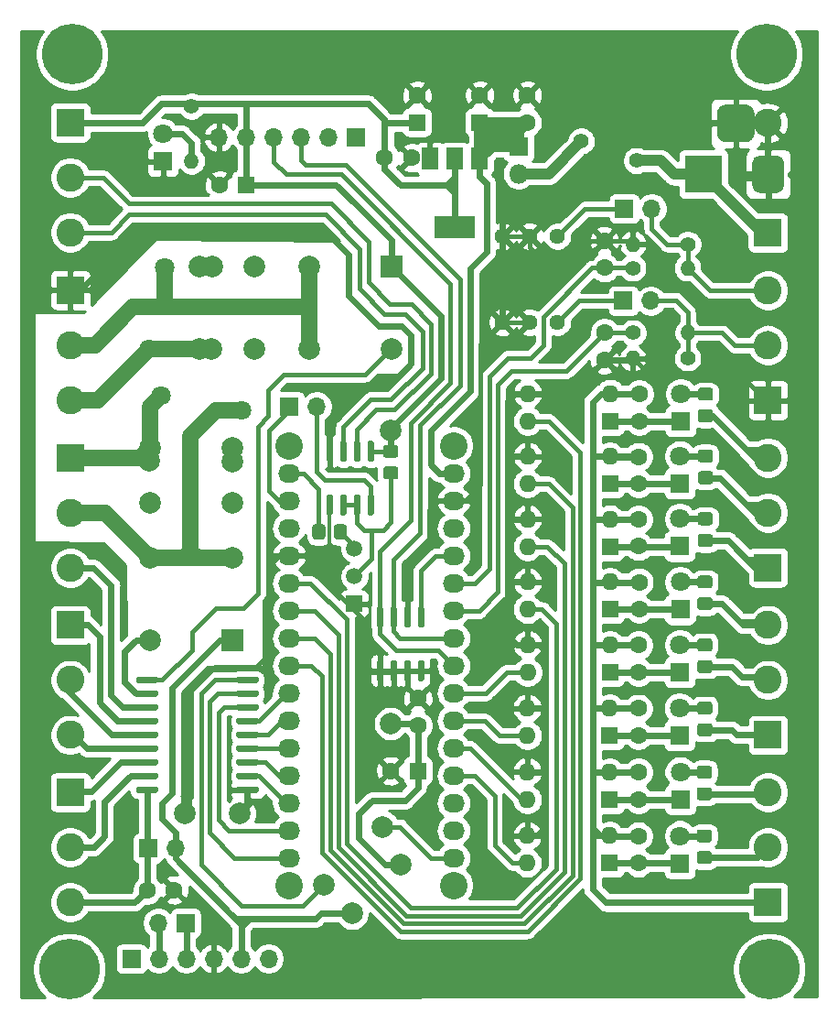
<source format=gbr>
%TF.GenerationSoftware,KiCad,Pcbnew,5.1.10-88a1d61d58~88~ubuntu18.04.1*%
%TF.CreationDate,2021-10-05T19:52:52+07:00*%
%TF.ProjectId,NANO5_PLC,4e414e4f-355f-4504-9c43-2e6b69636164,rev?*%
%TF.SameCoordinates,Original*%
%TF.FileFunction,Copper,L2,Bot*%
%TF.FilePolarity,Positive*%
%FSLAX46Y46*%
G04 Gerber Fmt 4.6, Leading zero omitted, Abs format (unit mm)*
G04 Created by KiCad (PCBNEW 5.1.10-88a1d61d58~88~ubuntu18.04.1) date 2021-10-05 19:52:52*
%MOMM*%
%LPD*%
G01*
G04 APERTURE LIST*
%TA.AperFunction,ComponentPad*%
%ADD10R,1.500000X1.500000*%
%TD*%
%TA.AperFunction,ComponentPad*%
%ADD11C,1.500000*%
%TD*%
%TA.AperFunction,ComponentPad*%
%ADD12C,2.000000*%
%TD*%
%TA.AperFunction,ComponentPad*%
%ADD13R,2.000000X2.000000*%
%TD*%
%TA.AperFunction,ComponentPad*%
%ADD14O,1.700000X1.700000*%
%TD*%
%TA.AperFunction,ComponentPad*%
%ADD15R,1.700000X1.700000*%
%TD*%
%TA.AperFunction,ComponentPad*%
%ADD16C,5.600000*%
%TD*%
%TA.AperFunction,ComponentPad*%
%ADD17C,1.600000*%
%TD*%
%TA.AperFunction,ComponentPad*%
%ADD18O,1.400000X1.400000*%
%TD*%
%TA.AperFunction,ComponentPad*%
%ADD19C,1.400000*%
%TD*%
%TA.AperFunction,ComponentPad*%
%ADD20R,1.600000X1.600000*%
%TD*%
%TA.AperFunction,ComponentPad*%
%ADD21C,1.800000*%
%TD*%
%TA.AperFunction,ComponentPad*%
%ADD22C,2.600000*%
%TD*%
%TA.AperFunction,ComponentPad*%
%ADD23R,2.600000X2.600000*%
%TD*%
%TA.AperFunction,ComponentPad*%
%ADD24C,1.440000*%
%TD*%
%TA.AperFunction,ComponentPad*%
%ADD25O,1.600000X1.600000*%
%TD*%
%TA.AperFunction,ComponentPad*%
%ADD26R,1.800000X1.800000*%
%TD*%
%TA.AperFunction,SMDPad,CuDef*%
%ADD27R,1.500000X2.000000*%
%TD*%
%TA.AperFunction,SMDPad,CuDef*%
%ADD28R,3.800000X2.000000*%
%TD*%
%TA.AperFunction,ComponentPad*%
%ADD29R,3.500000X3.500000*%
%TD*%
%TA.AperFunction,ComponentPad*%
%ADD30O,1.800000X1.800000*%
%TD*%
%TA.AperFunction,ComponentPad*%
%ADD31O,2.032000X1.727200*%
%TD*%
%TA.AperFunction,ComponentPad*%
%ADD32C,2.540000*%
%TD*%
%TA.AperFunction,Conductor*%
%ADD33C,0.600000*%
%TD*%
%TA.AperFunction,Conductor*%
%ADD34C,0.400000*%
%TD*%
%TA.AperFunction,Conductor*%
%ADD35C,0.350000*%
%TD*%
%TA.AperFunction,Conductor*%
%ADD36C,1.000000*%
%TD*%
%TA.AperFunction,Conductor*%
%ADD37C,1.500000*%
%TD*%
%TA.AperFunction,Conductor*%
%ADD38C,0.254000*%
%TD*%
%TA.AperFunction,Conductor*%
%ADD39C,0.100000*%
%TD*%
G04 APERTURE END LIST*
D10*
%TO.P,Q1,1*%
%TO.N,GND*%
X145500000Y-83300000D03*
D11*
%TO.P,Q1,3*%
%TO.N,Net-(Q1-Pad3)*%
X145500000Y-78220000D03*
%TO.P,Q1,2*%
%TO.N,Net-(Q1-Pad2)*%
X145500000Y-80760000D03*
%TD*%
D12*
%TO.P,K1,6*%
%TO.N,OR4*%
X141290000Y-59720000D03*
%TO.P,K1,5*%
%TO.N,OR3*%
X131130000Y-59720000D03*
%TO.P,K1,7*%
%TO.N,Net-(K1-Pad7)*%
X136210000Y-59720000D03*
%TO.P,K1,3*%
%TO.N,OR4*%
X141290000Y-52100000D03*
%TO.P,K1,4*%
%TO.N,OR3*%
X131130000Y-52100000D03*
%TO.P,K1,2*%
%TO.N,Net-(K1-Pad2)*%
X136210000Y-52100000D03*
%TO.P,K1,8*%
%TO.N,RL1*%
X148910000Y-59720000D03*
D13*
%TO.P,K1,1*%
%TO.N,+5V*%
X148910000Y-52100000D03*
D12*
%TO.P,K1,4*%
%TO.N,OR3*%
X132330000Y-52110000D03*
%TO.P,K1,5*%
X132300000Y-59720000D03*
%TD*%
%TO.P,K2,6*%
%TO.N,OR2*%
X126580000Y-79040000D03*
%TO.P,K2,5*%
%TO.N,OR1*%
X126580000Y-68880000D03*
%TO.P,K2,7*%
%TO.N,Net-(K2-Pad7)*%
X126580000Y-73960000D03*
%TO.P,K2,3*%
%TO.N,OR2*%
X134200000Y-79040000D03*
%TO.P,K2,4*%
%TO.N,OR1*%
X134200000Y-68880000D03*
%TO.P,K2,2*%
%TO.N,Net-(K2-Pad2)*%
X134200000Y-73960000D03*
%TO.P,K2,8*%
%TO.N,RL2*%
X126580000Y-86660000D03*
D13*
%TO.P,K2,1*%
%TO.N,+5V*%
X134200000Y-86660000D03*
D12*
%TO.P,K2,4*%
%TO.N,OR1*%
X134200000Y-70150000D03*
%TO.P,K2,5*%
X126540000Y-70110000D03*
%TD*%
D14*
%TO.P,J18,2*%
%TO.N,Net-(J17-Pad2)*%
X127360000Y-112800000D03*
D15*
%TO.P,J18,1*%
%TO.N,Net-(J17-Pad3)*%
X129900000Y-112800000D03*
%TD*%
D14*
%TO.P,J17,6*%
%TO.N,Net-(J17-Pad6)*%
X137560000Y-116100000D03*
%TO.P,J17,5*%
%TO.N,+5V*%
X135020000Y-116100000D03*
%TO.P,J17,4*%
%TO.N,GND*%
X132480000Y-116100000D03*
%TO.P,J17,3*%
%TO.N,Net-(J17-Pad3)*%
X129940000Y-116100000D03*
%TO.P,J17,2*%
%TO.N,Net-(J17-Pad2)*%
X127400000Y-116100000D03*
D15*
%TO.P,J17,1*%
%TO.N,Net-(J17-Pad1)*%
X124860000Y-116100000D03*
%TD*%
D16*
%TO.P,H4,1*%
%TO.N,N/C*%
X183642000Y-32512000D03*
%TD*%
%TO.P,H3,1*%
%TO.N,N/C*%
X183896000Y-117094000D03*
%TD*%
%TO.P,H2,1*%
%TO.N,N/C*%
X119120000Y-117094000D03*
%TD*%
%TO.P,H1,1*%
%TO.N,N/C*%
X119380000Y-32512000D03*
%TD*%
D12*
%TO.P,TP5,1*%
%TO.N,+5V*%
X148875000Y-67250000D03*
%TD*%
%TO.P,TP4,1*%
%TO.N,+5V*%
X148850000Y-94375000D03*
%TD*%
D17*
%TO.P,C18,2*%
%TO.N,GND*%
X151375000Y-92050000D03*
%TO.P,C18,1*%
%TO.N,+5V*%
X151375000Y-94550000D03*
%TD*%
%TO.P,C17,2*%
%TO.N,GND*%
X128825000Y-109750000D03*
%TO.P,C17,1*%
%TO.N,VRL*%
X126325000Y-109750000D03*
%TD*%
D12*
%TO.P,TP3,1*%
%TO.N,GND*%
X134880000Y-102700000D03*
X129800000Y-102700000D03*
%TD*%
%TO.P,TP2,1*%
%TO.N,+5V*%
X149811341Y-107388659D03*
X145300000Y-111900000D03*
%TD*%
%TO.P,TP1,1*%
%TO.N,13*%
X142700000Y-109300000D03*
X148088154Y-103911846D03*
%TD*%
D14*
%TO.P,J15,2*%
%TO.N,+5V*%
X128940000Y-105900000D03*
D15*
%TO.P,J15,1*%
%TO.N,VRL*%
X126400000Y-105900000D03*
%TD*%
D18*
%TO.P,R2,2*%
%TO.N,Net-(D2-Pad2)*%
X130440000Y-42380000D03*
D19*
%TO.P,R2,1*%
%TO.N,+5V*%
X130440000Y-37300000D03*
%TD*%
D17*
%TO.P,C16,2*%
%TO.N,GND*%
X150810000Y-42080000D03*
%TO.P,C16,1*%
%TO.N,+5V*%
X148310000Y-42080000D03*
%TD*%
%TO.P,C15,2*%
%TO.N,GND*%
X161500000Y-36300000D03*
%TO.P,C15,1*%
%TO.N,/Vin*%
X161500000Y-38800000D03*
%TD*%
%TO.P,C14,2*%
%TO.N,GND*%
X151300000Y-36300000D03*
D20*
%TO.P,C14,1*%
%TO.N,+5V*%
X151300000Y-38800000D03*
%TD*%
D14*
%TO.P,J14,6*%
%TO.N,GND*%
X132960000Y-40170000D03*
%TO.P,J14,5*%
%TO.N,+5V*%
X135500000Y-40170000D03*
%TO.P,J14,4*%
%TO.N,A4*%
X138040000Y-40170000D03*
%TO.P,J14,3*%
%TO.N,A5*%
X140580000Y-40170000D03*
%TO.P,J14,2*%
%TO.N,Net-(J14-Pad2)*%
X143120000Y-40170000D03*
D15*
%TO.P,J14,1*%
%TO.N,Net-(J14-Pad1)*%
X145660000Y-40170000D03*
%TD*%
D17*
%TO.P,C13,2*%
%TO.N,GND*%
X148870000Y-98740000D03*
D20*
%TO.P,C13,1*%
%TO.N,+5V*%
X151370000Y-98740000D03*
%TD*%
%TO.P,U11,8*%
%TO.N,+5V*%
%TA.AperFunction,SMDPad,CuDef*%
G36*
G01*
X151835000Y-85500000D02*
X151535000Y-85500000D01*
G75*
G02*
X151385000Y-85350000I0J150000D01*
G01*
X151385000Y-83700000D01*
G75*
G02*
X151535000Y-83550000I150000J0D01*
G01*
X151835000Y-83550000D01*
G75*
G02*
X151985000Y-83700000I0J-150000D01*
G01*
X151985000Y-85350000D01*
G75*
G02*
X151835000Y-85500000I-150000J0D01*
G01*
G37*
%TD.AperFunction*%
%TO.P,U11,7*%
%TO.N,GND*%
%TA.AperFunction,SMDPad,CuDef*%
G36*
G01*
X150565000Y-85500000D02*
X150265000Y-85500000D01*
G75*
G02*
X150115000Y-85350000I0J150000D01*
G01*
X150115000Y-83700000D01*
G75*
G02*
X150265000Y-83550000I150000J0D01*
G01*
X150565000Y-83550000D01*
G75*
G02*
X150715000Y-83700000I0J-150000D01*
G01*
X150715000Y-85350000D01*
G75*
G02*
X150565000Y-85500000I-150000J0D01*
G01*
G37*
%TD.AperFunction*%
%TO.P,U11,6*%
%TO.N,A5*%
%TA.AperFunction,SMDPad,CuDef*%
G36*
G01*
X149295000Y-85500000D02*
X148995000Y-85500000D01*
G75*
G02*
X148845000Y-85350000I0J150000D01*
G01*
X148845000Y-83700000D01*
G75*
G02*
X148995000Y-83550000I150000J0D01*
G01*
X149295000Y-83550000D01*
G75*
G02*
X149445000Y-83700000I0J-150000D01*
G01*
X149445000Y-85350000D01*
G75*
G02*
X149295000Y-85500000I-150000J0D01*
G01*
G37*
%TD.AperFunction*%
%TO.P,U11,5*%
%TO.N,A4*%
%TA.AperFunction,SMDPad,CuDef*%
G36*
G01*
X148025000Y-85500000D02*
X147725000Y-85500000D01*
G75*
G02*
X147575000Y-85350000I0J150000D01*
G01*
X147575000Y-83700000D01*
G75*
G02*
X147725000Y-83550000I150000J0D01*
G01*
X148025000Y-83550000D01*
G75*
G02*
X148175000Y-83700000I0J-150000D01*
G01*
X148175000Y-85350000D01*
G75*
G02*
X148025000Y-85500000I-150000J0D01*
G01*
G37*
%TD.AperFunction*%
%TO.P,U11,4*%
%TO.N,GND*%
%TA.AperFunction,SMDPad,CuDef*%
G36*
G01*
X148025000Y-90450000D02*
X147725000Y-90450000D01*
G75*
G02*
X147575000Y-90300000I0J150000D01*
G01*
X147575000Y-88650000D01*
G75*
G02*
X147725000Y-88500000I150000J0D01*
G01*
X148025000Y-88500000D01*
G75*
G02*
X148175000Y-88650000I0J-150000D01*
G01*
X148175000Y-90300000D01*
G75*
G02*
X148025000Y-90450000I-150000J0D01*
G01*
G37*
%TD.AperFunction*%
%TO.P,U11,3*%
%TA.AperFunction,SMDPad,CuDef*%
G36*
G01*
X149295000Y-90450000D02*
X148995000Y-90450000D01*
G75*
G02*
X148845000Y-90300000I0J150000D01*
G01*
X148845000Y-88650000D01*
G75*
G02*
X148995000Y-88500000I150000J0D01*
G01*
X149295000Y-88500000D01*
G75*
G02*
X149445000Y-88650000I0J-150000D01*
G01*
X149445000Y-90300000D01*
G75*
G02*
X149295000Y-90450000I-150000J0D01*
G01*
G37*
%TD.AperFunction*%
%TO.P,U11,2*%
%TA.AperFunction,SMDPad,CuDef*%
G36*
G01*
X150565000Y-90450000D02*
X150265000Y-90450000D01*
G75*
G02*
X150115000Y-90300000I0J150000D01*
G01*
X150115000Y-88650000D01*
G75*
G02*
X150265000Y-88500000I150000J0D01*
G01*
X150565000Y-88500000D01*
G75*
G02*
X150715000Y-88650000I0J-150000D01*
G01*
X150715000Y-90300000D01*
G75*
G02*
X150565000Y-90450000I-150000J0D01*
G01*
G37*
%TD.AperFunction*%
%TO.P,U11,1*%
%TA.AperFunction,SMDPad,CuDef*%
G36*
G01*
X151835000Y-90450000D02*
X151535000Y-90450000D01*
G75*
G02*
X151385000Y-90300000I0J150000D01*
G01*
X151385000Y-88650000D01*
G75*
G02*
X151535000Y-88500000I150000J0D01*
G01*
X151835000Y-88500000D01*
G75*
G02*
X151985000Y-88650000I0J-150000D01*
G01*
X151985000Y-90300000D01*
G75*
G02*
X151835000Y-90450000I-150000J0D01*
G01*
G37*
%TD.AperFunction*%
%TD*%
D14*
%TO.P,J13,2*%
%TO.N,RX1*%
X142030000Y-65060000D03*
D15*
%TO.P,J13,1*%
%TO.N,RX*%
X139490000Y-65060000D03*
%TD*%
%TO.P,R17,2*%
%TO.N,TX*%
%TA.AperFunction,SMDPad,CuDef*%
G36*
G01*
X142810000Y-76209999D02*
X142810000Y-77110001D01*
G75*
G02*
X142560001Y-77360000I-249999J0D01*
G01*
X141859999Y-77360000D01*
G75*
G02*
X141610000Y-77110001I0J249999D01*
G01*
X141610000Y-76209999D01*
G75*
G02*
X141859999Y-75960000I249999J0D01*
G01*
X142560001Y-75960000D01*
G75*
G02*
X142810000Y-76209999I0J-249999D01*
G01*
G37*
%TD.AperFunction*%
%TO.P,R17,1*%
%TO.N,Net-(Q1-Pad3)*%
%TA.AperFunction,SMDPad,CuDef*%
G36*
G01*
X144810000Y-76209999D02*
X144810000Y-77110001D01*
G75*
G02*
X144560001Y-77360000I-249999J0D01*
G01*
X143859999Y-77360000D01*
G75*
G02*
X143610000Y-77110001I0J249999D01*
G01*
X143610000Y-76209999D01*
G75*
G02*
X143859999Y-75960000I249999J0D01*
G01*
X144560001Y-75960000D01*
G75*
G02*
X144810000Y-76209999I0J-249999D01*
G01*
G37*
%TD.AperFunction*%
%TD*%
%TO.P,R16,2*%
%TO.N,+5V*%
%TA.AperFunction,SMDPad,CuDef*%
G36*
G01*
X149320001Y-69810000D02*
X148419999Y-69810000D01*
G75*
G02*
X148170000Y-69560001I0J249999D01*
G01*
X148170000Y-68859999D01*
G75*
G02*
X148419999Y-68610000I249999J0D01*
G01*
X149320001Y-68610000D01*
G75*
G02*
X149570000Y-68859999I0J-249999D01*
G01*
X149570000Y-69560001D01*
G75*
G02*
X149320001Y-69810000I-249999J0D01*
G01*
G37*
%TD.AperFunction*%
%TO.P,R16,1*%
%TO.N,Net-(Q1-Pad2)*%
%TA.AperFunction,SMDPad,CuDef*%
G36*
G01*
X149320001Y-71810000D02*
X148419999Y-71810000D01*
G75*
G02*
X148170000Y-71560001I0J249999D01*
G01*
X148170000Y-70859999D01*
G75*
G02*
X148419999Y-70610000I249999J0D01*
G01*
X149320001Y-70610000D01*
G75*
G02*
X149570000Y-70859999I0J-249999D01*
G01*
X149570000Y-71560001D01*
G75*
G02*
X149320001Y-71810000I-249999J0D01*
G01*
G37*
%TD.AperFunction*%
%TD*%
%TO.P,U12,8*%
%TO.N,+5V*%
%TA.AperFunction,SMDPad,CuDef*%
G36*
G01*
X147180000Y-70185000D02*
X146880000Y-70185000D01*
G75*
G02*
X146730000Y-70035000I0J150000D01*
G01*
X146730000Y-68385000D01*
G75*
G02*
X146880000Y-68235000I150000J0D01*
G01*
X147180000Y-68235000D01*
G75*
G02*
X147330000Y-68385000I0J-150000D01*
G01*
X147330000Y-70035000D01*
G75*
G02*
X147180000Y-70185000I-150000J0D01*
G01*
G37*
%TD.AperFunction*%
%TO.P,U12,7*%
%TO.N,B*%
%TA.AperFunction,SMDPad,CuDef*%
G36*
G01*
X145910000Y-70185000D02*
X145610000Y-70185000D01*
G75*
G02*
X145460000Y-70035000I0J150000D01*
G01*
X145460000Y-68385000D01*
G75*
G02*
X145610000Y-68235000I150000J0D01*
G01*
X145910000Y-68235000D01*
G75*
G02*
X146060000Y-68385000I0J-150000D01*
G01*
X146060000Y-70035000D01*
G75*
G02*
X145910000Y-70185000I-150000J0D01*
G01*
G37*
%TD.AperFunction*%
%TO.P,U12,6*%
%TO.N,A*%
%TA.AperFunction,SMDPad,CuDef*%
G36*
G01*
X144640000Y-70185000D02*
X144340000Y-70185000D01*
G75*
G02*
X144190000Y-70035000I0J150000D01*
G01*
X144190000Y-68385000D01*
G75*
G02*
X144340000Y-68235000I150000J0D01*
G01*
X144640000Y-68235000D01*
G75*
G02*
X144790000Y-68385000I0J-150000D01*
G01*
X144790000Y-70035000D01*
G75*
G02*
X144640000Y-70185000I-150000J0D01*
G01*
G37*
%TD.AperFunction*%
%TO.P,U12,5*%
%TO.N,GND*%
%TA.AperFunction,SMDPad,CuDef*%
G36*
G01*
X143370000Y-70185000D02*
X143070000Y-70185000D01*
G75*
G02*
X142920000Y-70035000I0J150000D01*
G01*
X142920000Y-68385000D01*
G75*
G02*
X143070000Y-68235000I150000J0D01*
G01*
X143370000Y-68235000D01*
G75*
G02*
X143520000Y-68385000I0J-150000D01*
G01*
X143520000Y-70035000D01*
G75*
G02*
X143370000Y-70185000I-150000J0D01*
G01*
G37*
%TD.AperFunction*%
%TO.P,U12,4*%
%TA.AperFunction,SMDPad,CuDef*%
G36*
G01*
X143370000Y-75135000D02*
X143070000Y-75135000D01*
G75*
G02*
X142920000Y-74985000I0J150000D01*
G01*
X142920000Y-73335000D01*
G75*
G02*
X143070000Y-73185000I150000J0D01*
G01*
X143370000Y-73185000D01*
G75*
G02*
X143520000Y-73335000I0J-150000D01*
G01*
X143520000Y-74985000D01*
G75*
G02*
X143370000Y-75135000I-150000J0D01*
G01*
G37*
%TD.AperFunction*%
%TO.P,U12,3*%
%TO.N,Net-(Q1-Pad2)*%
%TA.AperFunction,SMDPad,CuDef*%
G36*
G01*
X144640000Y-75135000D02*
X144340000Y-75135000D01*
G75*
G02*
X144190000Y-74985000I0J150000D01*
G01*
X144190000Y-73335000D01*
G75*
G02*
X144340000Y-73185000I150000J0D01*
G01*
X144640000Y-73185000D01*
G75*
G02*
X144790000Y-73335000I0J-150000D01*
G01*
X144790000Y-74985000D01*
G75*
G02*
X144640000Y-75135000I-150000J0D01*
G01*
G37*
%TD.AperFunction*%
%TO.P,U12,2*%
%TA.AperFunction,SMDPad,CuDef*%
G36*
G01*
X145910000Y-75135000D02*
X145610000Y-75135000D01*
G75*
G02*
X145460000Y-74985000I0J150000D01*
G01*
X145460000Y-73335000D01*
G75*
G02*
X145610000Y-73185000I150000J0D01*
G01*
X145910000Y-73185000D01*
G75*
G02*
X146060000Y-73335000I0J-150000D01*
G01*
X146060000Y-74985000D01*
G75*
G02*
X145910000Y-75135000I-150000J0D01*
G01*
G37*
%TD.AperFunction*%
%TO.P,U12,1*%
%TO.N,RX1*%
%TA.AperFunction,SMDPad,CuDef*%
G36*
G01*
X147180000Y-75135000D02*
X146880000Y-75135000D01*
G75*
G02*
X146730000Y-74985000I0J150000D01*
G01*
X146730000Y-73335000D01*
G75*
G02*
X146880000Y-73185000I150000J0D01*
G01*
X147180000Y-73185000D01*
G75*
G02*
X147330000Y-73335000I0J-150000D01*
G01*
X147330000Y-74985000D01*
G75*
G02*
X147180000Y-75135000I-150000J0D01*
G01*
G37*
%TD.AperFunction*%
%TD*%
D21*
%TO.P,RV4,2*%
%TO.N,OR2*%
X135100000Y-65440000D03*
%TO.P,RV4,1*%
%TO.N,OR1*%
X127600000Y-64040000D03*
%TD*%
%TO.P,RV3,2*%
%TO.N,OR4*%
X127940000Y-52230000D03*
%TO.P,RV3,1*%
%TO.N,OR3*%
X126540000Y-59730000D03*
%TD*%
D22*
%TO.P,J12,3*%
%TO.N,A*%
X119210000Y-48970000D03*
%TO.P,J12,2*%
%TO.N,B*%
X119210000Y-43890000D03*
D23*
%TO.P,J12,1*%
%TO.N,+5V*%
X119210000Y-38810000D03*
%TD*%
D22*
%TO.P,J11,3*%
%TO.N,OR3*%
X119220000Y-64470000D03*
%TO.P,J11,2*%
%TO.N,OR4*%
X119220000Y-59390000D03*
D23*
%TO.P,J11,1*%
%TO.N,GND*%
X119220000Y-54310000D03*
%TD*%
D22*
%TO.P,J10,3*%
%TO.N,RL3*%
X119220000Y-79970000D03*
%TO.P,J10,2*%
%TO.N,OR2*%
X119220000Y-74890000D03*
D23*
%TO.P,J10,1*%
%TO.N,OR1*%
X119220000Y-69810000D03*
%TD*%
D22*
%TO.P,J9,3*%
%TO.N,RL6*%
X119210000Y-95430000D03*
%TO.P,J9,2*%
%TO.N,RL5*%
X119210000Y-90350000D03*
D23*
%TO.P,J9,1*%
%TO.N,RL4*%
X119210000Y-85270000D03*
%TD*%
D22*
%TO.P,J8,3*%
%TO.N,VRL*%
X119210000Y-110880000D03*
%TO.P,J8,2*%
%TO.N,RL8*%
X119210000Y-105800000D03*
D23*
%TO.P,J8,1*%
%TO.N,RL7*%
X119210000Y-100720000D03*
%TD*%
D24*
%TO.P,RV2,3*%
%TO.N,GND*%
X159210000Y-49340000D03*
%TO.P,RV2,2*%
X161750000Y-49340000D03*
%TO.P,RV2,1*%
%TO.N,Net-(J7-Pad1)*%
X164290000Y-49340000D03*
%TD*%
D18*
%TO.P,R13,2*%
%TO.N,INA2*%
X176340000Y-52260000D03*
D19*
%TO.P,R13,1*%
%TO.N,A7*%
X171260000Y-52260000D03*
%TD*%
D18*
%TO.P,R12,2*%
%TO.N,GND*%
X171280000Y-50070000D03*
D19*
%TO.P,R12,1*%
%TO.N,INA2*%
X176360000Y-50070000D03*
%TD*%
D14*
%TO.P,J7,2*%
%TO.N,INA2*%
X173020000Y-46780000D03*
D15*
%TO.P,J7,1*%
%TO.N,Net-(J7-Pad1)*%
X170480000Y-46780000D03*
%TD*%
D17*
%TO.P,C5,2*%
%TO.N,GND*%
X168650000Y-49750000D03*
%TO.P,C5,1*%
%TO.N,A7*%
X168650000Y-52250000D03*
%TD*%
D24*
%TO.P,RV1,3*%
%TO.N,GND*%
X159210000Y-57300000D03*
%TO.P,RV1,2*%
X161750000Y-57300000D03*
%TO.P,RV1,1*%
%TO.N,Net-(J2-Pad1)*%
X164290000Y-57300000D03*
%TD*%
D18*
%TO.P,R11,2*%
%TO.N,INA1*%
X176360000Y-58260000D03*
D19*
%TO.P,R11,1*%
%TO.N,A6*%
X171280000Y-58260000D03*
%TD*%
D18*
%TO.P,R10,2*%
%TO.N,GND*%
X171270000Y-60610000D03*
D19*
%TO.P,R10,1*%
%TO.N,INA1*%
X176350000Y-60610000D03*
%TD*%
D14*
%TO.P,J2,2*%
%TO.N,INA1*%
X172930000Y-55300000D03*
D15*
%TO.P,J2,1*%
%TO.N,Net-(J2-Pad1)*%
X170390000Y-55300000D03*
%TD*%
D17*
%TO.P,C4,2*%
%TO.N,GND*%
X168660000Y-60750000D03*
%TO.P,C4,1*%
%TO.N,A6*%
X168660000Y-58250000D03*
%TD*%
D22*
%TO.P,J1,3*%
%TO.N,GND*%
X183770000Y-38850000D03*
%TO.P,J1,2*%
X183770000Y-43930000D03*
D23*
%TO.P,J1,1*%
%TO.N,V*%
X183770000Y-49010000D03*
%TD*%
%TO.P,U10,18*%
%TO.N,RL1*%
%TA.AperFunction,SMDPad,CuDef*%
G36*
G01*
X127335000Y-90190000D02*
X127335000Y-90490000D01*
G75*
G02*
X127185000Y-90640000I-150000J0D01*
G01*
X125435000Y-90640000D01*
G75*
G02*
X125285000Y-90490000I0J150000D01*
G01*
X125285000Y-90190000D01*
G75*
G02*
X125435000Y-90040000I150000J0D01*
G01*
X127185000Y-90040000D01*
G75*
G02*
X127335000Y-90190000I0J-150000D01*
G01*
G37*
%TD.AperFunction*%
%TO.P,U10,17*%
%TO.N,RL2*%
%TA.AperFunction,SMDPad,CuDef*%
G36*
G01*
X127335000Y-91460000D02*
X127335000Y-91760000D01*
G75*
G02*
X127185000Y-91910000I-150000J0D01*
G01*
X125435000Y-91910000D01*
G75*
G02*
X125285000Y-91760000I0J150000D01*
G01*
X125285000Y-91460000D01*
G75*
G02*
X125435000Y-91310000I150000J0D01*
G01*
X127185000Y-91310000D01*
G75*
G02*
X127335000Y-91460000I0J-150000D01*
G01*
G37*
%TD.AperFunction*%
%TO.P,U10,16*%
%TO.N,RL3*%
%TA.AperFunction,SMDPad,CuDef*%
G36*
G01*
X127335000Y-92730000D02*
X127335000Y-93030000D01*
G75*
G02*
X127185000Y-93180000I-150000J0D01*
G01*
X125435000Y-93180000D01*
G75*
G02*
X125285000Y-93030000I0J150000D01*
G01*
X125285000Y-92730000D01*
G75*
G02*
X125435000Y-92580000I150000J0D01*
G01*
X127185000Y-92580000D01*
G75*
G02*
X127335000Y-92730000I0J-150000D01*
G01*
G37*
%TD.AperFunction*%
%TO.P,U10,15*%
%TO.N,RL4*%
%TA.AperFunction,SMDPad,CuDef*%
G36*
G01*
X127335000Y-94000000D02*
X127335000Y-94300000D01*
G75*
G02*
X127185000Y-94450000I-150000J0D01*
G01*
X125435000Y-94450000D01*
G75*
G02*
X125285000Y-94300000I0J150000D01*
G01*
X125285000Y-94000000D01*
G75*
G02*
X125435000Y-93850000I150000J0D01*
G01*
X127185000Y-93850000D01*
G75*
G02*
X127335000Y-94000000I0J-150000D01*
G01*
G37*
%TD.AperFunction*%
%TO.P,U10,14*%
%TO.N,RL5*%
%TA.AperFunction,SMDPad,CuDef*%
G36*
G01*
X127335000Y-95270000D02*
X127335000Y-95570000D01*
G75*
G02*
X127185000Y-95720000I-150000J0D01*
G01*
X125435000Y-95720000D01*
G75*
G02*
X125285000Y-95570000I0J150000D01*
G01*
X125285000Y-95270000D01*
G75*
G02*
X125435000Y-95120000I150000J0D01*
G01*
X127185000Y-95120000D01*
G75*
G02*
X127335000Y-95270000I0J-150000D01*
G01*
G37*
%TD.AperFunction*%
%TO.P,U10,13*%
%TO.N,RL6*%
%TA.AperFunction,SMDPad,CuDef*%
G36*
G01*
X127335000Y-96540000D02*
X127335000Y-96840000D01*
G75*
G02*
X127185000Y-96990000I-150000J0D01*
G01*
X125435000Y-96990000D01*
G75*
G02*
X125285000Y-96840000I0J150000D01*
G01*
X125285000Y-96540000D01*
G75*
G02*
X125435000Y-96390000I150000J0D01*
G01*
X127185000Y-96390000D01*
G75*
G02*
X127335000Y-96540000I0J-150000D01*
G01*
G37*
%TD.AperFunction*%
%TO.P,U10,12*%
%TO.N,RL7*%
%TA.AperFunction,SMDPad,CuDef*%
G36*
G01*
X127335000Y-97810000D02*
X127335000Y-98110000D01*
G75*
G02*
X127185000Y-98260000I-150000J0D01*
G01*
X125435000Y-98260000D01*
G75*
G02*
X125285000Y-98110000I0J150000D01*
G01*
X125285000Y-97810000D01*
G75*
G02*
X125435000Y-97660000I150000J0D01*
G01*
X127185000Y-97660000D01*
G75*
G02*
X127335000Y-97810000I0J-150000D01*
G01*
G37*
%TD.AperFunction*%
%TO.P,U10,11*%
%TO.N,RL8*%
%TA.AperFunction,SMDPad,CuDef*%
G36*
G01*
X127335000Y-99080000D02*
X127335000Y-99380000D01*
G75*
G02*
X127185000Y-99530000I-150000J0D01*
G01*
X125435000Y-99530000D01*
G75*
G02*
X125285000Y-99380000I0J150000D01*
G01*
X125285000Y-99080000D01*
G75*
G02*
X125435000Y-98930000I150000J0D01*
G01*
X127185000Y-98930000D01*
G75*
G02*
X127335000Y-99080000I0J-150000D01*
G01*
G37*
%TD.AperFunction*%
%TO.P,U10,10*%
%TO.N,VRL*%
%TA.AperFunction,SMDPad,CuDef*%
G36*
G01*
X127335000Y-100350000D02*
X127335000Y-100650000D01*
G75*
G02*
X127185000Y-100800000I-150000J0D01*
G01*
X125435000Y-100800000D01*
G75*
G02*
X125285000Y-100650000I0J150000D01*
G01*
X125285000Y-100350000D01*
G75*
G02*
X125435000Y-100200000I150000J0D01*
G01*
X127185000Y-100200000D01*
G75*
G02*
X127335000Y-100350000I0J-150000D01*
G01*
G37*
%TD.AperFunction*%
%TO.P,U10,9*%
%TO.N,GND*%
%TA.AperFunction,SMDPad,CuDef*%
G36*
G01*
X136635000Y-100350000D02*
X136635000Y-100650000D01*
G75*
G02*
X136485000Y-100800000I-150000J0D01*
G01*
X134735000Y-100800000D01*
G75*
G02*
X134585000Y-100650000I0J150000D01*
G01*
X134585000Y-100350000D01*
G75*
G02*
X134735000Y-100200000I150000J0D01*
G01*
X136485000Y-100200000D01*
G75*
G02*
X136635000Y-100350000I0J-150000D01*
G01*
G37*
%TD.AperFunction*%
%TO.P,U10,8*%
%TO.N,10*%
%TA.AperFunction,SMDPad,CuDef*%
G36*
G01*
X136635000Y-99080000D02*
X136635000Y-99380000D01*
G75*
G02*
X136485000Y-99530000I-150000J0D01*
G01*
X134735000Y-99530000D01*
G75*
G02*
X134585000Y-99380000I0J150000D01*
G01*
X134585000Y-99080000D01*
G75*
G02*
X134735000Y-98930000I150000J0D01*
G01*
X136485000Y-98930000D01*
G75*
G02*
X136635000Y-99080000I0J-150000D01*
G01*
G37*
%TD.AperFunction*%
%TO.P,U10,7*%
%TO.N,9*%
%TA.AperFunction,SMDPad,CuDef*%
G36*
G01*
X136635000Y-97810000D02*
X136635000Y-98110000D01*
G75*
G02*
X136485000Y-98260000I-150000J0D01*
G01*
X134735000Y-98260000D01*
G75*
G02*
X134585000Y-98110000I0J150000D01*
G01*
X134585000Y-97810000D01*
G75*
G02*
X134735000Y-97660000I150000J0D01*
G01*
X136485000Y-97660000D01*
G75*
G02*
X136635000Y-97810000I0J-150000D01*
G01*
G37*
%TD.AperFunction*%
%TO.P,U10,6*%
%TO.N,8*%
%TA.AperFunction,SMDPad,CuDef*%
G36*
G01*
X136635000Y-96540000D02*
X136635000Y-96840000D01*
G75*
G02*
X136485000Y-96990000I-150000J0D01*
G01*
X134735000Y-96990000D01*
G75*
G02*
X134585000Y-96840000I0J150000D01*
G01*
X134585000Y-96540000D01*
G75*
G02*
X134735000Y-96390000I150000J0D01*
G01*
X136485000Y-96390000D01*
G75*
G02*
X136635000Y-96540000I0J-150000D01*
G01*
G37*
%TD.AperFunction*%
%TO.P,U10,5*%
%TO.N,7*%
%TA.AperFunction,SMDPad,CuDef*%
G36*
G01*
X136635000Y-95270000D02*
X136635000Y-95570000D01*
G75*
G02*
X136485000Y-95720000I-150000J0D01*
G01*
X134735000Y-95720000D01*
G75*
G02*
X134585000Y-95570000I0J150000D01*
G01*
X134585000Y-95270000D01*
G75*
G02*
X134735000Y-95120000I150000J0D01*
G01*
X136485000Y-95120000D01*
G75*
G02*
X136635000Y-95270000I0J-150000D01*
G01*
G37*
%TD.AperFunction*%
%TO.P,U10,4*%
%TO.N,6*%
%TA.AperFunction,SMDPad,CuDef*%
G36*
G01*
X136635000Y-94000000D02*
X136635000Y-94300000D01*
G75*
G02*
X136485000Y-94450000I-150000J0D01*
G01*
X134735000Y-94450000D01*
G75*
G02*
X134585000Y-94300000I0J150000D01*
G01*
X134585000Y-94000000D01*
G75*
G02*
X134735000Y-93850000I150000J0D01*
G01*
X136485000Y-93850000D01*
G75*
G02*
X136635000Y-94000000I0J-150000D01*
G01*
G37*
%TD.AperFunction*%
%TO.P,U10,3*%
%TO.N,11*%
%TA.AperFunction,SMDPad,CuDef*%
G36*
G01*
X136635000Y-92730000D02*
X136635000Y-93030000D01*
G75*
G02*
X136485000Y-93180000I-150000J0D01*
G01*
X134735000Y-93180000D01*
G75*
G02*
X134585000Y-93030000I0J150000D01*
G01*
X134585000Y-92730000D01*
G75*
G02*
X134735000Y-92580000I150000J0D01*
G01*
X136485000Y-92580000D01*
G75*
G02*
X136635000Y-92730000I0J-150000D01*
G01*
G37*
%TD.AperFunction*%
%TO.P,U10,2*%
%TO.N,12*%
%TA.AperFunction,SMDPad,CuDef*%
G36*
G01*
X136635000Y-91460000D02*
X136635000Y-91760000D01*
G75*
G02*
X136485000Y-91910000I-150000J0D01*
G01*
X134735000Y-91910000D01*
G75*
G02*
X134585000Y-91760000I0J150000D01*
G01*
X134585000Y-91460000D01*
G75*
G02*
X134735000Y-91310000I150000J0D01*
G01*
X136485000Y-91310000D01*
G75*
G02*
X136635000Y-91460000I0J-150000D01*
G01*
G37*
%TD.AperFunction*%
%TO.P,U10,1*%
%TO.N,13*%
%TA.AperFunction,SMDPad,CuDef*%
G36*
G01*
X136635000Y-90190000D02*
X136635000Y-90490000D01*
G75*
G02*
X136485000Y-90640000I-150000J0D01*
G01*
X134735000Y-90640000D01*
G75*
G02*
X134585000Y-90490000I0J150000D01*
G01*
X134585000Y-90190000D01*
G75*
G02*
X134735000Y-90040000I150000J0D01*
G01*
X136485000Y-90040000D01*
G75*
G02*
X136635000Y-90190000I0J-150000D01*
G01*
G37*
%TD.AperFunction*%
%TD*%
D25*
%TO.P,U2,4*%
%TO.N,5*%
X161540000Y-66410000D03*
%TO.P,U2,2*%
%TO.N,GNDA*%
X169160000Y-63870000D03*
%TO.P,U2,3*%
%TO.N,GND*%
X161540000Y-63870000D03*
D20*
%TO.P,U2,1*%
%TO.N,Net-(C3-Pad2)*%
X169160000Y-66410000D03*
%TD*%
%TO.P,R1,2*%
%TO.N,Net-(D12-Pad2)*%
%TA.AperFunction,SMDPad,CuDef*%
G36*
G01*
X178450001Y-64530000D02*
X177549999Y-64530000D01*
G75*
G02*
X177300000Y-64280001I0J249999D01*
G01*
X177300000Y-63579999D01*
G75*
G02*
X177549999Y-63330000I249999J0D01*
G01*
X178450001Y-63330000D01*
G75*
G02*
X178700000Y-63579999I0J-249999D01*
G01*
X178700000Y-64280001D01*
G75*
G02*
X178450001Y-64530000I-249999J0D01*
G01*
G37*
%TD.AperFunction*%
%TO.P,R1,1*%
%TO.N,S8*%
%TA.AperFunction,SMDPad,CuDef*%
G36*
G01*
X178450001Y-66530000D02*
X177549999Y-66530000D01*
G75*
G02*
X177300000Y-66280001I0J249999D01*
G01*
X177300000Y-65579999D01*
G75*
G02*
X177549999Y-65330000I249999J0D01*
G01*
X178450001Y-65330000D01*
G75*
G02*
X178700000Y-65579999I0J-249999D01*
G01*
X178700000Y-66280001D01*
G75*
G02*
X178450001Y-66530000I-249999J0D01*
G01*
G37*
%TD.AperFunction*%
%TD*%
D21*
%TO.P,D12,2*%
%TO.N,Net-(D12-Pad2)*%
X175710000Y-63900000D03*
D26*
%TO.P,D12,1*%
%TO.N,Net-(C3-Pad2)*%
X175710000Y-66440000D03*
%TD*%
D17*
%TO.P,C3,2*%
%TO.N,Net-(C3-Pad2)*%
X171860000Y-66420000D03*
%TO.P,C3,1*%
%TO.N,GNDA*%
X171860000Y-63920000D03*
%TD*%
D25*
%TO.P,U9,4*%
%TO.N,A3*%
X161530000Y-89625000D03*
%TO.P,U9,2*%
%TO.N,GNDA*%
X169150000Y-87085000D03*
%TO.P,U9,3*%
%TO.N,GND*%
X161530000Y-87085000D03*
D20*
%TO.P,U9,1*%
%TO.N,Net-(C12-Pad2)*%
X169150000Y-89625000D03*
%TD*%
D25*
%TO.P,U8,4*%
%TO.N,A2*%
X161510000Y-95480000D03*
%TO.P,U8,2*%
%TO.N,GNDA*%
X169130000Y-92940000D03*
%TO.P,U8,3*%
%TO.N,GND*%
X161510000Y-92940000D03*
D20*
%TO.P,U8,1*%
%TO.N,Net-(C11-Pad2)*%
X169130000Y-95480000D03*
%TD*%
D25*
%TO.P,U7,4*%
%TO.N,A1*%
X161510000Y-101390000D03*
%TO.P,U7,2*%
%TO.N,GNDA*%
X169130000Y-98850000D03*
%TO.P,U7,3*%
%TO.N,GND*%
X161510000Y-98850000D03*
D20*
%TO.P,U7,1*%
%TO.N,Net-(C10-Pad2)*%
X169130000Y-101390000D03*
%TD*%
D25*
%TO.P,U6,4*%
%TO.N,A0*%
X161505000Y-107275000D03*
%TO.P,U6,2*%
%TO.N,GNDA*%
X169125000Y-104735000D03*
%TO.P,U6,3*%
%TO.N,GND*%
X161505000Y-104735000D03*
D20*
%TO.P,U6,1*%
%TO.N,Net-(C9-Pad2)*%
X169125000Y-107275000D03*
%TD*%
D25*
%TO.P,U5,4*%
%TO.N,2*%
X161530000Y-83820000D03*
%TO.P,U5,2*%
%TO.N,GNDA*%
X169150000Y-81280000D03*
%TO.P,U5,3*%
%TO.N,GND*%
X161530000Y-81280000D03*
D20*
%TO.P,U5,1*%
%TO.N,Net-(C8-Pad2)*%
X169150000Y-83820000D03*
%TD*%
D25*
%TO.P,U4,4*%
%TO.N,3*%
X161530000Y-78010000D03*
%TO.P,U4,2*%
%TO.N,GNDA*%
X169150000Y-75470000D03*
%TO.P,U4,3*%
%TO.N,GND*%
X161530000Y-75470000D03*
D20*
%TO.P,U4,1*%
%TO.N,Net-(C7-Pad2)*%
X169150000Y-78010000D03*
%TD*%
D25*
%TO.P,U3,4*%
%TO.N,4*%
X161530000Y-72200000D03*
%TO.P,U3,2*%
%TO.N,GNDA*%
X169150000Y-69660000D03*
%TO.P,U3,3*%
%TO.N,GND*%
X161530000Y-69660000D03*
D20*
%TO.P,U3,1*%
%TO.N,Net-(C6-Pad2)*%
X169150000Y-72200000D03*
%TD*%
D27*
%TO.P,U1,1*%
%TO.N,GND*%
X152500000Y-42150000D03*
%TO.P,U1,3*%
%TO.N,/Vin*%
X157100000Y-42150000D03*
%TO.P,U1,2*%
%TO.N,+5V*%
X154800000Y-42150000D03*
D28*
X154800000Y-48450000D03*
%TD*%
%TO.P,R9,2*%
%TO.N,Net-(D9-Pad2)*%
%TA.AperFunction,SMDPad,CuDef*%
G36*
G01*
X178390001Y-87710000D02*
X177489999Y-87710000D01*
G75*
G02*
X177240000Y-87460001I0J249999D01*
G01*
X177240000Y-86759999D01*
G75*
G02*
X177489999Y-86510000I249999J0D01*
G01*
X178390001Y-86510000D01*
G75*
G02*
X178640000Y-86759999I0J-249999D01*
G01*
X178640000Y-87460001D01*
G75*
G02*
X178390001Y-87710000I-249999J0D01*
G01*
G37*
%TD.AperFunction*%
%TO.P,R9,1*%
%TO.N,S4*%
%TA.AperFunction,SMDPad,CuDef*%
G36*
G01*
X178390001Y-89710000D02*
X177489999Y-89710000D01*
G75*
G02*
X177240000Y-89460001I0J249999D01*
G01*
X177240000Y-88759999D01*
G75*
G02*
X177489999Y-88510000I249999J0D01*
G01*
X178390001Y-88510000D01*
G75*
G02*
X178640000Y-88759999I0J-249999D01*
G01*
X178640000Y-89460001D01*
G75*
G02*
X178390001Y-89710000I-249999J0D01*
G01*
G37*
%TD.AperFunction*%
%TD*%
%TO.P,R8,2*%
%TO.N,Net-(D8-Pad2)*%
%TA.AperFunction,SMDPad,CuDef*%
G36*
G01*
X178390001Y-93550000D02*
X177489999Y-93550000D01*
G75*
G02*
X177240000Y-93300001I0J249999D01*
G01*
X177240000Y-92599999D01*
G75*
G02*
X177489999Y-92350000I249999J0D01*
G01*
X178390001Y-92350000D01*
G75*
G02*
X178640000Y-92599999I0J-249999D01*
G01*
X178640000Y-93300001D01*
G75*
G02*
X178390001Y-93550000I-249999J0D01*
G01*
G37*
%TD.AperFunction*%
%TO.P,R8,1*%
%TO.N,S3*%
%TA.AperFunction,SMDPad,CuDef*%
G36*
G01*
X178390001Y-95550000D02*
X177489999Y-95550000D01*
G75*
G02*
X177240000Y-95300001I0J249999D01*
G01*
X177240000Y-94599999D01*
G75*
G02*
X177489999Y-94350000I249999J0D01*
G01*
X178390001Y-94350000D01*
G75*
G02*
X178640000Y-94599999I0J-249999D01*
G01*
X178640000Y-95300001D01*
G75*
G02*
X178390001Y-95550000I-249999J0D01*
G01*
G37*
%TD.AperFunction*%
%TD*%
%TO.P,R7,2*%
%TO.N,Net-(D7-Pad2)*%
%TA.AperFunction,SMDPad,CuDef*%
G36*
G01*
X178340001Y-99470000D02*
X177439999Y-99470000D01*
G75*
G02*
X177190000Y-99220001I0J249999D01*
G01*
X177190000Y-98519999D01*
G75*
G02*
X177439999Y-98270000I249999J0D01*
G01*
X178340001Y-98270000D01*
G75*
G02*
X178590000Y-98519999I0J-249999D01*
G01*
X178590000Y-99220001D01*
G75*
G02*
X178340001Y-99470000I-249999J0D01*
G01*
G37*
%TD.AperFunction*%
%TO.P,R7,1*%
%TO.N,S2*%
%TA.AperFunction,SMDPad,CuDef*%
G36*
G01*
X178340001Y-101470000D02*
X177439999Y-101470000D01*
G75*
G02*
X177190000Y-101220001I0J249999D01*
G01*
X177190000Y-100519999D01*
G75*
G02*
X177439999Y-100270000I249999J0D01*
G01*
X178340001Y-100270000D01*
G75*
G02*
X178590000Y-100519999I0J-249999D01*
G01*
X178590000Y-101220001D01*
G75*
G02*
X178340001Y-101470000I-249999J0D01*
G01*
G37*
%TD.AperFunction*%
%TD*%
%TO.P,R6,2*%
%TO.N,Net-(D6-Pad2)*%
%TA.AperFunction,SMDPad,CuDef*%
G36*
G01*
X178340001Y-105360000D02*
X177439999Y-105360000D01*
G75*
G02*
X177190000Y-105110001I0J249999D01*
G01*
X177190000Y-104409999D01*
G75*
G02*
X177439999Y-104160000I249999J0D01*
G01*
X178340001Y-104160000D01*
G75*
G02*
X178590000Y-104409999I0J-249999D01*
G01*
X178590000Y-105110001D01*
G75*
G02*
X178340001Y-105360000I-249999J0D01*
G01*
G37*
%TD.AperFunction*%
%TO.P,R6,1*%
%TO.N,S1*%
%TA.AperFunction,SMDPad,CuDef*%
G36*
G01*
X178340001Y-107360000D02*
X177439999Y-107360000D01*
G75*
G02*
X177190000Y-107110001I0J249999D01*
G01*
X177190000Y-106409999D01*
G75*
G02*
X177439999Y-106160000I249999J0D01*
G01*
X178340001Y-106160000D01*
G75*
G02*
X178590000Y-106409999I0J-249999D01*
G01*
X178590000Y-107110001D01*
G75*
G02*
X178340001Y-107360000I-249999J0D01*
G01*
G37*
%TD.AperFunction*%
%TD*%
%TO.P,R5,2*%
%TO.N,Net-(D5-Pad2)*%
%TA.AperFunction,SMDPad,CuDef*%
G36*
G01*
X178400001Y-81890000D02*
X177499999Y-81890000D01*
G75*
G02*
X177250000Y-81640001I0J249999D01*
G01*
X177250000Y-80939999D01*
G75*
G02*
X177499999Y-80690000I249999J0D01*
G01*
X178400001Y-80690000D01*
G75*
G02*
X178650000Y-80939999I0J-249999D01*
G01*
X178650000Y-81640001D01*
G75*
G02*
X178400001Y-81890000I-249999J0D01*
G01*
G37*
%TD.AperFunction*%
%TO.P,R5,1*%
%TO.N,S5*%
%TA.AperFunction,SMDPad,CuDef*%
G36*
G01*
X178400001Y-83890000D02*
X177499999Y-83890000D01*
G75*
G02*
X177250000Y-83640001I0J249999D01*
G01*
X177250000Y-82939999D01*
G75*
G02*
X177499999Y-82690000I249999J0D01*
G01*
X178400001Y-82690000D01*
G75*
G02*
X178650000Y-82939999I0J-249999D01*
G01*
X178650000Y-83640001D01*
G75*
G02*
X178400001Y-83890000I-249999J0D01*
G01*
G37*
%TD.AperFunction*%
%TD*%
%TO.P,R4,2*%
%TO.N,Net-(D4-Pad2)*%
%TA.AperFunction,SMDPad,CuDef*%
G36*
G01*
X178430001Y-76050000D02*
X177529999Y-76050000D01*
G75*
G02*
X177280000Y-75800001I0J249999D01*
G01*
X177280000Y-75099999D01*
G75*
G02*
X177529999Y-74850000I249999J0D01*
G01*
X178430001Y-74850000D01*
G75*
G02*
X178680000Y-75099999I0J-249999D01*
G01*
X178680000Y-75800001D01*
G75*
G02*
X178430001Y-76050000I-249999J0D01*
G01*
G37*
%TD.AperFunction*%
%TO.P,R4,1*%
%TO.N,S6*%
%TA.AperFunction,SMDPad,CuDef*%
G36*
G01*
X178430001Y-78050000D02*
X177529999Y-78050000D01*
G75*
G02*
X177280000Y-77800001I0J249999D01*
G01*
X177280000Y-77099999D01*
G75*
G02*
X177529999Y-76850000I249999J0D01*
G01*
X178430001Y-76850000D01*
G75*
G02*
X178680000Y-77099999I0J-249999D01*
G01*
X178680000Y-77800001D01*
G75*
G02*
X178430001Y-78050000I-249999J0D01*
G01*
G37*
%TD.AperFunction*%
%TD*%
%TO.P,R3,2*%
%TO.N,Net-(D3-Pad2)*%
%TA.AperFunction,SMDPad,CuDef*%
G36*
G01*
X178450001Y-70250000D02*
X177549999Y-70250000D01*
G75*
G02*
X177300000Y-70000001I0J249999D01*
G01*
X177300000Y-69299999D01*
G75*
G02*
X177549999Y-69050000I249999J0D01*
G01*
X178450001Y-69050000D01*
G75*
G02*
X178700000Y-69299999I0J-249999D01*
G01*
X178700000Y-70000001D01*
G75*
G02*
X178450001Y-70250000I-249999J0D01*
G01*
G37*
%TD.AperFunction*%
%TO.P,R3,1*%
%TO.N,S7*%
%TA.AperFunction,SMDPad,CuDef*%
G36*
G01*
X178450001Y-72250000D02*
X177549999Y-72250000D01*
G75*
G02*
X177300000Y-72000001I0J249999D01*
G01*
X177300000Y-71299999D01*
G75*
G02*
X177549999Y-71050000I249999J0D01*
G01*
X178450001Y-71050000D01*
G75*
G02*
X178700000Y-71299999I0J-249999D01*
G01*
X178700000Y-72000001D01*
G75*
G02*
X178450001Y-72250000I-249999J0D01*
G01*
G37*
%TD.AperFunction*%
%TD*%
%TO.P,J16,3*%
%TO.N,GND*%
%TA.AperFunction,ComponentPad*%
G36*
G01*
X182550000Y-38025000D02*
X182550000Y-39775000D01*
G75*
G02*
X181675000Y-40650000I-875000J0D01*
G01*
X179925000Y-40650000D01*
G75*
G02*
X179050000Y-39775000I0J875000D01*
G01*
X179050000Y-38025000D01*
G75*
G02*
X179925000Y-37150000I875000J0D01*
G01*
X181675000Y-37150000D01*
G75*
G02*
X182550000Y-38025000I0J-875000D01*
G01*
G37*
%TD.AperFunction*%
%TO.P,J16,2*%
%TA.AperFunction,ComponentPad*%
G36*
G01*
X185300000Y-42600000D02*
X185300000Y-44600000D01*
G75*
G02*
X184550000Y-45350000I-750000J0D01*
G01*
X183050000Y-45350000D01*
G75*
G02*
X182300000Y-44600000I0J750000D01*
G01*
X182300000Y-42600000D01*
G75*
G02*
X183050000Y-41850000I750000J0D01*
G01*
X184550000Y-41850000D01*
G75*
G02*
X185300000Y-42600000I0J-750000D01*
G01*
G37*
%TD.AperFunction*%
D29*
%TO.P,J16,1*%
%TO.N,V*%
X177800000Y-43600000D03*
%TD*%
D22*
%TO.P,J6,3*%
%TO.N,S8*%
X183780000Y-69800000D03*
%TO.P,J6,2*%
%TO.N,S7*%
X183780000Y-74880000D03*
D23*
%TO.P,J6,1*%
%TO.N,S6*%
X183780000Y-79960000D03*
%TD*%
D22*
%TO.P,J5,3*%
%TO.N,S5*%
X183780000Y-85270000D03*
%TO.P,J5,2*%
%TO.N,S4*%
X183780000Y-90350000D03*
D23*
%TO.P,J5,1*%
%TO.N,S3*%
X183780000Y-95430000D03*
%TD*%
D22*
%TO.P,J4,3*%
%TO.N,INA2*%
X183780000Y-54340000D03*
%TO.P,J4,2*%
%TO.N,INA1*%
X183780000Y-59420000D03*
D23*
%TO.P,J4,1*%
%TO.N,GND*%
X183780000Y-64500000D03*
%TD*%
D22*
%TO.P,J3,3*%
%TO.N,S2*%
X183780000Y-100730000D03*
%TO.P,J3,2*%
%TO.N,S1*%
X183780000Y-105810000D03*
D23*
%TO.P,J3,1*%
%TO.N,GNDA*%
X183780000Y-110890000D03*
%TD*%
D19*
%TO.P,F1,1*%
%TO.N,Net-(D1-Pad2)*%
X166510000Y-40540000D03*
%TO.P,F1,2*%
%TO.N,V*%
X171610000Y-42340000D03*
%TD*%
D21*
%TO.P,D9,2*%
%TO.N,Net-(D9-Pad2)*%
X175640000Y-87100000D03*
D26*
%TO.P,D9,1*%
%TO.N,Net-(C12-Pad2)*%
X175640000Y-89640000D03*
%TD*%
D21*
%TO.P,D8,2*%
%TO.N,Net-(D8-Pad2)*%
X175590000Y-92940000D03*
D26*
%TO.P,D8,1*%
%TO.N,Net-(C11-Pad2)*%
X175590000Y-95480000D03*
%TD*%
D21*
%TO.P,D7,2*%
%TO.N,Net-(D7-Pad2)*%
X175670000Y-98850000D03*
D26*
%TO.P,D7,1*%
%TO.N,Net-(C10-Pad2)*%
X175670000Y-101390000D03*
%TD*%
D21*
%TO.P,D6,2*%
%TO.N,Net-(D6-Pad2)*%
X175630000Y-104760000D03*
D26*
%TO.P,D6,1*%
%TO.N,Net-(C9-Pad2)*%
X175630000Y-107300000D03*
%TD*%
D21*
%TO.P,D5,2*%
%TO.N,Net-(D5-Pad2)*%
X175660000Y-81290000D03*
D26*
%TO.P,D5,1*%
%TO.N,Net-(C8-Pad2)*%
X175660000Y-83830000D03*
%TD*%
D21*
%TO.P,D4,2*%
%TO.N,Net-(D4-Pad2)*%
X175620000Y-75450000D03*
D26*
%TO.P,D4,1*%
%TO.N,Net-(C7-Pad2)*%
X175620000Y-77990000D03*
%TD*%
D21*
%TO.P,D3,2*%
%TO.N,Net-(D3-Pad2)*%
X175630000Y-69650000D03*
D26*
%TO.P,D3,1*%
%TO.N,Net-(C6-Pad2)*%
X175630000Y-72190000D03*
%TD*%
D21*
%TO.P,D2,2*%
%TO.N,Net-(D2-Pad2)*%
X127800000Y-39860000D03*
D26*
%TO.P,D2,1*%
%TO.N,GND*%
X127800000Y-42400000D03*
%TD*%
D30*
%TO.P,D1,2*%
%TO.N,Net-(D1-Pad2)*%
X160700000Y-43540000D03*
D26*
%TO.P,D1,1*%
%TO.N,/Vin*%
X160700000Y-41000000D03*
%TD*%
D17*
%TO.P,C12,2*%
%TO.N,Net-(C12-Pad2)*%
X171800000Y-89630000D03*
%TO.P,C12,1*%
%TO.N,GNDA*%
X171800000Y-87130000D03*
%TD*%
%TO.P,C11,2*%
%TO.N,Net-(C11-Pad2)*%
X171780000Y-95480000D03*
%TO.P,C11,1*%
%TO.N,GNDA*%
X171780000Y-92980000D03*
%TD*%
%TO.P,C10,2*%
%TO.N,Net-(C10-Pad2)*%
X171820000Y-101380000D03*
%TO.P,C10,1*%
%TO.N,GNDA*%
X171820000Y-98880000D03*
%TD*%
%TO.P,C9,2*%
%TO.N,Net-(C9-Pad2)*%
X171780000Y-107270000D03*
%TO.P,C9,1*%
%TO.N,GNDA*%
X171780000Y-104770000D03*
%TD*%
%TO.P,C8,2*%
%TO.N,Net-(C8-Pad2)*%
X171850000Y-83800000D03*
%TO.P,C8,1*%
%TO.N,GNDA*%
X171850000Y-81300000D03*
%TD*%
%TO.P,C7,2*%
%TO.N,Net-(C7-Pad2)*%
X171810000Y-77990000D03*
%TO.P,C7,1*%
%TO.N,GNDA*%
X171810000Y-75490000D03*
%TD*%
%TO.P,C6,2*%
%TO.N,Net-(C6-Pad2)*%
X171800000Y-72200000D03*
%TO.P,C6,1*%
%TO.N,GNDA*%
X171800000Y-69700000D03*
%TD*%
%TO.P,C2,2*%
%TO.N,GND*%
X133000000Y-44600000D03*
D20*
%TO.P,C2,1*%
%TO.N,+5V*%
X135500000Y-44600000D03*
%TD*%
D17*
%TO.P,C1,2*%
%TO.N,GND*%
X157100000Y-36300000D03*
D20*
%TO.P,C1,1*%
%TO.N,/Vin*%
X157100000Y-38800000D03*
%TD*%
D31*
%TO.P,P1,1*%
%TO.N,TX*%
X139446000Y-71247000D03*
%TO.P,P1,2*%
%TO.N,RX*%
X139446000Y-73787000D03*
%TO.P,P1,3*%
%TO.N,/Reset*%
X139446000Y-76327000D03*
%TO.P,P1,4*%
%TO.N,GND*%
X139446000Y-78867000D03*
%TO.P,P1,5*%
%TO.N,2*%
X139446000Y-81407000D03*
%TO.P,P1,6*%
%TO.N,3*%
X139446000Y-83947000D03*
%TO.P,P1,7*%
%TO.N,4*%
X139446000Y-86487000D03*
%TO.P,P1,8*%
%TO.N,5*%
X139446000Y-89027000D03*
%TO.P,P1,9*%
%TO.N,6*%
X139446000Y-91567000D03*
%TO.P,P1,10*%
%TO.N,7*%
X139446000Y-94107000D03*
%TO.P,P1,11*%
%TO.N,8*%
X139446000Y-96647000D03*
%TO.P,P1,12*%
%TO.N,9*%
X139446000Y-99187000D03*
%TO.P,P1,13*%
%TO.N,10*%
X139446000Y-101727000D03*
%TO.P,P1,14*%
%TO.N,11*%
X139446000Y-104267000D03*
%TO.P,P1,15*%
%TO.N,12*%
X139446000Y-106807000D03*
%TD*%
%TO.P,P2,1*%
%TO.N,/Vin*%
X154686000Y-71247000D03*
%TO.P,P2,2*%
%TO.N,GND*%
X154686000Y-73787000D03*
%TO.P,P2,3*%
%TO.N,/Reset*%
X154686000Y-76327000D03*
%TO.P,P2,4*%
%TO.N,+5V*%
X154686000Y-78867000D03*
%TO.P,P2,5*%
%TO.N,A7*%
X154686000Y-81407000D03*
%TO.P,P2,6*%
%TO.N,A6*%
X154686000Y-83947000D03*
%TO.P,P2,7*%
%TO.N,A5*%
X154686000Y-86487000D03*
%TO.P,P2,8*%
%TO.N,A4*%
X154686000Y-89027000D03*
%TO.P,P2,9*%
%TO.N,A3*%
X154686000Y-91567000D03*
%TO.P,P2,10*%
%TO.N,A2*%
X154686000Y-94107000D03*
%TO.P,P2,11*%
%TO.N,A1*%
X154686000Y-96647000D03*
%TO.P,P2,12*%
%TO.N,A0*%
X154686000Y-99187000D03*
%TO.P,P2,13*%
%TO.N,/AREF*%
X154686000Y-101727000D03*
%TO.P,P2,14*%
%TO.N,+3V3*%
X154686000Y-104267000D03*
%TO.P,P2,15*%
%TO.N,13*%
X154686000Y-106807000D03*
%TD*%
D32*
%TO.P,P3,1*%
%TO.N,Net-(P3-Pad1)*%
X139446000Y-68707000D03*
%TD*%
%TO.P,P4,1*%
%TO.N,Net-(P4-Pad1)*%
X139446000Y-109347000D03*
%TD*%
%TO.P,P5,1*%
%TO.N,Net-(P5-Pad1)*%
X154686000Y-109347000D03*
%TD*%
%TO.P,P6,1*%
%TO.N,Net-(P6-Pad1)*%
X154686000Y-68707000D03*
%TD*%
D33*
%TO.N,GND*%
X162440000Y-104735000D02*
X161505000Y-104735000D01*
X161505000Y-87085000D02*
X162610000Y-87085000D01*
X163150000Y-104025000D02*
X162440000Y-104735000D01*
X162610000Y-87085000D02*
X163150000Y-87625000D01*
X161530000Y-87085000D02*
X160525000Y-87085000D01*
X160525000Y-87085000D02*
X159710000Y-86270000D01*
X159840000Y-75470000D02*
X159710000Y-75600000D01*
X161530000Y-75470000D02*
X159840000Y-75470000D01*
X159710000Y-75600000D02*
X159710000Y-70460000D01*
X159710000Y-69690000D02*
X159710000Y-70460000D01*
X159970000Y-81280000D02*
X159710000Y-81020000D01*
X161530000Y-81280000D02*
X159970000Y-81280000D01*
X159710000Y-86270000D02*
X159710000Y-81020000D01*
X159710000Y-81020000D02*
X159710000Y-75600000D01*
X161540000Y-63870000D02*
X160410000Y-63870000D01*
X160410000Y-63870000D02*
X159710000Y-64570000D01*
X159740000Y-69660000D02*
X159710000Y-69690000D01*
X159710000Y-64570000D02*
X159710000Y-69690000D01*
X161530000Y-69660000D02*
X159740000Y-69660000D01*
X163080000Y-92940000D02*
X163150000Y-92870000D01*
X161510000Y-92940000D02*
X163080000Y-92940000D01*
X163150000Y-87625000D02*
X163150000Y-92870000D01*
X163120000Y-98850000D02*
X163150000Y-98880000D01*
X161510000Y-98850000D02*
X163120000Y-98850000D01*
X163150000Y-92870000D02*
X163150000Y-98880000D01*
X163150000Y-98880000D02*
X163150000Y-104025000D01*
D34*
X161750000Y-49340000D02*
X161750000Y-50310000D01*
X161750000Y-50310000D02*
X162400000Y-50960000D01*
X162400000Y-50960000D02*
X166210000Y-50960000D01*
X167420000Y-49750000D02*
X168650000Y-49750000D01*
X166210000Y-50960000D02*
X167420000Y-49750000D01*
X170960000Y-49750000D02*
X171280000Y-50070000D01*
X168650000Y-49750000D02*
X170960000Y-49750000D01*
X159210000Y-49340000D02*
X161750000Y-49340000D01*
X159210000Y-57300000D02*
X161750000Y-57300000D01*
D33*
X165540000Y-63870000D02*
X168660000Y-60750000D01*
X161540000Y-63870000D02*
X165540000Y-63870000D01*
X171130000Y-60750000D02*
X171270000Y-60610000D01*
X168660000Y-60750000D02*
X171130000Y-60750000D01*
X159210000Y-57300000D02*
X159210000Y-49340000D01*
D35*
X143210000Y-73500000D02*
X143210000Y-78780000D01*
D34*
X143210000Y-78780000D02*
X143150000Y-78840000D01*
X143235000Y-73475000D02*
X143210000Y-73500000D01*
X143123000Y-78867000D02*
X143150000Y-78840000D01*
X139446000Y-78867000D02*
X143123000Y-78867000D01*
X143140000Y-78880000D02*
X143140000Y-81520000D01*
X143140000Y-81520000D02*
X146390000Y-84770000D01*
X146390000Y-84770000D02*
X146390000Y-88810000D01*
X147177000Y-89597000D02*
X149098000Y-89597000D01*
X147055000Y-89475000D02*
X146695000Y-89115000D01*
X151685000Y-89475000D02*
X147055000Y-89475000D01*
X146390000Y-88810000D02*
X146695000Y-89115000D01*
X146695000Y-89115000D02*
X147177000Y-89597000D01*
X171270000Y-60610000D02*
X172620000Y-61960000D01*
D33*
X143220000Y-69210000D02*
X143220000Y-67360000D01*
D34*
X157200000Y-72280000D02*
X157200000Y-59310000D01*
X157200000Y-59310000D02*
X159210000Y-57300000D01*
X154686000Y-73787000D02*
X155693000Y-73787000D01*
X155693000Y-73787000D02*
X157200000Y-72280000D01*
X139446000Y-78867000D02*
X138533000Y-78867000D01*
X138533000Y-78867000D02*
X137630000Y-79770000D01*
X137630000Y-79770000D02*
X137630000Y-87910000D01*
X137630000Y-87910000D02*
X136390000Y-89150000D01*
X136390000Y-89150000D02*
X132570000Y-89150000D01*
X132570000Y-89150000D02*
X130510000Y-91210000D01*
X183600000Y-64500000D02*
X181060000Y-61960000D01*
X183780000Y-64500000D02*
X183600000Y-64500000D01*
X172620000Y-61960000D02*
X181060000Y-61960000D01*
D33*
X120090000Y-54310000D02*
X124525000Y-49875000D01*
X121470000Y-52930000D02*
X124525000Y-49875000D01*
X119220000Y-54310000D02*
X120090000Y-54310000D01*
X135610000Y-101970000D02*
X134880000Y-102700000D01*
X135610000Y-100500000D02*
X135610000Y-101970000D01*
X148575000Y-63325000D02*
X146475000Y-63325000D01*
X150760000Y-61140000D02*
X148575000Y-63325000D01*
X150760000Y-58460000D02*
X150760000Y-61140000D01*
X149910000Y-57610000D02*
X150760000Y-58460000D01*
X125800000Y-48600000D02*
X142530000Y-48600000D01*
X143220000Y-66580000D02*
X143220000Y-69210000D01*
X145000000Y-51070000D02*
X145000000Y-54850000D01*
X142530000Y-48600000D02*
X145000000Y-51070000D01*
X147760000Y-57610000D02*
X149910000Y-57610000D01*
X146475000Y-63325000D02*
X143220000Y-66580000D01*
X124525000Y-49875000D02*
X125800000Y-48600000D01*
X145000000Y-54850000D02*
X147760000Y-57610000D01*
X169418000Y-40894000D02*
X172662000Y-37650000D01*
X159210000Y-49340000D02*
X159210000Y-47546000D01*
X159436000Y-47320000D02*
X165024000Y-47320000D01*
X169418000Y-42926000D02*
X169418000Y-40894000D01*
X159210000Y-47546000D02*
X159436000Y-47320000D01*
X165024000Y-47320000D02*
X169418000Y-42926000D01*
X183800000Y-38880000D02*
X183770000Y-38850000D01*
X180850000Y-38850000D02*
X180800000Y-38900000D01*
X183770000Y-38850000D02*
X180850000Y-38850000D01*
X183800000Y-46140000D02*
X183800000Y-43600000D01*
X181750000Y-43600000D02*
X183800000Y-43600000D01*
X183770000Y-43930000D02*
X181420000Y-43930000D01*
X181420000Y-43930000D02*
X181750000Y-43600000D01*
X183770000Y-43930000D02*
X183770000Y-38850000D01*
X183770000Y-38850000D02*
X177810000Y-38850000D01*
D36*
X130000000Y-102500000D02*
X129800000Y-102700000D01*
X130000000Y-99900000D02*
X130000000Y-102500000D01*
D34*
X153289000Y-73787000D02*
X154686000Y-73787000D01*
X152400000Y-74676000D02*
X153289000Y-73787000D01*
X150368000Y-84647000D02*
X150368000Y-79832000D01*
X152400000Y-77800000D02*
X152400000Y-74676000D01*
X150368000Y-79832000D02*
X152400000Y-77800000D01*
D33*
%TO.N,/Vin*%
X157110000Y-43800000D02*
X157110000Y-42160000D01*
X157750000Y-44440000D02*
X157110000Y-43800000D01*
X157750000Y-50810000D02*
X157750000Y-44440000D01*
X153357000Y-71247000D02*
X152560000Y-70450000D01*
X157110000Y-42160000D02*
X157100000Y-42150000D01*
X156240000Y-63630000D02*
X156240000Y-52320000D01*
X154686000Y-71247000D02*
X153357000Y-71247000D01*
X152560000Y-70450000D02*
X152560000Y-67310000D01*
X156240000Y-52320000D02*
X157750000Y-50810000D01*
X152560000Y-67310000D02*
X156240000Y-63630000D01*
D36*
X160700000Y-39600000D02*
X161500000Y-38800000D01*
X160700000Y-41000000D02*
X160700000Y-39600000D01*
X160700000Y-41000000D02*
X159300000Y-41000000D01*
X157100000Y-41700000D02*
X160000000Y-38800000D01*
X157100000Y-42150000D02*
X157100000Y-41700000D01*
X160000000Y-38800000D02*
X161500000Y-38800000D01*
X160400000Y-41000000D02*
X158200000Y-38800000D01*
X160700000Y-41000000D02*
X160400000Y-41000000D01*
X157100000Y-38800000D02*
X158200000Y-38800000D01*
X160700000Y-40400000D02*
X159100000Y-38800000D01*
X160700000Y-41000000D02*
X160700000Y-40400000D01*
X158200000Y-38800000D02*
X159100000Y-38800000D01*
X159100000Y-38800000D02*
X160000000Y-38800000D01*
X158250000Y-41000000D02*
X157100000Y-42150000D01*
X160700000Y-41000000D02*
X158250000Y-41000000D01*
X157100000Y-38800000D02*
X157100000Y-42150000D01*
X157100000Y-40600000D02*
X158000000Y-39700000D01*
X157100000Y-42150000D02*
X157100000Y-40600000D01*
X159300000Y-41000000D02*
X158000000Y-39700000D01*
X158000000Y-39700000D02*
X157100000Y-38800000D01*
D34*
%TO.N,+5V*%
X151638000Y-84647000D02*
X151638000Y-80264000D01*
X153035000Y-78867000D02*
X154686000Y-78867000D01*
X151638000Y-80264000D02*
X153035000Y-78867000D01*
X147030000Y-69210000D02*
X148870000Y-69210000D01*
D33*
X148910000Y-49690000D02*
X148910000Y-52100000D01*
X153510000Y-56700000D02*
X148910000Y-52100000D01*
X153510000Y-62490000D02*
X153510000Y-56700000D01*
X148870000Y-69210000D02*
X148870000Y-67130000D01*
X148870000Y-67130000D02*
X153510000Y-62490000D01*
X135500000Y-44600000D02*
X135500000Y-40170000D01*
X143820000Y-44600000D02*
X145360000Y-46140000D01*
X144670000Y-45450000D02*
X145360000Y-46140000D01*
X135500000Y-44600000D02*
X143820000Y-44600000D01*
X145360000Y-46140000D02*
X148910000Y-49690000D01*
X135500000Y-37200000D02*
X135600000Y-37100000D01*
X135500000Y-40170000D02*
X135500000Y-37200000D01*
X134200000Y-86660000D02*
X133040000Y-86660000D01*
X133040000Y-86660000D02*
X128600000Y-91100000D01*
X128940000Y-105900000D02*
X128940000Y-104440000D01*
X128940000Y-104440000D02*
X127725000Y-103225000D01*
X127725000Y-101725000D02*
X128600000Y-100850000D01*
X127725000Y-103225000D02*
X127725000Y-101725000D01*
X128600000Y-91100000D02*
X128600000Y-100850000D01*
X128940000Y-105900000D02*
X128940000Y-106840000D01*
X128940000Y-106840000D02*
X134000000Y-111900000D01*
X148363659Y-107388659D02*
X149811341Y-107388659D01*
X151370000Y-100300000D02*
X150200000Y-101470000D01*
X151370000Y-98740000D02*
X151370000Y-100300000D01*
X145925000Y-104950000D02*
X148363659Y-107388659D01*
X150200000Y-101470000D02*
X147160000Y-101470000D01*
X147160000Y-101470000D02*
X145925000Y-102705000D01*
X145925000Y-102705000D02*
X145925000Y-104950000D01*
X151370000Y-94555000D02*
X151375000Y-94550000D01*
X151370000Y-98740000D02*
X151370000Y-94555000D01*
X151200000Y-94375000D02*
X151375000Y-94550000D01*
X148850000Y-94375000D02*
X151200000Y-94375000D01*
X148310000Y-43130000D02*
X148310000Y-42080000D01*
X149790000Y-44610000D02*
X148310000Y-43130000D01*
X154060000Y-44610000D02*
X149790000Y-44610000D01*
X154800000Y-42150000D02*
X154800000Y-43870000D01*
X154800000Y-43870000D02*
X154060000Y-44610000D01*
X148450000Y-38800000D02*
X148310000Y-38940000D01*
X148310000Y-42080000D02*
X148310000Y-38940000D01*
X151300000Y-38800000D02*
X148450000Y-38800000D01*
X148450000Y-38800000D02*
X148450000Y-38760000D01*
X148450000Y-38760000D02*
X146790000Y-37100000D01*
X148310000Y-38620000D02*
X146790000Y-37100000D01*
X148310000Y-42080000D02*
X148310000Y-38620000D01*
X154060000Y-44610000D02*
X154080000Y-44610000D01*
X154800000Y-48450000D02*
X154800000Y-45330000D01*
X154080000Y-44610000D02*
X154800000Y-45330000D01*
X154800000Y-45330000D02*
X154800000Y-42150000D01*
X135600000Y-37100000D02*
X136290000Y-37100000D01*
X136290000Y-37100000D02*
X146790000Y-37100000D01*
X119210000Y-38810000D02*
X125930000Y-38810000D01*
X125930000Y-38810000D02*
X127640000Y-37100000D01*
X136290000Y-37100000D02*
X127640000Y-37100000D01*
X134000000Y-111900000D02*
X134500000Y-112400000D01*
X135020000Y-112920000D02*
X134000000Y-111900000D01*
X135020000Y-113420000D02*
X135020000Y-112920000D01*
X135020000Y-116100000D02*
X135020000Y-113420000D01*
X135020000Y-113420000D02*
X135020000Y-112880000D01*
X135020000Y-113420000D02*
X135020000Y-113180000D01*
X135020000Y-113180000D02*
X135800000Y-112400000D01*
X134500000Y-112400000D02*
X135800000Y-112400000D01*
X141900000Y-112400000D02*
X135800000Y-112400000D01*
X145300000Y-111900000D02*
X142400000Y-111900000D01*
X142400000Y-111900000D02*
X141900000Y-112400000D01*
%TO.N,Net-(C6-Pad2)*%
X175620000Y-72200000D02*
X175630000Y-72190000D01*
X169150000Y-72200000D02*
X175620000Y-72200000D01*
%TO.N,GNDA*%
X168150000Y-69675000D02*
X169175000Y-69675000D01*
X169125000Y-104735000D02*
X168210000Y-104735000D01*
X168210000Y-104735000D02*
X167550000Y-104075000D01*
X169160000Y-104770000D02*
X169125000Y-104735000D01*
X171780000Y-104770000D02*
X169160000Y-104770000D01*
X171790000Y-98850000D02*
X171820000Y-98880000D01*
X169130000Y-98850000D02*
X171790000Y-98850000D01*
X171740000Y-92940000D02*
X171780000Y-92980000D01*
X169130000Y-92940000D02*
X171740000Y-92940000D01*
X167800000Y-92980000D02*
X167550000Y-92730000D01*
X171780000Y-92980000D02*
X167800000Y-92980000D01*
X171820000Y-98880000D02*
X167710000Y-98880000D01*
X167710000Y-98880000D02*
X167550000Y-98720000D01*
X167550000Y-98720000D02*
X167550000Y-92730000D01*
X167750000Y-87130000D02*
X167550000Y-86930000D01*
X171800000Y-87130000D02*
X167750000Y-87130000D01*
X167550000Y-92730000D02*
X167550000Y-86930000D01*
X167600000Y-81300000D02*
X167550000Y-81350000D01*
X171850000Y-81300000D02*
X167600000Y-81300000D01*
X167550000Y-86930000D02*
X167550000Y-81350000D01*
X167560000Y-75490000D02*
X167550000Y-75500000D01*
X171810000Y-75490000D02*
X167560000Y-75490000D01*
X167550000Y-81350000D02*
X167550000Y-75500000D01*
X167550000Y-75500000D02*
X167550000Y-70275000D01*
X169190000Y-69700000D02*
X169150000Y-69660000D01*
X171800000Y-69700000D02*
X169190000Y-69700000D01*
X171810000Y-63870000D02*
X171860000Y-63920000D01*
X169160000Y-63870000D02*
X171810000Y-63870000D01*
X169160000Y-63870000D02*
X168370000Y-63870000D01*
X168370000Y-63870000D02*
X167550000Y-64690000D01*
X171720000Y-69620000D02*
X171800000Y-69700000D01*
X167550000Y-69620000D02*
X171720000Y-69620000D01*
X167550000Y-64690000D02*
X167550000Y-69620000D01*
X167550000Y-69620000D02*
X167550000Y-70275000D01*
X183740000Y-110930000D02*
X168760000Y-110930000D01*
X167550000Y-109720000D02*
X168760000Y-110930000D01*
X167550000Y-104075000D02*
X167550000Y-103440000D01*
X167550000Y-103440000D02*
X167550000Y-98720000D01*
X167735000Y-104735000D02*
X167550000Y-104920000D01*
X169125000Y-104735000D02*
X167735000Y-104735000D01*
X167550000Y-103440000D02*
X167550000Y-104920000D01*
X167550000Y-104920000D02*
X167550000Y-109720000D01*
%TO.N,Net-(C7-Pad2)*%
X175600000Y-78010000D02*
X175620000Y-77990000D01*
X169150000Y-78010000D02*
X175600000Y-78010000D01*
%TO.N,Net-(C8-Pad2)*%
X169170000Y-83800000D02*
X169150000Y-83820000D01*
X171850000Y-83800000D02*
X169170000Y-83800000D01*
X171880000Y-83830000D02*
X171850000Y-83800000D01*
X175660000Y-83830000D02*
X171880000Y-83830000D01*
%TO.N,Net-(C9-Pad2)*%
X175605000Y-107275000D02*
X175630000Y-107300000D01*
X169125000Y-107275000D02*
X175605000Y-107275000D01*
%TO.N,Net-(C10-Pad2)*%
X169130000Y-101390000D02*
X175670000Y-101390000D01*
%TO.N,Net-(C11-Pad2)*%
X169130000Y-95480000D02*
X175590000Y-95480000D01*
%TO.N,Net-(C12-Pad2)*%
X169165000Y-89640000D02*
X169150000Y-89625000D01*
X175640000Y-89640000D02*
X169165000Y-89640000D01*
D36*
%TO.N,Net-(D1-Pad2)*%
X163510000Y-43540000D02*
X166510000Y-40540000D01*
X160700000Y-43540000D02*
X163510000Y-43540000D01*
D33*
%TO.N,Net-(D2-Pad2)*%
X130440000Y-42380000D02*
X130440000Y-40740000D01*
X129560000Y-39860000D02*
X127800000Y-39860000D01*
X130440000Y-40740000D02*
X129560000Y-39860000D01*
%TO.N,Net-(D3-Pad2)*%
X175630000Y-69650000D02*
X178000000Y-69650000D01*
%TO.N,Net-(D4-Pad2)*%
X177980000Y-75450000D02*
X175620000Y-75450000D01*
%TO.N,Net-(D5-Pad2)*%
X175660000Y-81290000D02*
X177950000Y-81290000D01*
%TO.N,Net-(D6-Pad2)*%
X175630000Y-104760000D02*
X177890000Y-104760000D01*
%TO.N,Net-(D7-Pad2)*%
X177870000Y-98850000D02*
X177890000Y-98870000D01*
X175670000Y-98850000D02*
X177870000Y-98850000D01*
%TO.N,Net-(D8-Pad2)*%
X177930000Y-92940000D02*
X177940000Y-92950000D01*
X175590000Y-92940000D02*
X177930000Y-92940000D01*
%TO.N,Net-(D9-Pad2)*%
X177930000Y-87100000D02*
X177940000Y-87110000D01*
X175640000Y-87100000D02*
X177930000Y-87100000D01*
D34*
%TO.N,RX1*%
X141980000Y-71090000D02*
X141980000Y-65110000D01*
X141980000Y-65110000D02*
X142030000Y-65060000D01*
X142740000Y-71850000D02*
X141980000Y-71090000D01*
X146410000Y-71850000D02*
X142740000Y-71850000D01*
X147030000Y-74160000D02*
X147030000Y-72470000D01*
X147030000Y-72470000D02*
X146410000Y-71850000D01*
%TO.N,A3*%
X157633000Y-91567000D02*
X159575000Y-89625000D01*
X154686000Y-91567000D02*
X157633000Y-91567000D01*
X159575000Y-89625000D02*
X161505000Y-89625000D01*
%TO.N,A2*%
X159625000Y-95475000D02*
X161505000Y-95475000D01*
X157547000Y-94107000D02*
X154686000Y-94107000D01*
X161510000Y-95480000D02*
X158920000Y-95480000D01*
X158920000Y-95480000D02*
X157547000Y-94107000D01*
%TO.N,A1*%
X160950000Y-101390000D02*
X161510000Y-101390000D01*
X154686000Y-96647000D02*
X156207000Y-96647000D01*
X156207000Y-96647000D02*
X160950000Y-101390000D01*
%TO.N,A0*%
X160150000Y-107275000D02*
X161505000Y-107275000D01*
X159225000Y-106350000D02*
X159532500Y-106657500D01*
X159532500Y-106657500D02*
X160150000Y-107275000D01*
X158480000Y-105605000D02*
X159532500Y-106657500D01*
X154686000Y-99187000D02*
X156627000Y-99187000D01*
X158480000Y-101040000D02*
X158480000Y-105605000D01*
X156627000Y-99187000D02*
X158480000Y-101040000D01*
D33*
%TO.N,Net-(C3-Pad2)*%
X175680000Y-66410000D02*
X175710000Y-66440000D01*
X169160000Y-66410000D02*
X175680000Y-66410000D01*
%TO.N,Net-(D12-Pad2)*%
X177970000Y-63900000D02*
X178000000Y-63930000D01*
X175710000Y-63900000D02*
X177970000Y-63900000D01*
D34*
%TO.N,2*%
X144780000Y-84740000D02*
X141447000Y-81407000D01*
X144780000Y-105480000D02*
X144780000Y-84740000D01*
X141447000Y-81407000D02*
X139446000Y-81407000D01*
X161555000Y-83825000D02*
X162875000Y-83825000D01*
X162875000Y-83825000D02*
X164175000Y-85125000D01*
X164175000Y-85125000D02*
X164175000Y-107825000D01*
X164175000Y-107825000D02*
X160575000Y-111425000D01*
X160575000Y-111425000D02*
X150725000Y-111425000D01*
X150725000Y-111425000D02*
X144780000Y-105480000D01*
%TO.N,3*%
X144018000Y-86148000D02*
X141817000Y-83947000D01*
X144018000Y-105818000D02*
X144018000Y-86148000D01*
X141817000Y-83947000D02*
X139446000Y-83947000D01*
X163375000Y-78025000D02*
X164925000Y-79575000D01*
X161525000Y-78025000D02*
X163375000Y-78025000D01*
X164925000Y-79575000D02*
X164925000Y-108075000D01*
X164925000Y-108075000D02*
X160875000Y-112125000D01*
X160875000Y-112125000D02*
X150325000Y-112125000D01*
X150325000Y-112125000D02*
X144018000Y-105818000D01*
%TO.N,4*%
X141819000Y-86487000D02*
X139446000Y-86487000D01*
X143256000Y-87924000D02*
X141819000Y-86487000D01*
X143256000Y-106056000D02*
X143256000Y-87924000D01*
X163490000Y-72215000D02*
X165675000Y-74400000D01*
X150075000Y-112875000D02*
X143256000Y-106056000D01*
X165675000Y-74400000D02*
X165675000Y-108425000D01*
X165675000Y-108425000D02*
X161225000Y-112875000D01*
X161555000Y-72215000D02*
X163490000Y-72215000D01*
X161225000Y-112875000D02*
X150075000Y-112875000D01*
%TO.N,5*%
X142494000Y-90016000D02*
X141505000Y-89027000D01*
X149775000Y-113575000D02*
X142494000Y-106294000D01*
X161555000Y-66425000D02*
X163500000Y-66425000D01*
X163500000Y-66425000D02*
X166400000Y-69325000D01*
X166400000Y-69325000D02*
X166400000Y-108700000D01*
X141505000Y-89027000D02*
X139446000Y-89027000D01*
X142494000Y-106294000D02*
X142494000Y-90016000D01*
X166400000Y-108700000D02*
X161525000Y-113575000D01*
X161525000Y-113575000D02*
X149775000Y-113575000D01*
%TO.N,6*%
X135400000Y-94120000D02*
X136690000Y-94120000D01*
X139243000Y-91567000D02*
X139446000Y-91567000D01*
X136690000Y-94120000D02*
X139243000Y-91567000D01*
%TO.N,7*%
X138813000Y-94107000D02*
X139446000Y-94107000D01*
X135400000Y-95390000D02*
X137530000Y-95390000D01*
X137530000Y-95390000D02*
X138813000Y-94107000D01*
%TO.N,8*%
X139433000Y-96660000D02*
X139446000Y-96647000D01*
X135400000Y-96660000D02*
X139433000Y-96660000D01*
%TO.N,9*%
X138517000Y-99187000D02*
X139446000Y-99187000D01*
X135400000Y-97930000D02*
X137260000Y-97930000D01*
X137260000Y-97930000D02*
X138517000Y-99187000D01*
%TO.N,10*%
X139177000Y-101727000D02*
X139446000Y-101727000D01*
X135400000Y-99200000D02*
X136650000Y-99200000D01*
X136650000Y-99200000D02*
X139177000Y-101727000D01*
%TO.N,11*%
X139446000Y-104267000D02*
X133907000Y-104267000D01*
X133907000Y-104267000D02*
X132950000Y-103310000D01*
X132950000Y-103310000D02*
X132950000Y-93360000D01*
X133460000Y-92850000D02*
X135400000Y-92850000D01*
X132950000Y-93360000D02*
X133460000Y-92850000D01*
%TO.N,12*%
X135400000Y-91580000D02*
X132870000Y-91580000D01*
X132870000Y-91580000D02*
X132090000Y-92360000D01*
X132090000Y-92360000D02*
X132090000Y-104470000D01*
X134427000Y-106807000D02*
X139446000Y-106807000D01*
X132090000Y-104470000D02*
X134427000Y-106807000D01*
%TO.N,13*%
X149711846Y-103911846D02*
X152607000Y-106807000D01*
X148088154Y-103911846D02*
X149711846Y-103911846D01*
X154686000Y-106807000D02*
X152607000Y-106807000D01*
X131310000Y-91570000D02*
X131310000Y-107440000D01*
X135069989Y-111199989D02*
X140700011Y-111199989D01*
X131310000Y-107440000D02*
X135069989Y-111199989D01*
X132570000Y-90310000D02*
X131310000Y-91570000D01*
X135400000Y-90310000D02*
X132570000Y-90310000D01*
X140700011Y-111199989D02*
X142911846Y-108988154D01*
D33*
%TO.N,S2*%
X183640000Y-100870000D02*
X183740000Y-100770000D01*
X177890000Y-100870000D02*
X183640000Y-100870000D01*
%TO.N,S1*%
X182830000Y-106760000D02*
X183740000Y-105850000D01*
X177890000Y-106760000D02*
X182830000Y-106760000D01*
%TO.N,S5*%
X177950000Y-83290000D02*
X179510000Y-83290000D01*
X181170000Y-84950000D02*
X183730000Y-84950000D01*
X181490000Y-85270000D02*
X180335000Y-84115000D01*
X183780000Y-85270000D02*
X181490000Y-85270000D01*
X179510000Y-83290000D02*
X180335000Y-84115000D01*
X180335000Y-84115000D02*
X181170000Y-84950000D01*
%TO.N,S4*%
X181340000Y-90030000D02*
X180420000Y-89110000D01*
X183730000Y-90030000D02*
X181340000Y-90030000D01*
X177940000Y-89110000D02*
X180420000Y-89110000D01*
%TO.N,S3*%
X183570000Y-94950000D02*
X183730000Y-95110000D01*
X180905000Y-95430000D02*
X180425000Y-94950000D01*
X183780000Y-95430000D02*
X180905000Y-95430000D01*
X177940000Y-94950000D02*
X180425000Y-94950000D01*
%TO.N,S8*%
X183730000Y-69040000D02*
X181790000Y-69040000D01*
X178680000Y-65930000D02*
X178000000Y-65930000D01*
X181790000Y-69040000D02*
X178680000Y-65930000D01*
X182550000Y-69800000D02*
X181790000Y-69040000D01*
X183780000Y-69800000D02*
X182550000Y-69800000D01*
%TO.N,S7*%
X183730000Y-74120000D02*
X181780000Y-74120000D01*
X179310000Y-71650000D02*
X178000000Y-71650000D01*
X182540000Y-74880000D02*
X181430000Y-73770000D01*
X181430000Y-73770000D02*
X179310000Y-71650000D01*
X183780000Y-74880000D02*
X182540000Y-74880000D01*
X182540000Y-74880000D02*
X181680000Y-74020000D01*
X181780000Y-74120000D02*
X181680000Y-74020000D01*
X181680000Y-74020000D02*
X181430000Y-73770000D01*
%TO.N,S6*%
X183730000Y-79200000D02*
X181840000Y-79200000D01*
X180090000Y-77450000D02*
X177980000Y-77450000D01*
X182600000Y-79960000D02*
X180745000Y-78105000D01*
X183780000Y-79960000D02*
X182600000Y-79960000D01*
X181840000Y-79200000D02*
X180745000Y-78105000D01*
X180745000Y-78105000D02*
X180090000Y-77450000D01*
D34*
%TO.N,Net-(J2-Pad1)*%
X166290000Y-55300000D02*
X170390000Y-55300000D01*
X164290000Y-57300000D02*
X166290000Y-55300000D01*
%TO.N,A6*%
X171300000Y-58250000D02*
X171350000Y-58300000D01*
X168660000Y-58250000D02*
X171300000Y-58250000D01*
X158800000Y-63070000D02*
X160070000Y-61800000D01*
X158800000Y-82200000D02*
X158800000Y-63070000D01*
X165110000Y-61800000D02*
X168660000Y-58250000D01*
X154686000Y-83947000D02*
X157053000Y-83947000D01*
X160070000Y-61800000D02*
X165110000Y-61800000D01*
X157053000Y-83947000D02*
X158800000Y-82200000D01*
%TO.N,A7*%
X171250000Y-52250000D02*
X171260000Y-52260000D01*
X168650000Y-52250000D02*
X171250000Y-52250000D01*
X163020000Y-59380000D02*
X163020000Y-56748630D01*
X156693000Y-81407000D02*
X158000000Y-80100000D01*
X154686000Y-81407000D02*
X156693000Y-81407000D01*
X158000000Y-80100000D02*
X158000000Y-62300000D01*
X158000000Y-62300000D02*
X159700000Y-60600000D01*
X167518630Y-52250000D02*
X168650000Y-52250000D01*
X163020000Y-56748630D02*
X167518630Y-52250000D01*
X159700000Y-60600000D02*
X161800000Y-60600000D01*
X161800000Y-60600000D02*
X163020000Y-59380000D01*
%TO.N,Net-(J7-Pad1)*%
X166850000Y-46780000D02*
X170480000Y-46780000D01*
X164290000Y-49340000D02*
X166850000Y-46780000D01*
%TO.N,INA1*%
X183710000Y-58260000D02*
X183720000Y-58270000D01*
X176350000Y-58270000D02*
X176360000Y-58260000D01*
X176350000Y-60610000D02*
X176350000Y-58270000D01*
X173030000Y-55230000D02*
X175260000Y-55230000D01*
X176360000Y-56330000D02*
X176360000Y-58260000D01*
X175260000Y-55230000D02*
X176360000Y-56330000D01*
X180695000Y-59420000D02*
X179535000Y-58260000D01*
X183780000Y-59420000D02*
X180695000Y-59420000D01*
X176360000Y-58260000D02*
X179535000Y-58260000D01*
%TO.N,INA2*%
X176340000Y-50090000D02*
X176360000Y-50070000D01*
X176340000Y-52260000D02*
X176340000Y-50090000D01*
X173020000Y-46780000D02*
X173020000Y-48650000D01*
X174440000Y-50070000D02*
X176360000Y-50070000D01*
X173020000Y-48650000D02*
X174440000Y-50070000D01*
X178420000Y-54340000D02*
X176340000Y-52260000D01*
X183780000Y-54340000D02*
X178420000Y-54340000D01*
D33*
%TO.N,VRL*%
X125195000Y-110880000D02*
X126325000Y-109750000D01*
X119210000Y-110880000D02*
X125195000Y-110880000D01*
X126325000Y-105975000D02*
X126400000Y-105900000D01*
X126325000Y-109750000D02*
X126325000Y-105975000D01*
X126325000Y-100515000D02*
X126310000Y-100500000D01*
X126325000Y-109750000D02*
X126325000Y-100515000D01*
%TO.N,RL8*%
X124800000Y-99200000D02*
X126100000Y-99200000D01*
X122400000Y-101600000D02*
X124800000Y-99200000D01*
X121400000Y-105800000D02*
X122400000Y-104800000D01*
X119210000Y-105800000D02*
X121400000Y-105800000D01*
X122400000Y-104800000D02*
X122400000Y-101600000D01*
%TO.N,RL7*%
X123870000Y-97930000D02*
X126100000Y-97930000D01*
X120260000Y-100640000D02*
X121160000Y-100640000D01*
X121160000Y-100640000D02*
X123870000Y-97930000D01*
%TO.N,RL6*%
X120750000Y-96660000D02*
X119120000Y-95030000D01*
X126100000Y-96660000D02*
X120750000Y-96660000D01*
X119520000Y-95430000D02*
X120750000Y-96660000D01*
X119210000Y-95430000D02*
X119520000Y-95430000D01*
%TO.N,RL5*%
X126100000Y-95390000D02*
X123010000Y-95390000D01*
X123010000Y-95390000D02*
X120260000Y-92640000D01*
X119120000Y-91500000D02*
X120260000Y-92640000D01*
X119120000Y-89950000D02*
X119120000Y-91500000D01*
X119210000Y-91590000D02*
X120260000Y-92640000D01*
X119210000Y-90350000D02*
X119210000Y-91590000D01*
%TO.N,RL4*%
X121900000Y-92450000D02*
X121900000Y-86360000D01*
X126100000Y-94120000D02*
X123570000Y-94120000D01*
X123570000Y-94120000D02*
X121900000Y-92450000D01*
X120810000Y-85270000D02*
X121900000Y-86360000D01*
X119210000Y-85270000D02*
X120810000Y-85270000D01*
%TO.N,RL3*%
X126100000Y-92850000D02*
X124060000Y-92850000D01*
X124060000Y-92850000D02*
X122990000Y-91780000D01*
X121350000Y-79970000D02*
X122990000Y-81610000D01*
X119220000Y-79970000D02*
X121350000Y-79970000D01*
X122990000Y-91780000D02*
X122990000Y-81610000D01*
%TO.N,RL2*%
X125285000Y-91610000D02*
X124240000Y-90565000D01*
X126310000Y-91610000D02*
X125285000Y-91610000D01*
X124240000Y-90565000D02*
X124240000Y-87720000D01*
X125300000Y-86660000D02*
X126580000Y-86660000D01*
X124240000Y-87720000D02*
X125300000Y-86660000D01*
D34*
%TO.N,RL1*%
X148880000Y-59720000D02*
X148910000Y-59720000D01*
X146510000Y-62090000D02*
X148880000Y-59720000D01*
X137550000Y-63525000D02*
X138985000Y-62090000D01*
X136600000Y-66910000D02*
X137550000Y-65960000D01*
X138985000Y-62090000D02*
X146510000Y-62090000D01*
X137550000Y-65960000D02*
X137550000Y-63525000D01*
X136600000Y-82330000D02*
X136600000Y-66910000D01*
X127720000Y-90340000D02*
X130480000Y-87580000D01*
X126310000Y-90340000D02*
X127720000Y-90340000D01*
X130480000Y-87580000D02*
X130480000Y-85920000D01*
X130480000Y-85920000D02*
X132720000Y-83680000D01*
X132720000Y-83680000D02*
X135250000Y-83680000D01*
X135250000Y-83680000D02*
X136600000Y-82330000D01*
%TO.N,A5*%
X149733000Y-86487000D02*
X149098000Y-85852000D01*
X154686000Y-86487000D02*
X149733000Y-86487000D01*
X149098000Y-85852000D02*
X149098000Y-84647000D01*
X151600000Y-76800000D02*
X149145000Y-79255000D01*
X151600000Y-66800000D02*
X151600000Y-76800000D01*
X140580000Y-42280000D02*
X141000000Y-42700000D01*
X155300000Y-63100000D02*
X151600000Y-66800000D01*
X140580000Y-40170000D02*
X140580000Y-42280000D01*
X149145000Y-79255000D02*
X149145000Y-84525000D01*
X141000000Y-42700000D02*
X144700000Y-42700000D01*
X144700000Y-42700000D02*
X155300000Y-53300000D01*
X155300000Y-53300000D02*
X155300000Y-63100000D01*
%TO.N,A4*%
X147828000Y-86106000D02*
X149352000Y-87630000D01*
X147828000Y-84647000D02*
X147828000Y-86106000D01*
X149352000Y-87630000D02*
X153289000Y-87630000D01*
X153289000Y-87630000D02*
X154686000Y-89027000D01*
X147875000Y-78425000D02*
X147875000Y-84525000D01*
X150700000Y-75600000D02*
X147875000Y-78425000D01*
X150700000Y-66600000D02*
X150700000Y-75600000D01*
X138040000Y-42440000D02*
X139200000Y-43600000D01*
X138040000Y-40170000D02*
X138040000Y-42440000D01*
X139200000Y-43600000D02*
X144300000Y-43600000D01*
X144300000Y-43600000D02*
X154400000Y-53700000D01*
X154400000Y-53700000D02*
X154400000Y-62900000D01*
X154400000Y-62900000D02*
X150700000Y-66600000D01*
%TO.N,Net-(Q1-Pad3)*%
X145500000Y-77950000D02*
X144210000Y-76660000D01*
X145500000Y-78220000D02*
X145500000Y-77950000D01*
%TO.N,TX*%
X139446000Y-71247000D02*
X140787000Y-71247000D01*
X142210000Y-72670000D02*
X142210000Y-76660000D01*
X140787000Y-71247000D02*
X142210000Y-72670000D01*
%TO.N,RX*%
X137560000Y-72840000D02*
X137560000Y-67290000D01*
X137560000Y-67290000D02*
X139790000Y-65060000D01*
X138507000Y-73787000D02*
X137560000Y-72840000D01*
X139446000Y-73787000D02*
X138507000Y-73787000D01*
%TO.N,Net-(Q1-Pad2)*%
X145760000Y-74160000D02*
X144490000Y-74160000D01*
X145760000Y-75830000D02*
X145760000Y-74160000D01*
X146410000Y-76480000D02*
X145760000Y-75830000D01*
X148870000Y-71210000D02*
X148870000Y-75770000D01*
X148870000Y-75770000D02*
X148160000Y-76480000D01*
X148160000Y-76480000D02*
X147200000Y-76480000D01*
X145500000Y-80760000D02*
X147100000Y-79160000D01*
X147100000Y-76500000D02*
X147120000Y-76480000D01*
X147100000Y-79160000D02*
X147100000Y-76500000D01*
X147200000Y-76480000D02*
X147120000Y-76480000D01*
X147120000Y-76480000D02*
X146410000Y-76480000D01*
D33*
%TO.N,OR2*%
X134200000Y-79040000D02*
X131210000Y-79040000D01*
X131210000Y-79040000D02*
X126580000Y-79040000D01*
X132620000Y-65440000D02*
X135100000Y-65440000D01*
X131210000Y-66850000D02*
X132620000Y-65440000D01*
D37*
X126580000Y-79040000D02*
X130940000Y-79040000D01*
X130940000Y-79040000D02*
X134200000Y-79040000D01*
X122430000Y-74890000D02*
X126580000Y-79040000D01*
X119220000Y-74890000D02*
X122430000Y-74890000D01*
X129900000Y-78900000D02*
X130800000Y-78900000D01*
X130300000Y-78500000D02*
X129900000Y-78900000D01*
X130300000Y-67800000D02*
X130300000Y-78500000D01*
X130800000Y-78900000D02*
X130940000Y-79040000D01*
X135100000Y-65440000D02*
X132660000Y-65440000D01*
X132660000Y-65440000D02*
X130300000Y-67800000D01*
%TO.N,OR1*%
X126580000Y-65060000D02*
X127600000Y-64040000D01*
X126580000Y-68880000D02*
X126580000Y-65060000D01*
X119220000Y-69810000D02*
X125650000Y-69810000D01*
X125650000Y-69810000D02*
X126580000Y-68880000D01*
X126240000Y-69810000D02*
X126540000Y-70110000D01*
X119220000Y-69810000D02*
X126240000Y-69810000D01*
%TO.N,OR3*%
X126550000Y-59720000D02*
X126540000Y-59730000D01*
X131130000Y-59720000D02*
X126550000Y-59720000D01*
X121800000Y-64470000D02*
X126540000Y-59730000D01*
X119220000Y-64470000D02*
X121800000Y-64470000D01*
D33*
%TO.N,OR4*%
X141290000Y-59720000D02*
X141290000Y-55870000D01*
X141290000Y-55870000D02*
X141290000Y-52100000D01*
X127940000Y-55440000D02*
X127510000Y-55870000D01*
X125020000Y-55870000D02*
X127510000Y-55870000D01*
X127940000Y-52230000D02*
X127940000Y-55440000D01*
X127510000Y-55870000D02*
X141290000Y-55870000D01*
X121500000Y-59390000D02*
X123332500Y-57557500D01*
X122880000Y-58010000D02*
X123332500Y-57557500D01*
X123332500Y-57557500D02*
X125020000Y-55870000D01*
D37*
X121500000Y-59390000D02*
X125020000Y-55870000D01*
X119220000Y-59390000D02*
X121500000Y-59390000D01*
X141290000Y-59720000D02*
X141290000Y-52100000D01*
X127940000Y-55660000D02*
X127730000Y-55870000D01*
X127940000Y-52230000D02*
X127940000Y-55660000D01*
X125020000Y-55870000D02*
X127730000Y-55870000D01*
X127730000Y-55870000D02*
X141290000Y-55870000D01*
D34*
%TO.N,A*%
X123030000Y-48970000D02*
X119210000Y-48970000D01*
X124670000Y-47330000D02*
X123030000Y-48970000D01*
X145980000Y-54180000D02*
X145980000Y-50480000D01*
X148300000Y-56500000D02*
X145980000Y-54180000D01*
X142830000Y-47330000D02*
X124670000Y-47330000D01*
X145980000Y-50480000D02*
X142830000Y-47330000D01*
X150200000Y-56500000D02*
X148300000Y-56500000D01*
X151810000Y-58110000D02*
X150200000Y-56500000D01*
X144490000Y-66935000D02*
X147025000Y-64400000D01*
X144490000Y-69210000D02*
X144490000Y-66935000D01*
X147025000Y-64400000D02*
X148900000Y-64400000D01*
X151810000Y-61490000D02*
X151810000Y-58110000D01*
X148900000Y-64400000D02*
X151810000Y-61490000D01*
%TO.N,B*%
X147550000Y-65375000D02*
X145760000Y-67165000D01*
X149225000Y-65375000D02*
X147550000Y-65375000D01*
X152600000Y-57430000D02*
X152600000Y-62000000D01*
X148800000Y-55600000D02*
X150770000Y-55600000D01*
X122240000Y-43890000D02*
X124680000Y-46330000D01*
X143330000Y-46330000D02*
X146810000Y-49810000D01*
X152600000Y-62000000D02*
X149225000Y-65375000D01*
X150770000Y-55600000D02*
X152600000Y-57430000D01*
X119210000Y-43890000D02*
X122240000Y-43890000D01*
X145760000Y-67165000D02*
X145760000Y-69210000D01*
X146810000Y-53610000D02*
X148800000Y-55600000D01*
X124680000Y-46330000D02*
X143330000Y-46330000D01*
X146810000Y-49810000D02*
X146810000Y-53610000D01*
D36*
%TO.N,V*%
X183210000Y-49010000D02*
X177800000Y-43600000D01*
X183770000Y-49010000D02*
X183210000Y-49010000D01*
X171610000Y-42340000D02*
X173840000Y-42340000D01*
X173840000Y-42340000D02*
X175100000Y-43600000D01*
X175100000Y-43600000D02*
X177800000Y-43600000D01*
D33*
%TO.N,Net-(J17-Pad3)*%
X129940000Y-112840000D02*
X129900000Y-112800000D01*
X129940000Y-116100000D02*
X129940000Y-112840000D01*
%TO.N,Net-(J17-Pad2)*%
X127400000Y-112840000D02*
X127360000Y-112800000D01*
X127400000Y-116100000D02*
X127400000Y-112840000D01*
%TD*%
D38*
%TO.N,GND*%
X116335943Y-30884918D02*
X116077006Y-31510048D01*
X115945000Y-32173682D01*
X115945000Y-32850318D01*
X116077006Y-33513952D01*
X116335943Y-34139082D01*
X116711862Y-34701685D01*
X117190315Y-35180138D01*
X117752918Y-35556057D01*
X118378048Y-35814994D01*
X119041682Y-35947000D01*
X119718318Y-35947000D01*
X120381952Y-35814994D01*
X121007082Y-35556057D01*
X121379376Y-35307298D01*
X150486903Y-35307298D01*
X151300000Y-36120395D01*
X152113097Y-35307298D01*
X156286903Y-35307298D01*
X157100000Y-36120395D01*
X157913097Y-35307298D01*
X160686903Y-35307298D01*
X161500000Y-36120395D01*
X162313097Y-35307298D01*
X162241514Y-35063329D01*
X161986004Y-34942429D01*
X161711816Y-34873700D01*
X161429488Y-34859783D01*
X161149870Y-34901213D01*
X160883708Y-34996397D01*
X160758486Y-35063329D01*
X160686903Y-35307298D01*
X157913097Y-35307298D01*
X157841514Y-35063329D01*
X157586004Y-34942429D01*
X157311816Y-34873700D01*
X157029488Y-34859783D01*
X156749870Y-34901213D01*
X156483708Y-34996397D01*
X156358486Y-35063329D01*
X156286903Y-35307298D01*
X152113097Y-35307298D01*
X152041514Y-35063329D01*
X151786004Y-34942429D01*
X151511816Y-34873700D01*
X151229488Y-34859783D01*
X150949870Y-34901213D01*
X150683708Y-34996397D01*
X150558486Y-35063329D01*
X150486903Y-35307298D01*
X121379376Y-35307298D01*
X121569685Y-35180138D01*
X122048138Y-34701685D01*
X122424057Y-34139082D01*
X122682994Y-33513952D01*
X122815000Y-32850318D01*
X122815000Y-32173682D01*
X122682994Y-31510048D01*
X122424057Y-30884918D01*
X122102050Y-30403000D01*
X180919950Y-30403000D01*
X180597943Y-30884918D01*
X180339006Y-31510048D01*
X180207000Y-32173682D01*
X180207000Y-32850318D01*
X180339006Y-33513952D01*
X180597943Y-34139082D01*
X180973862Y-34701685D01*
X181452315Y-35180138D01*
X182014918Y-35556057D01*
X182640048Y-35814994D01*
X183303682Y-35947000D01*
X183980318Y-35947000D01*
X184643952Y-35814994D01*
X185269082Y-35556057D01*
X185831685Y-35180138D01*
X186310138Y-34701685D01*
X186686057Y-34139082D01*
X186944994Y-33513952D01*
X187077000Y-32850318D01*
X187077000Y-32173682D01*
X186944994Y-31510048D01*
X186686057Y-30884918D01*
X186364050Y-30403000D01*
X188315001Y-30403000D01*
X188315000Y-34966353D01*
X188315000Y-34966354D01*
X188315001Y-35966344D01*
X188315000Y-35966354D01*
X188315001Y-113966353D01*
X188315000Y-119615877D01*
X186229277Y-119618546D01*
X186564138Y-119283685D01*
X186940057Y-118721082D01*
X187198994Y-118095952D01*
X187331000Y-117432318D01*
X187331000Y-116755682D01*
X187198994Y-116092048D01*
X186940057Y-115466918D01*
X186564138Y-114904315D01*
X186085685Y-114425862D01*
X185523082Y-114049943D01*
X184897952Y-113791006D01*
X184234318Y-113659000D01*
X183557682Y-113659000D01*
X182894048Y-113791006D01*
X182268918Y-114049943D01*
X181706315Y-114425862D01*
X181227862Y-114904315D01*
X180851943Y-115466918D01*
X180593006Y-116092048D01*
X180461000Y-116755682D01*
X180461000Y-117432318D01*
X180593006Y-118095952D01*
X180851943Y-118721082D01*
X181227862Y-119283685D01*
X181568689Y-119624512D01*
X121370257Y-119701566D01*
X121788138Y-119283685D01*
X122164057Y-118721082D01*
X122422994Y-118095952D01*
X122555000Y-117432318D01*
X122555000Y-116755682D01*
X122422994Y-116092048D01*
X122164057Y-115466918D01*
X122019118Y-115250000D01*
X123371928Y-115250000D01*
X123371928Y-116950000D01*
X123384188Y-117074482D01*
X123420498Y-117194180D01*
X123479463Y-117304494D01*
X123558815Y-117401185D01*
X123655506Y-117480537D01*
X123765820Y-117539502D01*
X123885518Y-117575812D01*
X124010000Y-117588072D01*
X125710000Y-117588072D01*
X125834482Y-117575812D01*
X125954180Y-117539502D01*
X126064494Y-117480537D01*
X126161185Y-117401185D01*
X126240537Y-117304494D01*
X126299502Y-117194180D01*
X126321513Y-117121620D01*
X126453368Y-117253475D01*
X126696589Y-117415990D01*
X126966842Y-117527932D01*
X127253740Y-117585000D01*
X127546260Y-117585000D01*
X127833158Y-117527932D01*
X128103411Y-117415990D01*
X128346632Y-117253475D01*
X128553475Y-117046632D01*
X128670000Y-116872240D01*
X128786525Y-117046632D01*
X128993368Y-117253475D01*
X129236589Y-117415990D01*
X129506842Y-117527932D01*
X129793740Y-117585000D01*
X130086260Y-117585000D01*
X130373158Y-117527932D01*
X130643411Y-117415990D01*
X130886632Y-117253475D01*
X131093475Y-117046632D01*
X131215195Y-116864466D01*
X131284822Y-116981355D01*
X131479731Y-117197588D01*
X131713080Y-117371641D01*
X131975901Y-117496825D01*
X132123110Y-117541476D01*
X132353000Y-117420155D01*
X132353000Y-116227000D01*
X132333000Y-116227000D01*
X132333000Y-115973000D01*
X132353000Y-115973000D01*
X132353000Y-114779845D01*
X132123110Y-114658524D01*
X131975901Y-114703175D01*
X131713080Y-114828359D01*
X131479731Y-115002412D01*
X131284822Y-115218645D01*
X131215195Y-115335534D01*
X131093475Y-115153368D01*
X130886632Y-114946525D01*
X130875000Y-114938753D01*
X130875000Y-114275655D01*
X130994180Y-114239502D01*
X131104494Y-114180537D01*
X131201185Y-114101185D01*
X131280537Y-114004494D01*
X131339502Y-113894180D01*
X131375812Y-113774482D01*
X131388072Y-113650000D01*
X131388072Y-111950000D01*
X131375812Y-111825518D01*
X131339502Y-111705820D01*
X131280537Y-111595506D01*
X131201185Y-111498815D01*
X131104494Y-111419463D01*
X130994180Y-111360498D01*
X130874482Y-111324188D01*
X130750000Y-111311928D01*
X129050000Y-111311928D01*
X128925518Y-111324188D01*
X128805820Y-111360498D01*
X128695506Y-111419463D01*
X128598815Y-111498815D01*
X128519463Y-111595506D01*
X128460498Y-111705820D01*
X128438487Y-111778380D01*
X128306632Y-111646525D01*
X128063411Y-111484010D01*
X127793158Y-111372068D01*
X127506260Y-111315000D01*
X127213740Y-111315000D01*
X126926842Y-111372068D01*
X126656589Y-111484010D01*
X126413368Y-111646525D01*
X126206525Y-111853368D01*
X126044010Y-112096589D01*
X125932068Y-112366842D01*
X125875000Y-112653740D01*
X125875000Y-112946260D01*
X125932068Y-113233158D01*
X126044010Y-113503411D01*
X126206525Y-113746632D01*
X126413368Y-113953475D01*
X126465001Y-113987975D01*
X126465000Y-114938753D01*
X126453368Y-114946525D01*
X126321513Y-115078380D01*
X126299502Y-115005820D01*
X126240537Y-114895506D01*
X126161185Y-114798815D01*
X126064494Y-114719463D01*
X125954180Y-114660498D01*
X125834482Y-114624188D01*
X125710000Y-114611928D01*
X124010000Y-114611928D01*
X123885518Y-114624188D01*
X123765820Y-114660498D01*
X123655506Y-114719463D01*
X123558815Y-114798815D01*
X123479463Y-114895506D01*
X123420498Y-115005820D01*
X123384188Y-115125518D01*
X123371928Y-115250000D01*
X122019118Y-115250000D01*
X121788138Y-114904315D01*
X121309685Y-114425862D01*
X120747082Y-114049943D01*
X120121952Y-113791006D01*
X119458318Y-113659000D01*
X118781682Y-113659000D01*
X118118048Y-113791006D01*
X117492918Y-114049943D01*
X116930315Y-114425862D01*
X116451862Y-114904315D01*
X116075943Y-115466918D01*
X115817006Y-116092048D01*
X115685000Y-116755682D01*
X115685000Y-117432318D01*
X115817006Y-118095952D01*
X116075943Y-118721082D01*
X116451862Y-119283685D01*
X116875496Y-119707319D01*
X114685000Y-119710123D01*
X114685000Y-56500000D01*
X115873000Y-56500000D01*
X115873000Y-77500000D01*
X115875137Y-77523200D01*
X115882062Y-77547114D01*
X115893520Y-77569217D01*
X115909070Y-77588661D01*
X115928114Y-77604697D01*
X115949920Y-77616709D01*
X115973651Y-77624237D01*
X115998395Y-77626990D01*
X122277608Y-77706348D01*
X124333229Y-79713715D01*
X124361334Y-86276376D01*
X123925000Y-86712711D01*
X123925000Y-81655931D01*
X123929524Y-81609999D01*
X123911471Y-81426707D01*
X123888202Y-81350000D01*
X123858007Y-81250460D01*
X123771186Y-81088028D01*
X123654344Y-80945656D01*
X123618664Y-80916374D01*
X122043630Y-79341341D01*
X122014344Y-79305656D01*
X121871972Y-79188814D01*
X121709540Y-79101993D01*
X121533292Y-79048529D01*
X121395932Y-79035000D01*
X121350000Y-79030476D01*
X121304068Y-79035000D01*
X120922458Y-79035000D01*
X120723013Y-78736509D01*
X120453491Y-78466987D01*
X120136566Y-78255225D01*
X119784419Y-78109361D01*
X119410581Y-78035000D01*
X119029419Y-78035000D01*
X118655581Y-78109361D01*
X118303434Y-78255225D01*
X117986509Y-78466987D01*
X117716987Y-78736509D01*
X117505225Y-79053434D01*
X117359361Y-79405581D01*
X117285000Y-79779419D01*
X117285000Y-80160581D01*
X117359361Y-80534419D01*
X117505225Y-80886566D01*
X117716987Y-81203491D01*
X117986509Y-81473013D01*
X118303434Y-81684775D01*
X118655581Y-81830639D01*
X119029419Y-81905000D01*
X119410581Y-81905000D01*
X119784419Y-81830639D01*
X120136566Y-81684775D01*
X120453491Y-81473013D01*
X120723013Y-81203491D01*
X120922458Y-80905000D01*
X120962711Y-80905000D01*
X122055001Y-81997291D01*
X122055001Y-85192712D01*
X121503630Y-84641341D01*
X121474344Y-84605656D01*
X121331972Y-84488814D01*
X121169540Y-84401993D01*
X121148072Y-84395481D01*
X121148072Y-83970000D01*
X121135812Y-83845518D01*
X121099502Y-83725820D01*
X121040537Y-83615506D01*
X120961185Y-83518815D01*
X120864494Y-83439463D01*
X120754180Y-83380498D01*
X120634482Y-83344188D01*
X120510000Y-83331928D01*
X117910000Y-83331928D01*
X117785518Y-83344188D01*
X117665820Y-83380498D01*
X117555506Y-83439463D01*
X117458815Y-83518815D01*
X117379463Y-83615506D01*
X117320498Y-83725820D01*
X117284188Y-83845518D01*
X117271928Y-83970000D01*
X117271928Y-86570000D01*
X117284188Y-86694482D01*
X117320498Y-86814180D01*
X117379463Y-86924494D01*
X117458815Y-87021185D01*
X117555506Y-87100537D01*
X117665820Y-87159502D01*
X117785518Y-87195812D01*
X117910000Y-87208072D01*
X120510000Y-87208072D01*
X120634482Y-87195812D01*
X120754180Y-87159502D01*
X120864494Y-87100537D01*
X120961185Y-87021185D01*
X120965001Y-87016535D01*
X120965000Y-89530547D01*
X120924775Y-89433434D01*
X120713013Y-89116509D01*
X120443491Y-88846987D01*
X120126566Y-88635225D01*
X119774419Y-88489361D01*
X119400581Y-88415000D01*
X119019419Y-88415000D01*
X118645581Y-88489361D01*
X118293434Y-88635225D01*
X117976509Y-88846987D01*
X117706987Y-89116509D01*
X117495225Y-89433434D01*
X117349361Y-89785581D01*
X117275000Y-90159419D01*
X117275000Y-90540581D01*
X117349361Y-90914419D01*
X117495225Y-91266566D01*
X117706987Y-91583491D01*
X117976509Y-91853013D01*
X118293434Y-92064775D01*
X118415405Y-92115297D01*
X118455657Y-92164344D01*
X118491336Y-92193625D01*
X118516376Y-92218665D01*
X118545657Y-92254344D01*
X118581336Y-92283625D01*
X119086526Y-92788816D01*
X119631333Y-93333623D01*
X119631338Y-93333627D01*
X119932587Y-93634876D01*
X119774419Y-93569361D01*
X119400581Y-93495000D01*
X119019419Y-93495000D01*
X118645581Y-93569361D01*
X118293434Y-93715225D01*
X117976509Y-93926987D01*
X117706987Y-94196509D01*
X117495225Y-94513434D01*
X117349361Y-94865581D01*
X117275000Y-95239419D01*
X117275000Y-95620581D01*
X117349361Y-95994419D01*
X117495225Y-96346566D01*
X117706987Y-96663491D01*
X117976509Y-96933013D01*
X118293434Y-97144775D01*
X118645581Y-97290639D01*
X119019419Y-97365000D01*
X119400581Y-97365000D01*
X119774419Y-97290639D01*
X119975188Y-97207478D01*
X120056374Y-97288664D01*
X120085656Y-97324344D01*
X120228028Y-97441186D01*
X120333880Y-97497765D01*
X120390459Y-97528007D01*
X120566708Y-97581472D01*
X120731947Y-97597746D01*
X120749999Y-97599524D01*
X120750000Y-97599524D01*
X120795935Y-97595000D01*
X122882711Y-97595000D01*
X121139970Y-99337741D01*
X121135812Y-99295518D01*
X121099502Y-99175820D01*
X121040537Y-99065506D01*
X120961185Y-98968815D01*
X120864494Y-98889463D01*
X120754180Y-98830498D01*
X120634482Y-98794188D01*
X120510000Y-98781928D01*
X117910000Y-98781928D01*
X117785518Y-98794188D01*
X117665820Y-98830498D01*
X117555506Y-98889463D01*
X117458815Y-98968815D01*
X117379463Y-99065506D01*
X117320498Y-99175820D01*
X117284188Y-99295518D01*
X117271928Y-99420000D01*
X117271928Y-102020000D01*
X117284188Y-102144482D01*
X117320498Y-102264180D01*
X117379463Y-102374494D01*
X117458815Y-102471185D01*
X117555506Y-102550537D01*
X117665820Y-102609502D01*
X117785518Y-102645812D01*
X117910000Y-102658072D01*
X120510000Y-102658072D01*
X120634482Y-102645812D01*
X120754180Y-102609502D01*
X120864494Y-102550537D01*
X120961185Y-102471185D01*
X121040537Y-102374494D01*
X121099502Y-102264180D01*
X121135812Y-102144482D01*
X121148072Y-102020000D01*
X121148072Y-101578349D01*
X121160000Y-101579524D01*
X121205932Y-101575000D01*
X121343292Y-101561471D01*
X121467997Y-101523642D01*
X121460476Y-101600000D01*
X121465001Y-101645942D01*
X121465000Y-104412711D01*
X121012711Y-104865000D01*
X120912458Y-104865000D01*
X120713013Y-104566509D01*
X120443491Y-104296987D01*
X120126566Y-104085225D01*
X119774419Y-103939361D01*
X119400581Y-103865000D01*
X119019419Y-103865000D01*
X118645581Y-103939361D01*
X118293434Y-104085225D01*
X117976509Y-104296987D01*
X117706987Y-104566509D01*
X117495225Y-104883434D01*
X117349361Y-105235581D01*
X117275000Y-105609419D01*
X117275000Y-105990581D01*
X117349361Y-106364419D01*
X117495225Y-106716566D01*
X117706987Y-107033491D01*
X117976509Y-107303013D01*
X118293434Y-107514775D01*
X118645581Y-107660639D01*
X119019419Y-107735000D01*
X119400581Y-107735000D01*
X119774419Y-107660639D01*
X120126566Y-107514775D01*
X120443491Y-107303013D01*
X120713013Y-107033491D01*
X120912458Y-106735000D01*
X121354068Y-106735000D01*
X121400000Y-106739524D01*
X121445932Y-106735000D01*
X121583292Y-106721471D01*
X121759540Y-106668007D01*
X121921972Y-106581186D01*
X122064344Y-106464344D01*
X122093630Y-106428659D01*
X123028660Y-105493629D01*
X123064344Y-105464344D01*
X123181186Y-105321972D01*
X123242972Y-105206377D01*
X123268007Y-105159541D01*
X123321472Y-104983292D01*
X123339524Y-104800000D01*
X123335000Y-104754065D01*
X123335000Y-101987289D01*
X124649202Y-100673087D01*
X124662071Y-100803745D01*
X124706916Y-100951582D01*
X124779742Y-101087829D01*
X124877749Y-101207251D01*
X124997171Y-101305258D01*
X125133418Y-101378084D01*
X125281255Y-101422929D01*
X125390001Y-101433640D01*
X125390001Y-104434962D01*
X125305820Y-104460498D01*
X125195506Y-104519463D01*
X125098815Y-104598815D01*
X125019463Y-104695506D01*
X124960498Y-104805820D01*
X124924188Y-104925518D01*
X124911928Y-105050000D01*
X124911928Y-106750000D01*
X124924188Y-106874482D01*
X124960498Y-106994180D01*
X125019463Y-107104494D01*
X125098815Y-107201185D01*
X125195506Y-107280537D01*
X125305820Y-107339502D01*
X125390000Y-107365038D01*
X125390000Y-108655604D01*
X125210363Y-108835241D01*
X125053320Y-109070273D01*
X124945147Y-109331426D01*
X124890000Y-109608665D01*
X124890000Y-109862711D01*
X124807711Y-109945000D01*
X120912458Y-109945000D01*
X120713013Y-109646509D01*
X120443491Y-109376987D01*
X120126566Y-109165225D01*
X119774419Y-109019361D01*
X119400581Y-108945000D01*
X119019419Y-108945000D01*
X118645581Y-109019361D01*
X118293434Y-109165225D01*
X117976509Y-109376987D01*
X117706987Y-109646509D01*
X117495225Y-109963434D01*
X117349361Y-110315581D01*
X117275000Y-110689419D01*
X117275000Y-111070581D01*
X117349361Y-111444419D01*
X117495225Y-111796566D01*
X117706987Y-112113491D01*
X117976509Y-112383013D01*
X118293434Y-112594775D01*
X118645581Y-112740639D01*
X119019419Y-112815000D01*
X119400581Y-112815000D01*
X119774419Y-112740639D01*
X120126566Y-112594775D01*
X120443491Y-112383013D01*
X120713013Y-112113491D01*
X120912458Y-111815000D01*
X125149068Y-111815000D01*
X125195000Y-111819524D01*
X125240932Y-111815000D01*
X125378292Y-111801471D01*
X125554540Y-111748007D01*
X125716972Y-111661186D01*
X125859344Y-111544344D01*
X125888630Y-111508659D01*
X126212289Y-111185000D01*
X126466335Y-111185000D01*
X126743574Y-111129853D01*
X127004727Y-111021680D01*
X127239759Y-110864637D01*
X127361694Y-110742702D01*
X128011903Y-110742702D01*
X128083486Y-110986671D01*
X128338996Y-111107571D01*
X128613184Y-111176300D01*
X128895512Y-111190217D01*
X129175130Y-111148787D01*
X129441292Y-111053603D01*
X129566514Y-110986671D01*
X129638097Y-110742702D01*
X128825000Y-109929605D01*
X128011903Y-110742702D01*
X127361694Y-110742702D01*
X127439637Y-110664759D01*
X127573692Y-110464131D01*
X127588329Y-110491514D01*
X127832298Y-110563097D01*
X128645395Y-109750000D01*
X127832298Y-108936903D01*
X127588329Y-109008486D01*
X127574676Y-109037341D01*
X127439637Y-108835241D01*
X127260000Y-108655604D01*
X127260000Y-107387087D01*
X127374482Y-107375812D01*
X127494180Y-107339502D01*
X127604494Y-107280537D01*
X127701185Y-107201185D01*
X127780537Y-107104494D01*
X127839502Y-106994180D01*
X127861513Y-106921620D01*
X127993368Y-107053475D01*
X128036409Y-107082234D01*
X128052011Y-107133665D01*
X128071994Y-107199540D01*
X128158815Y-107361972D01*
X128275657Y-107504344D01*
X128311336Y-107533625D01*
X129123019Y-108345308D01*
X129036816Y-108323700D01*
X128754488Y-108309783D01*
X128474870Y-108351213D01*
X128208708Y-108446397D01*
X128083486Y-108513329D01*
X128011903Y-108757298D01*
X128825000Y-109570395D01*
X128839143Y-109556253D01*
X129018748Y-109735858D01*
X129004605Y-109750000D01*
X129817702Y-110563097D01*
X130061671Y-110491514D01*
X130182571Y-110236004D01*
X130251300Y-109961816D01*
X130265217Y-109679488D01*
X130231824Y-109454113D01*
X133806370Y-113028659D01*
X133835656Y-113064344D01*
X133871341Y-113093630D01*
X134085000Y-113307289D01*
X134085000Y-113465931D01*
X134085001Y-113465941D01*
X134085000Y-114938752D01*
X134073368Y-114946525D01*
X133866525Y-115153368D01*
X133744805Y-115335534D01*
X133675178Y-115218645D01*
X133480269Y-115002412D01*
X133246920Y-114828359D01*
X132984099Y-114703175D01*
X132836890Y-114658524D01*
X132607000Y-114779845D01*
X132607000Y-115973000D01*
X132627000Y-115973000D01*
X132627000Y-116227000D01*
X132607000Y-116227000D01*
X132607000Y-117420155D01*
X132836890Y-117541476D01*
X132984099Y-117496825D01*
X133246920Y-117371641D01*
X133480269Y-117197588D01*
X133675178Y-116981355D01*
X133744805Y-116864466D01*
X133866525Y-117046632D01*
X134073368Y-117253475D01*
X134316589Y-117415990D01*
X134586842Y-117527932D01*
X134873740Y-117585000D01*
X135166260Y-117585000D01*
X135453158Y-117527932D01*
X135723411Y-117415990D01*
X135966632Y-117253475D01*
X136173475Y-117046632D01*
X136290000Y-116872240D01*
X136406525Y-117046632D01*
X136613368Y-117253475D01*
X136856589Y-117415990D01*
X137126842Y-117527932D01*
X137413740Y-117585000D01*
X137706260Y-117585000D01*
X137993158Y-117527932D01*
X138263411Y-117415990D01*
X138506632Y-117253475D01*
X138713475Y-117046632D01*
X138875990Y-116803411D01*
X138987932Y-116533158D01*
X139045000Y-116246260D01*
X139045000Y-115953740D01*
X138987932Y-115666842D01*
X138875990Y-115396589D01*
X138713475Y-115153368D01*
X138506632Y-114946525D01*
X138263411Y-114784010D01*
X137993158Y-114672068D01*
X137706260Y-114615000D01*
X137413740Y-114615000D01*
X137126842Y-114672068D01*
X136856589Y-114784010D01*
X136613368Y-114946525D01*
X136406525Y-115153368D01*
X136290000Y-115327760D01*
X136173475Y-115153368D01*
X135966632Y-114946525D01*
X135955000Y-114938753D01*
X135955000Y-113567289D01*
X136187289Y-113335000D01*
X141854068Y-113335000D01*
X141900000Y-113339524D01*
X141945932Y-113335000D01*
X142083292Y-113321471D01*
X142259540Y-113268007D01*
X142421972Y-113181186D01*
X142564344Y-113064344D01*
X142593631Y-113028658D01*
X142787289Y-112835000D01*
X143958349Y-112835000D01*
X144030013Y-112942252D01*
X144257748Y-113169987D01*
X144525537Y-113348918D01*
X144823088Y-113472168D01*
X145138967Y-113535000D01*
X145461033Y-113535000D01*
X145776912Y-113472168D01*
X146074463Y-113348918D01*
X146342252Y-113169987D01*
X146569987Y-112942252D01*
X146748918Y-112674463D01*
X146872168Y-112376912D01*
X146935000Y-112061033D01*
X146935000Y-111915868D01*
X149155563Y-114136432D01*
X149181709Y-114168291D01*
X149213568Y-114194437D01*
X149213570Y-114194439D01*
X149308854Y-114272636D01*
X149453913Y-114350172D01*
X149611311Y-114397918D01*
X149775000Y-114414040D01*
X149816018Y-114410000D01*
X161483982Y-114410000D01*
X161525000Y-114414040D01*
X161566018Y-114410000D01*
X161566019Y-114410000D01*
X161688689Y-114397918D01*
X161846087Y-114350172D01*
X161991146Y-114272636D01*
X162118291Y-114168291D01*
X162144446Y-114136421D01*
X166615001Y-109665867D01*
X166615001Y-109674058D01*
X166610476Y-109720000D01*
X166628529Y-109903291D01*
X166656349Y-109995000D01*
X166681994Y-110079540D01*
X166768815Y-110241972D01*
X166885657Y-110384344D01*
X166921336Y-110413625D01*
X168066374Y-111558664D01*
X168095656Y-111594344D01*
X168238028Y-111711186D01*
X168400460Y-111798007D01*
X168523243Y-111835253D01*
X168576707Y-111851471D01*
X168759999Y-111869524D01*
X168805931Y-111865000D01*
X181841928Y-111865000D01*
X181841928Y-112190000D01*
X181854188Y-112314482D01*
X181890498Y-112434180D01*
X181949463Y-112544494D01*
X182028815Y-112641185D01*
X182125506Y-112720537D01*
X182235820Y-112779502D01*
X182355518Y-112815812D01*
X182480000Y-112828072D01*
X185080000Y-112828072D01*
X185204482Y-112815812D01*
X185324180Y-112779502D01*
X185434494Y-112720537D01*
X185531185Y-112641185D01*
X185610537Y-112544494D01*
X185669502Y-112434180D01*
X185705812Y-112314482D01*
X185718072Y-112190000D01*
X185718072Y-109590000D01*
X185705812Y-109465518D01*
X185669502Y-109345820D01*
X185610537Y-109235506D01*
X185531185Y-109138815D01*
X185434494Y-109059463D01*
X185324180Y-109000498D01*
X185204482Y-108964188D01*
X185080000Y-108951928D01*
X182480000Y-108951928D01*
X182355518Y-108964188D01*
X182235820Y-109000498D01*
X182125506Y-109059463D01*
X182028815Y-109138815D01*
X181949463Y-109235506D01*
X181890498Y-109345820D01*
X181854188Y-109465518D01*
X181841928Y-109590000D01*
X181841928Y-109995000D01*
X169147290Y-109995000D01*
X168485000Y-109332711D01*
X168485000Y-108713072D01*
X169925000Y-108713072D01*
X170049482Y-108700812D01*
X170169180Y-108664502D01*
X170279494Y-108605537D01*
X170376185Y-108526185D01*
X170455537Y-108429494D01*
X170514502Y-108319180D01*
X170547621Y-108210000D01*
X170690604Y-108210000D01*
X170865241Y-108384637D01*
X171100273Y-108541680D01*
X171361426Y-108649853D01*
X171638665Y-108705000D01*
X171921335Y-108705000D01*
X172198574Y-108649853D01*
X172459727Y-108541680D01*
X172694759Y-108384637D01*
X172869396Y-108210000D01*
X174092913Y-108210000D01*
X174104188Y-108324482D01*
X174140498Y-108444180D01*
X174199463Y-108554494D01*
X174278815Y-108651185D01*
X174375506Y-108730537D01*
X174485820Y-108789502D01*
X174605518Y-108825812D01*
X174730000Y-108838072D01*
X176530000Y-108838072D01*
X176654482Y-108825812D01*
X176774180Y-108789502D01*
X176884494Y-108730537D01*
X176981185Y-108651185D01*
X177060537Y-108554494D01*
X177119502Y-108444180D01*
X177155812Y-108324482D01*
X177168072Y-108200000D01*
X177168072Y-107951076D01*
X177266745Y-107981008D01*
X177439999Y-107998072D01*
X178340001Y-107998072D01*
X178513255Y-107981008D01*
X178679851Y-107930472D01*
X178833387Y-107848405D01*
X178967962Y-107737962D01*
X179003220Y-107695000D01*
X182784068Y-107695000D01*
X182830000Y-107699524D01*
X182875932Y-107695000D01*
X183013292Y-107681471D01*
X183145160Y-107641470D01*
X183215581Y-107670639D01*
X183589419Y-107745000D01*
X183970581Y-107745000D01*
X184344419Y-107670639D01*
X184696566Y-107524775D01*
X185013491Y-107313013D01*
X185283013Y-107043491D01*
X185494775Y-106726566D01*
X185640639Y-106374419D01*
X185715000Y-106000581D01*
X185715000Y-105619419D01*
X185640639Y-105245581D01*
X185494775Y-104893434D01*
X185283013Y-104576509D01*
X185013491Y-104306987D01*
X184696566Y-104095225D01*
X184344419Y-103949361D01*
X183970581Y-103875000D01*
X183589419Y-103875000D01*
X183215581Y-103949361D01*
X182863434Y-104095225D01*
X182546509Y-104306987D01*
X182276987Y-104576509D01*
X182065225Y-104893434D01*
X181919361Y-105245581D01*
X181845000Y-105619419D01*
X181845000Y-105825000D01*
X179003220Y-105825000D01*
X178967962Y-105782038D01*
X178941109Y-105760000D01*
X178967962Y-105737962D01*
X179078405Y-105603387D01*
X179160472Y-105449851D01*
X179211008Y-105283255D01*
X179228072Y-105110001D01*
X179228072Y-104409999D01*
X179211008Y-104236745D01*
X179160472Y-104070149D01*
X179078405Y-103916613D01*
X178967962Y-103782038D01*
X178833387Y-103671595D01*
X178679851Y-103589528D01*
X178513255Y-103538992D01*
X178340001Y-103521928D01*
X177439999Y-103521928D01*
X177266745Y-103538992D01*
X177100149Y-103589528D01*
X176946613Y-103671595D01*
X176817979Y-103777162D01*
X176608505Y-103567688D01*
X176357095Y-103399701D01*
X176077743Y-103283989D01*
X175781184Y-103225000D01*
X175478816Y-103225000D01*
X175182257Y-103283989D01*
X174902905Y-103399701D01*
X174651495Y-103567688D01*
X174437688Y-103781495D01*
X174269701Y-104032905D01*
X174153989Y-104312257D01*
X174095000Y-104608816D01*
X174095000Y-104911184D01*
X174153989Y-105207743D01*
X174269701Y-105487095D01*
X174437688Y-105738505D01*
X174504127Y-105804944D01*
X174485820Y-105810498D01*
X174375506Y-105869463D01*
X174278815Y-105948815D01*
X174199463Y-106045506D01*
X174140498Y-106155820D01*
X174104188Y-106275518D01*
X174097837Y-106340000D01*
X172879396Y-106340000D01*
X172694759Y-106155363D01*
X172492173Y-106020000D01*
X172694759Y-105884637D01*
X172894637Y-105684759D01*
X173051680Y-105449727D01*
X173159853Y-105188574D01*
X173215000Y-104911335D01*
X173215000Y-104628665D01*
X173159853Y-104351426D01*
X173051680Y-104090273D01*
X172894637Y-103855241D01*
X172694759Y-103655363D01*
X172459727Y-103498320D01*
X172198574Y-103390147D01*
X171921335Y-103335000D01*
X171638665Y-103335000D01*
X171361426Y-103390147D01*
X171100273Y-103498320D01*
X170865241Y-103655363D01*
X170685604Y-103835000D01*
X170249499Y-103835000D01*
X170239637Y-103820241D01*
X170039759Y-103620363D01*
X169804727Y-103463320D01*
X169543574Y-103355147D01*
X169266335Y-103300000D01*
X168983665Y-103300000D01*
X168706426Y-103355147D01*
X168485000Y-103446865D01*
X168485000Y-102828072D01*
X169930000Y-102828072D01*
X170054482Y-102815812D01*
X170174180Y-102779502D01*
X170284494Y-102720537D01*
X170381185Y-102641185D01*
X170460537Y-102544494D01*
X170519502Y-102434180D01*
X170552621Y-102325000D01*
X170735604Y-102325000D01*
X170905241Y-102494637D01*
X171140273Y-102651680D01*
X171401426Y-102759853D01*
X171678665Y-102815000D01*
X171961335Y-102815000D01*
X172238574Y-102759853D01*
X172499727Y-102651680D01*
X172734759Y-102494637D01*
X172904396Y-102325000D01*
X174135375Y-102325000D01*
X174144188Y-102414482D01*
X174180498Y-102534180D01*
X174239463Y-102644494D01*
X174318815Y-102741185D01*
X174415506Y-102820537D01*
X174525820Y-102879502D01*
X174645518Y-102915812D01*
X174770000Y-102928072D01*
X176570000Y-102928072D01*
X176694482Y-102915812D01*
X176814180Y-102879502D01*
X176924494Y-102820537D01*
X177021185Y-102741185D01*
X177100537Y-102644494D01*
X177159502Y-102534180D01*
X177195812Y-102414482D01*
X177208072Y-102290000D01*
X177208072Y-102073210D01*
X177266745Y-102091008D01*
X177439999Y-102108072D01*
X178340001Y-102108072D01*
X178513255Y-102091008D01*
X178679851Y-102040472D01*
X178833387Y-101958405D01*
X178967962Y-101847962D01*
X179003220Y-101805000D01*
X182171087Y-101805000D01*
X182276987Y-101963491D01*
X182546509Y-102233013D01*
X182863434Y-102444775D01*
X183215581Y-102590639D01*
X183589419Y-102665000D01*
X183970581Y-102665000D01*
X184344419Y-102590639D01*
X184696566Y-102444775D01*
X185013491Y-102233013D01*
X185283013Y-101963491D01*
X185494775Y-101646566D01*
X185640639Y-101294419D01*
X185715000Y-100920581D01*
X185715000Y-100539419D01*
X185640639Y-100165581D01*
X185494775Y-99813434D01*
X185283013Y-99496509D01*
X185013491Y-99226987D01*
X184696566Y-99015225D01*
X184344419Y-98869361D01*
X183970581Y-98795000D01*
X183589419Y-98795000D01*
X183215581Y-98869361D01*
X182863434Y-99015225D01*
X182546509Y-99226987D01*
X182276987Y-99496509D01*
X182065225Y-99813434D01*
X182014871Y-99935000D01*
X179003220Y-99935000D01*
X178967962Y-99892038D01*
X178941109Y-99870000D01*
X178967962Y-99847962D01*
X179078405Y-99713387D01*
X179160472Y-99559851D01*
X179211008Y-99393255D01*
X179228072Y-99220001D01*
X179228072Y-98519999D01*
X179211008Y-98346745D01*
X179160472Y-98180149D01*
X179078405Y-98026613D01*
X178967962Y-97892038D01*
X178833387Y-97781595D01*
X178679851Y-97699528D01*
X178513255Y-97648992D01*
X178340001Y-97631928D01*
X177439999Y-97631928D01*
X177266745Y-97648992D01*
X177100149Y-97699528D01*
X176946613Y-97781595D01*
X176850934Y-97860117D01*
X176648505Y-97657688D01*
X176397095Y-97489701D01*
X176117743Y-97373989D01*
X175821184Y-97315000D01*
X175518816Y-97315000D01*
X175222257Y-97373989D01*
X174942905Y-97489701D01*
X174691495Y-97657688D01*
X174477688Y-97871495D01*
X174309701Y-98122905D01*
X174193989Y-98402257D01*
X174135000Y-98698816D01*
X174135000Y-99001184D01*
X174193989Y-99297743D01*
X174309701Y-99577095D01*
X174477688Y-99828505D01*
X174544127Y-99894944D01*
X174525820Y-99900498D01*
X174415506Y-99959463D01*
X174318815Y-100038815D01*
X174239463Y-100135506D01*
X174180498Y-100245820D01*
X174144188Y-100365518D01*
X174135375Y-100455000D01*
X172924396Y-100455000D01*
X172734759Y-100265363D01*
X172532173Y-100130000D01*
X172734759Y-99994637D01*
X172934637Y-99794759D01*
X173091680Y-99559727D01*
X173199853Y-99298574D01*
X173255000Y-99021335D01*
X173255000Y-98738665D01*
X173199853Y-98461426D01*
X173091680Y-98200273D01*
X172934637Y-97965241D01*
X172734759Y-97765363D01*
X172499727Y-97608320D01*
X172238574Y-97500147D01*
X171961335Y-97445000D01*
X171678665Y-97445000D01*
X171401426Y-97500147D01*
X171140273Y-97608320D01*
X170905241Y-97765363D01*
X170755604Y-97915000D01*
X170224396Y-97915000D01*
X170044759Y-97735363D01*
X169809727Y-97578320D01*
X169548574Y-97470147D01*
X169271335Y-97415000D01*
X168988665Y-97415000D01*
X168711426Y-97470147D01*
X168485000Y-97563936D01*
X168485000Y-96918072D01*
X169930000Y-96918072D01*
X170054482Y-96905812D01*
X170174180Y-96869502D01*
X170284494Y-96810537D01*
X170381185Y-96731185D01*
X170460537Y-96634494D01*
X170519502Y-96524180D01*
X170552621Y-96415000D01*
X170685604Y-96415000D01*
X170865241Y-96594637D01*
X171100273Y-96751680D01*
X171361426Y-96859853D01*
X171638665Y-96915000D01*
X171921335Y-96915000D01*
X172198574Y-96859853D01*
X172459727Y-96751680D01*
X172694759Y-96594637D01*
X172874396Y-96415000D01*
X174055375Y-96415000D01*
X174064188Y-96504482D01*
X174100498Y-96624180D01*
X174159463Y-96734494D01*
X174238815Y-96831185D01*
X174335506Y-96910537D01*
X174445820Y-96969502D01*
X174565518Y-97005812D01*
X174690000Y-97018072D01*
X176490000Y-97018072D01*
X176614482Y-97005812D01*
X176734180Y-96969502D01*
X176844494Y-96910537D01*
X176941185Y-96831185D01*
X177020537Y-96734494D01*
X177079502Y-96624180D01*
X177115812Y-96504482D01*
X177128072Y-96380000D01*
X177128072Y-96108672D01*
X177150149Y-96120472D01*
X177316745Y-96171008D01*
X177489999Y-96188072D01*
X178390001Y-96188072D01*
X178563255Y-96171008D01*
X178729851Y-96120472D01*
X178883387Y-96038405D01*
X179017962Y-95927962D01*
X179053220Y-95885000D01*
X180037711Y-95885000D01*
X180211370Y-96058659D01*
X180240656Y-96094344D01*
X180383028Y-96211186D01*
X180503497Y-96275577D01*
X180545459Y-96298007D01*
X180721708Y-96351472D01*
X180905000Y-96369524D01*
X180950935Y-96365000D01*
X181841928Y-96365000D01*
X181841928Y-96730000D01*
X181854188Y-96854482D01*
X181890498Y-96974180D01*
X181949463Y-97084494D01*
X182028815Y-97181185D01*
X182125506Y-97260537D01*
X182235820Y-97319502D01*
X182355518Y-97355812D01*
X182480000Y-97368072D01*
X185080000Y-97368072D01*
X185204482Y-97355812D01*
X185324180Y-97319502D01*
X185434494Y-97260537D01*
X185531185Y-97181185D01*
X185610537Y-97084494D01*
X185669502Y-96974180D01*
X185705812Y-96854482D01*
X185718072Y-96730000D01*
X185718072Y-94130000D01*
X185705812Y-94005518D01*
X185669502Y-93885820D01*
X185610537Y-93775506D01*
X185531185Y-93678815D01*
X185434494Y-93599463D01*
X185324180Y-93540498D01*
X185204482Y-93504188D01*
X185080000Y-93491928D01*
X182480000Y-93491928D01*
X182355518Y-93504188D01*
X182235820Y-93540498D01*
X182125506Y-93599463D01*
X182028815Y-93678815D01*
X181949463Y-93775506D01*
X181890498Y-93885820D01*
X181854188Y-94005518D01*
X181841928Y-94130000D01*
X181841928Y-94495000D01*
X181292289Y-94495000D01*
X181118630Y-94321341D01*
X181089344Y-94285656D01*
X180946972Y-94168814D01*
X180784540Y-94081993D01*
X180608292Y-94028529D01*
X180470932Y-94015000D01*
X180425000Y-94010476D01*
X180379068Y-94015000D01*
X179053220Y-94015000D01*
X179017962Y-93972038D01*
X178991109Y-93950000D01*
X179017962Y-93927962D01*
X179128405Y-93793387D01*
X179210472Y-93639851D01*
X179261008Y-93473255D01*
X179278072Y-93300001D01*
X179278072Y-92599999D01*
X179261008Y-92426745D01*
X179210472Y-92260149D01*
X179128405Y-92106613D01*
X179017962Y-91972038D01*
X178883387Y-91861595D01*
X178729851Y-91779528D01*
X178563255Y-91728992D01*
X178390001Y-91711928D01*
X177489999Y-91711928D01*
X177316745Y-91728992D01*
X177150149Y-91779528D01*
X176996613Y-91861595D01*
X176862038Y-91972038D01*
X176834987Y-92005000D01*
X176811381Y-92005000D01*
X176782312Y-91961495D01*
X176568505Y-91747688D01*
X176317095Y-91579701D01*
X176037743Y-91463989D01*
X175741184Y-91405000D01*
X175438816Y-91405000D01*
X175142257Y-91463989D01*
X174862905Y-91579701D01*
X174611495Y-91747688D01*
X174397688Y-91961495D01*
X174229701Y-92212905D01*
X174113989Y-92492257D01*
X174055000Y-92788816D01*
X174055000Y-93091184D01*
X174113989Y-93387743D01*
X174229701Y-93667095D01*
X174397688Y-93918505D01*
X174464127Y-93984944D01*
X174445820Y-93990498D01*
X174335506Y-94049463D01*
X174238815Y-94128815D01*
X174159463Y-94225506D01*
X174100498Y-94335820D01*
X174064188Y-94455518D01*
X174055375Y-94545000D01*
X172874396Y-94545000D01*
X172694759Y-94365363D01*
X172492173Y-94230000D01*
X172694759Y-94094637D01*
X172894637Y-93894759D01*
X173051680Y-93659727D01*
X173159853Y-93398574D01*
X173215000Y-93121335D01*
X173215000Y-92838665D01*
X173159853Y-92561426D01*
X173051680Y-92300273D01*
X172894637Y-92065241D01*
X172694759Y-91865363D01*
X172459727Y-91708320D01*
X172198574Y-91600147D01*
X171921335Y-91545000D01*
X171638665Y-91545000D01*
X171361426Y-91600147D01*
X171100273Y-91708320D01*
X170865241Y-91865363D01*
X170725604Y-92005000D01*
X170224396Y-92005000D01*
X170044759Y-91825363D01*
X169809727Y-91668320D01*
X169548574Y-91560147D01*
X169271335Y-91505000D01*
X168988665Y-91505000D01*
X168711426Y-91560147D01*
X168485000Y-91653936D01*
X168485000Y-91063072D01*
X169950000Y-91063072D01*
X170074482Y-91050812D01*
X170194180Y-91014502D01*
X170304494Y-90955537D01*
X170401185Y-90876185D01*
X170480537Y-90779494D01*
X170539502Y-90669180D01*
X170568071Y-90575000D01*
X170715604Y-90575000D01*
X170885241Y-90744637D01*
X171120273Y-90901680D01*
X171381426Y-91009853D01*
X171658665Y-91065000D01*
X171941335Y-91065000D01*
X172218574Y-91009853D01*
X172479727Y-90901680D01*
X172714759Y-90744637D01*
X172884396Y-90575000D01*
X174105375Y-90575000D01*
X174114188Y-90664482D01*
X174150498Y-90784180D01*
X174209463Y-90894494D01*
X174288815Y-90991185D01*
X174385506Y-91070537D01*
X174495820Y-91129502D01*
X174615518Y-91165812D01*
X174740000Y-91178072D01*
X176540000Y-91178072D01*
X176664482Y-91165812D01*
X176784180Y-91129502D01*
X176894494Y-91070537D01*
X176991185Y-90991185D01*
X177070537Y-90894494D01*
X177129502Y-90784180D01*
X177165812Y-90664482D01*
X177178072Y-90540000D01*
X177178072Y-90288942D01*
X177316745Y-90331008D01*
X177489999Y-90348072D01*
X178390001Y-90348072D01*
X178563255Y-90331008D01*
X178729851Y-90280472D01*
X178883387Y-90198405D01*
X179017962Y-90087962D01*
X179053220Y-90045000D01*
X180032711Y-90045000D01*
X180646374Y-90658664D01*
X180675656Y-90694344D01*
X180818028Y-90811186D01*
X180980460Y-90898007D01*
X181096773Y-90933290D01*
X181156707Y-90951471D01*
X181175110Y-90953283D01*
X181294068Y-90965000D01*
X181294074Y-90965000D01*
X181339999Y-90969523D01*
X181385924Y-90965000D01*
X181940312Y-90965000D01*
X182065225Y-91266566D01*
X182276987Y-91583491D01*
X182546509Y-91853013D01*
X182863434Y-92064775D01*
X183215581Y-92210639D01*
X183589419Y-92285000D01*
X183970581Y-92285000D01*
X184344419Y-92210639D01*
X184696566Y-92064775D01*
X185013491Y-91853013D01*
X185283013Y-91583491D01*
X185494775Y-91266566D01*
X185640639Y-90914419D01*
X185715000Y-90540581D01*
X185715000Y-90159419D01*
X185640639Y-89785581D01*
X185494775Y-89433434D01*
X185283013Y-89116509D01*
X185013491Y-88846987D01*
X184696566Y-88635225D01*
X184344419Y-88489361D01*
X183970581Y-88415000D01*
X183589419Y-88415000D01*
X183215581Y-88489361D01*
X182863434Y-88635225D01*
X182546509Y-88846987D01*
X182298496Y-89095000D01*
X181727290Y-89095000D01*
X181113630Y-88481341D01*
X181084344Y-88445656D01*
X180941972Y-88328814D01*
X180779540Y-88241993D01*
X180603292Y-88188529D01*
X180465932Y-88175000D01*
X180420000Y-88170476D01*
X180374068Y-88175000D01*
X179053220Y-88175000D01*
X179017962Y-88132038D01*
X178991109Y-88110000D01*
X179017962Y-88087962D01*
X179128405Y-87953387D01*
X179210472Y-87799851D01*
X179261008Y-87633255D01*
X179278072Y-87460001D01*
X179278072Y-86759999D01*
X179261008Y-86586745D01*
X179210472Y-86420149D01*
X179128405Y-86266613D01*
X179017962Y-86132038D01*
X178883387Y-86021595D01*
X178729851Y-85939528D01*
X178563255Y-85888992D01*
X178390001Y-85871928D01*
X177489999Y-85871928D01*
X177316745Y-85888992D01*
X177150149Y-85939528D01*
X176996613Y-86021595D01*
X176862038Y-86132038D01*
X176849536Y-86147272D01*
X176832312Y-86121495D01*
X176618505Y-85907688D01*
X176367095Y-85739701D01*
X176087743Y-85623989D01*
X175791184Y-85565000D01*
X175488816Y-85565000D01*
X175192257Y-85623989D01*
X174912905Y-85739701D01*
X174661495Y-85907688D01*
X174447688Y-86121495D01*
X174279701Y-86372905D01*
X174163989Y-86652257D01*
X174105000Y-86948816D01*
X174105000Y-87251184D01*
X174163989Y-87547743D01*
X174279701Y-87827095D01*
X174447688Y-88078505D01*
X174514127Y-88144944D01*
X174495820Y-88150498D01*
X174385506Y-88209463D01*
X174288815Y-88288815D01*
X174209463Y-88385506D01*
X174150498Y-88495820D01*
X174114188Y-88615518D01*
X174105375Y-88705000D01*
X172904396Y-88705000D01*
X172714759Y-88515363D01*
X172512173Y-88380000D01*
X172714759Y-88244637D01*
X172914637Y-88044759D01*
X173071680Y-87809727D01*
X173179853Y-87548574D01*
X173235000Y-87271335D01*
X173235000Y-86988665D01*
X173179853Y-86711426D01*
X173071680Y-86450273D01*
X172914637Y-86215241D01*
X172714759Y-86015363D01*
X172479727Y-85858320D01*
X172218574Y-85750147D01*
X171941335Y-85695000D01*
X171658665Y-85695000D01*
X171381426Y-85750147D01*
X171120273Y-85858320D01*
X170885241Y-86015363D01*
X170705604Y-86195000D01*
X170281180Y-86195000D01*
X170264637Y-86170241D01*
X170064759Y-85970363D01*
X169829727Y-85813320D01*
X169568574Y-85705147D01*
X169291335Y-85650000D01*
X169008665Y-85650000D01*
X168731426Y-85705147D01*
X168485000Y-85807220D01*
X168485000Y-85258072D01*
X169950000Y-85258072D01*
X170074482Y-85245812D01*
X170194180Y-85209502D01*
X170304494Y-85150537D01*
X170401185Y-85071185D01*
X170480537Y-84974494D01*
X170539502Y-84864180D01*
X170575812Y-84744482D01*
X170576746Y-84735000D01*
X170755604Y-84735000D01*
X170935241Y-84914637D01*
X171170273Y-85071680D01*
X171431426Y-85179853D01*
X171708665Y-85235000D01*
X171991335Y-85235000D01*
X172268574Y-85179853D01*
X172529727Y-85071680D01*
X172764759Y-84914637D01*
X172914396Y-84765000D01*
X174125375Y-84765000D01*
X174134188Y-84854482D01*
X174170498Y-84974180D01*
X174229463Y-85084494D01*
X174308815Y-85181185D01*
X174405506Y-85260537D01*
X174515820Y-85319502D01*
X174635518Y-85355812D01*
X174760000Y-85368072D01*
X176560000Y-85368072D01*
X176684482Y-85355812D01*
X176804180Y-85319502D01*
X176914494Y-85260537D01*
X177011185Y-85181185D01*
X177090537Y-85084494D01*
X177149502Y-84974180D01*
X177185812Y-84854482D01*
X177198072Y-84730000D01*
X177198072Y-84471976D01*
X177326745Y-84511008D01*
X177499999Y-84528072D01*
X178400001Y-84528072D01*
X178573255Y-84511008D01*
X178739851Y-84460472D01*
X178893387Y-84378405D01*
X179027962Y-84267962D01*
X179063220Y-84225000D01*
X179122711Y-84225000D01*
X179706333Y-84808623D01*
X179706338Y-84808627D01*
X180476374Y-85578664D01*
X180505656Y-85614344D01*
X180541341Y-85643630D01*
X180796370Y-85898659D01*
X180825656Y-85934344D01*
X180968028Y-86051186D01*
X181039713Y-86089502D01*
X181130459Y-86138007D01*
X181306708Y-86191472D01*
X181490000Y-86209524D01*
X181535935Y-86205000D01*
X182077542Y-86205000D01*
X182276987Y-86503491D01*
X182546509Y-86773013D01*
X182863434Y-86984775D01*
X183215581Y-87130639D01*
X183589419Y-87205000D01*
X183970581Y-87205000D01*
X184344419Y-87130639D01*
X184696566Y-86984775D01*
X185013491Y-86773013D01*
X185283013Y-86503491D01*
X185494775Y-86186566D01*
X185640639Y-85834419D01*
X185715000Y-85460581D01*
X185715000Y-85079419D01*
X185640639Y-84705581D01*
X185494775Y-84353434D01*
X185283013Y-84036509D01*
X185013491Y-83766987D01*
X184696566Y-83555225D01*
X184344419Y-83409361D01*
X183970581Y-83335000D01*
X183589419Y-83335000D01*
X183215581Y-83409361D01*
X182863434Y-83555225D01*
X182546509Y-83766987D01*
X182298496Y-84015000D01*
X181557290Y-84015000D01*
X181028627Y-83486338D01*
X181028623Y-83486333D01*
X180203630Y-82661341D01*
X180174344Y-82625656D01*
X180031972Y-82508814D01*
X179869540Y-82421993D01*
X179693292Y-82368529D01*
X179555932Y-82355000D01*
X179510000Y-82350476D01*
X179464068Y-82355000D01*
X179063220Y-82355000D01*
X179027962Y-82312038D01*
X179001109Y-82290000D01*
X179027962Y-82267962D01*
X179138405Y-82133387D01*
X179220472Y-81979851D01*
X179271008Y-81813255D01*
X179288072Y-81640001D01*
X179288072Y-80939999D01*
X179271008Y-80766745D01*
X179220472Y-80600149D01*
X179138405Y-80446613D01*
X179027962Y-80312038D01*
X178893387Y-80201595D01*
X178739851Y-80119528D01*
X178573255Y-80068992D01*
X178400001Y-80051928D01*
X177499999Y-80051928D01*
X177326745Y-80068992D01*
X177160149Y-80119528D01*
X177006613Y-80201595D01*
X176872038Y-80312038D01*
X176861365Y-80325043D01*
X176852312Y-80311495D01*
X176638505Y-80097688D01*
X176387095Y-79929701D01*
X176107743Y-79813989D01*
X175811184Y-79755000D01*
X175508816Y-79755000D01*
X175212257Y-79813989D01*
X174932905Y-79929701D01*
X174681495Y-80097688D01*
X174467688Y-80311495D01*
X174299701Y-80562905D01*
X174183989Y-80842257D01*
X174125000Y-81138816D01*
X174125000Y-81441184D01*
X174183989Y-81737743D01*
X174299701Y-82017095D01*
X174467688Y-82268505D01*
X174534127Y-82334944D01*
X174515820Y-82340498D01*
X174405506Y-82399463D01*
X174308815Y-82478815D01*
X174229463Y-82575506D01*
X174170498Y-82685820D01*
X174134188Y-82805518D01*
X174125375Y-82895000D01*
X172971158Y-82895000D01*
X172964637Y-82885241D01*
X172764759Y-82685363D01*
X172562173Y-82550000D01*
X172764759Y-82414637D01*
X172964637Y-82214759D01*
X173121680Y-81979727D01*
X173229853Y-81718574D01*
X173285000Y-81441335D01*
X173285000Y-81158665D01*
X173229853Y-80881426D01*
X173121680Y-80620273D01*
X172964637Y-80385241D01*
X172764759Y-80185363D01*
X172529727Y-80028320D01*
X172268574Y-79920147D01*
X171991335Y-79865000D01*
X171708665Y-79865000D01*
X171431426Y-79920147D01*
X171170273Y-80028320D01*
X170935241Y-80185363D01*
X170755604Y-80365000D01*
X170264396Y-80365000D01*
X170064759Y-80165363D01*
X169829727Y-80008320D01*
X169568574Y-79900147D01*
X169291335Y-79845000D01*
X169008665Y-79845000D01*
X168731426Y-79900147D01*
X168485000Y-80002220D01*
X168485000Y-79448072D01*
X169950000Y-79448072D01*
X170074482Y-79435812D01*
X170194180Y-79399502D01*
X170304494Y-79340537D01*
X170401185Y-79261185D01*
X170480537Y-79164494D01*
X170539502Y-79054180D01*
X170572621Y-78945000D01*
X170735604Y-78945000D01*
X170895241Y-79104637D01*
X171130273Y-79261680D01*
X171391426Y-79369853D01*
X171668665Y-79425000D01*
X171951335Y-79425000D01*
X172228574Y-79369853D01*
X172489727Y-79261680D01*
X172724759Y-79104637D01*
X172884396Y-78945000D01*
X174087345Y-78945000D01*
X174094188Y-79014482D01*
X174130498Y-79134180D01*
X174189463Y-79244494D01*
X174268815Y-79341185D01*
X174365506Y-79420537D01*
X174475820Y-79479502D01*
X174595518Y-79515812D01*
X174720000Y-79528072D01*
X176520000Y-79528072D01*
X176644482Y-79515812D01*
X176764180Y-79479502D01*
X176874494Y-79420537D01*
X176971185Y-79341185D01*
X177050537Y-79244494D01*
X177109502Y-79134180D01*
X177145812Y-79014482D01*
X177158072Y-78890000D01*
X177158072Y-78603326D01*
X177190149Y-78620472D01*
X177356745Y-78671008D01*
X177529999Y-78688072D01*
X178430001Y-78688072D01*
X178603255Y-78671008D01*
X178769851Y-78620472D01*
X178923387Y-78538405D01*
X179057962Y-78427962D01*
X179093220Y-78385000D01*
X179702711Y-78385000D01*
X181146373Y-79828662D01*
X181175656Y-79864344D01*
X181211338Y-79893627D01*
X181841928Y-80524218D01*
X181841928Y-81260000D01*
X181854188Y-81384482D01*
X181890498Y-81504180D01*
X181949463Y-81614494D01*
X182028815Y-81711185D01*
X182125506Y-81790537D01*
X182235820Y-81849502D01*
X182355518Y-81885812D01*
X182480000Y-81898072D01*
X185080000Y-81898072D01*
X185204482Y-81885812D01*
X185324180Y-81849502D01*
X185434494Y-81790537D01*
X185531185Y-81711185D01*
X185610537Y-81614494D01*
X185669502Y-81504180D01*
X185705812Y-81384482D01*
X185718072Y-81260000D01*
X185718072Y-78660000D01*
X185705812Y-78535518D01*
X185669502Y-78415820D01*
X185610537Y-78305506D01*
X185531185Y-78208815D01*
X185434494Y-78129463D01*
X185324180Y-78070498D01*
X185204482Y-78034188D01*
X185080000Y-78021928D01*
X182480000Y-78021928D01*
X182355518Y-78034188D01*
X182235820Y-78070498D01*
X182125506Y-78129463D01*
X182106967Y-78144678D01*
X180783630Y-76821341D01*
X180754344Y-76785656D01*
X180611972Y-76668814D01*
X180449540Y-76581993D01*
X180273292Y-76528529D01*
X180135932Y-76515000D01*
X180090000Y-76510476D01*
X180044068Y-76515000D01*
X179093220Y-76515000D01*
X179057962Y-76472038D01*
X179031109Y-76450000D01*
X179057962Y-76427962D01*
X179168405Y-76293387D01*
X179250472Y-76139851D01*
X179301008Y-75973255D01*
X179318072Y-75800001D01*
X179318072Y-75099999D01*
X179301008Y-74926745D01*
X179250472Y-74760149D01*
X179168405Y-74606613D01*
X179057962Y-74472038D01*
X178923387Y-74361595D01*
X178769851Y-74279528D01*
X178603255Y-74228992D01*
X178430001Y-74211928D01*
X177529999Y-74211928D01*
X177356745Y-74228992D01*
X177190149Y-74279528D01*
X177036613Y-74361595D01*
X176902038Y-74472038D01*
X176866780Y-74515000D01*
X176841381Y-74515000D01*
X176812312Y-74471495D01*
X176598505Y-74257688D01*
X176347095Y-74089701D01*
X176067743Y-73973989D01*
X175771184Y-73915000D01*
X175468816Y-73915000D01*
X175172257Y-73973989D01*
X174892905Y-74089701D01*
X174641495Y-74257688D01*
X174427688Y-74471495D01*
X174259701Y-74722905D01*
X174143989Y-75002257D01*
X174085000Y-75298816D01*
X174085000Y-75601184D01*
X174143989Y-75897743D01*
X174259701Y-76177095D01*
X174427688Y-76428505D01*
X174494127Y-76494944D01*
X174475820Y-76500498D01*
X174365506Y-76559463D01*
X174268815Y-76638815D01*
X174189463Y-76735506D01*
X174130498Y-76845820D01*
X174094188Y-76965518D01*
X174083405Y-77075000D01*
X172924396Y-77075000D01*
X172724759Y-76875363D01*
X172522173Y-76740000D01*
X172724759Y-76604637D01*
X172924637Y-76404759D01*
X173081680Y-76169727D01*
X173189853Y-75908574D01*
X173245000Y-75631335D01*
X173245000Y-75348665D01*
X173189853Y-75071426D01*
X173081680Y-74810273D01*
X172924637Y-74575241D01*
X172724759Y-74375363D01*
X172489727Y-74218320D01*
X172228574Y-74110147D01*
X171951335Y-74055000D01*
X171668665Y-74055000D01*
X171391426Y-74110147D01*
X171130273Y-74218320D01*
X170895241Y-74375363D01*
X170715604Y-74555000D01*
X170264396Y-74555000D01*
X170064759Y-74355363D01*
X169829727Y-74198320D01*
X169568574Y-74090147D01*
X169291335Y-74035000D01*
X169008665Y-74035000D01*
X168731426Y-74090147D01*
X168485000Y-74192220D01*
X168485000Y-73638072D01*
X169950000Y-73638072D01*
X170074482Y-73625812D01*
X170194180Y-73589502D01*
X170304494Y-73530537D01*
X170401185Y-73451185D01*
X170480537Y-73354494D01*
X170539502Y-73244180D01*
X170572621Y-73135000D01*
X170705604Y-73135000D01*
X170885241Y-73314637D01*
X171120273Y-73471680D01*
X171381426Y-73579853D01*
X171658665Y-73635000D01*
X171941335Y-73635000D01*
X172218574Y-73579853D01*
X172479727Y-73471680D01*
X172714759Y-73314637D01*
X172894396Y-73135000D01*
X174096360Y-73135000D01*
X174104188Y-73214482D01*
X174140498Y-73334180D01*
X174199463Y-73444494D01*
X174278815Y-73541185D01*
X174375506Y-73620537D01*
X174485820Y-73679502D01*
X174605518Y-73715812D01*
X174730000Y-73728072D01*
X176530000Y-73728072D01*
X176654482Y-73715812D01*
X176774180Y-73679502D01*
X176884494Y-73620537D01*
X176981185Y-73541185D01*
X177060537Y-73444494D01*
X177119502Y-73334180D01*
X177155812Y-73214482D01*
X177168072Y-73090000D01*
X177168072Y-72797981D01*
X177210149Y-72820472D01*
X177376745Y-72871008D01*
X177549999Y-72888072D01*
X178450001Y-72888072D01*
X178623255Y-72871008D01*
X178789851Y-72820472D01*
X178943387Y-72738405D01*
X179016288Y-72678577D01*
X180736377Y-74398666D01*
X181086371Y-74748661D01*
X181115656Y-74784344D01*
X181151339Y-74813628D01*
X181846374Y-75508664D01*
X181875656Y-75544344D01*
X182004576Y-75650146D01*
X182065225Y-75796566D01*
X182276987Y-76113491D01*
X182546509Y-76383013D01*
X182863434Y-76594775D01*
X183215581Y-76740639D01*
X183589419Y-76815000D01*
X183970581Y-76815000D01*
X184344419Y-76740639D01*
X184696566Y-76594775D01*
X185013491Y-76383013D01*
X185283013Y-76113491D01*
X185494775Y-75796566D01*
X185640639Y-75444419D01*
X185715000Y-75070581D01*
X185715000Y-74689419D01*
X185640639Y-74315581D01*
X185494775Y-73963434D01*
X185283013Y-73646509D01*
X185013491Y-73376987D01*
X184696566Y-73165225D01*
X184344419Y-73019361D01*
X183970581Y-72945000D01*
X183589419Y-72945000D01*
X183215581Y-73019361D01*
X182863434Y-73165225D01*
X182833839Y-73185000D01*
X182167289Y-73185000D01*
X180003630Y-71021341D01*
X179974344Y-70985656D01*
X179831972Y-70868814D01*
X179669540Y-70781993D01*
X179493292Y-70728529D01*
X179355932Y-70715000D01*
X179310000Y-70710476D01*
X179264068Y-70715000D01*
X179113220Y-70715000D01*
X179077962Y-70672038D01*
X179051109Y-70650000D01*
X179077962Y-70627962D01*
X179188405Y-70493387D01*
X179270472Y-70339851D01*
X179321008Y-70173255D01*
X179338072Y-70000001D01*
X179338072Y-69299999D01*
X179321008Y-69126745D01*
X179270472Y-68960149D01*
X179188405Y-68806613D01*
X179077962Y-68672038D01*
X178943387Y-68561595D01*
X178789851Y-68479528D01*
X178623255Y-68428992D01*
X178450001Y-68411928D01*
X177549999Y-68411928D01*
X177376745Y-68428992D01*
X177210149Y-68479528D01*
X177056613Y-68561595D01*
X176922038Y-68672038D01*
X176886780Y-68715000D01*
X176851381Y-68715000D01*
X176822312Y-68671495D01*
X176608505Y-68457688D01*
X176357095Y-68289701D01*
X176077743Y-68173989D01*
X175781184Y-68115000D01*
X175478816Y-68115000D01*
X175182257Y-68173989D01*
X174902905Y-68289701D01*
X174651495Y-68457688D01*
X174437688Y-68671495D01*
X174269701Y-68922905D01*
X174153989Y-69202257D01*
X174095000Y-69498816D01*
X174095000Y-69801184D01*
X174153989Y-70097743D01*
X174269701Y-70377095D01*
X174437688Y-70628505D01*
X174504127Y-70694944D01*
X174485820Y-70700498D01*
X174375506Y-70759463D01*
X174278815Y-70838815D01*
X174199463Y-70935506D01*
X174140498Y-71045820D01*
X174104188Y-71165518D01*
X174094390Y-71265000D01*
X172894396Y-71265000D01*
X172714759Y-71085363D01*
X172512173Y-70950000D01*
X172714759Y-70814637D01*
X172914637Y-70614759D01*
X173071680Y-70379727D01*
X173179853Y-70118574D01*
X173235000Y-69841335D01*
X173235000Y-69558665D01*
X173179853Y-69281426D01*
X173071680Y-69020273D01*
X172914637Y-68785241D01*
X172714759Y-68585363D01*
X172479727Y-68428320D01*
X172218574Y-68320147D01*
X171941335Y-68265000D01*
X171658665Y-68265000D01*
X171381426Y-68320147D01*
X171120273Y-68428320D01*
X170885241Y-68585363D01*
X170785604Y-68685000D01*
X170204396Y-68685000D01*
X170064759Y-68545363D01*
X169829727Y-68388320D01*
X169568574Y-68280147D01*
X169291335Y-68225000D01*
X169008665Y-68225000D01*
X168731426Y-68280147D01*
X168485000Y-68382220D01*
X168485000Y-67848072D01*
X169960000Y-67848072D01*
X170084482Y-67835812D01*
X170204180Y-67799502D01*
X170314494Y-67740537D01*
X170411185Y-67661185D01*
X170490537Y-67564494D01*
X170549502Y-67454180D01*
X170582621Y-67345000D01*
X170755604Y-67345000D01*
X170945241Y-67534637D01*
X171180273Y-67691680D01*
X171441426Y-67799853D01*
X171718665Y-67855000D01*
X172001335Y-67855000D01*
X172278574Y-67799853D01*
X172539727Y-67691680D01*
X172774759Y-67534637D01*
X172964396Y-67345000D01*
X174172420Y-67345000D01*
X174184188Y-67464482D01*
X174220498Y-67584180D01*
X174279463Y-67694494D01*
X174358815Y-67791185D01*
X174455506Y-67870537D01*
X174565820Y-67929502D01*
X174685518Y-67965812D01*
X174810000Y-67978072D01*
X176610000Y-67978072D01*
X176734482Y-67965812D01*
X176854180Y-67929502D01*
X176964494Y-67870537D01*
X177061185Y-67791185D01*
X177140537Y-67694494D01*
X177199502Y-67584180D01*
X177235812Y-67464482D01*
X177248072Y-67340000D01*
X177248072Y-67111976D01*
X177376745Y-67151008D01*
X177549999Y-67168072D01*
X178450001Y-67168072D01*
X178582712Y-67155001D01*
X181096374Y-69668664D01*
X181125656Y-69704344D01*
X181161341Y-69733630D01*
X181856374Y-70428664D01*
X181885656Y-70464344D01*
X181999426Y-70557713D01*
X182065225Y-70716566D01*
X182276987Y-71033491D01*
X182546509Y-71303013D01*
X182863434Y-71514775D01*
X183215581Y-71660639D01*
X183589419Y-71735000D01*
X183970581Y-71735000D01*
X184344419Y-71660639D01*
X184696566Y-71514775D01*
X185013491Y-71303013D01*
X185283013Y-71033491D01*
X185494775Y-70716566D01*
X185640639Y-70364419D01*
X185715000Y-69990581D01*
X185715000Y-69609419D01*
X185640639Y-69235581D01*
X185494775Y-68883434D01*
X185283013Y-68566509D01*
X185013491Y-68296987D01*
X184696566Y-68085225D01*
X184344419Y-67939361D01*
X183970581Y-67865000D01*
X183589419Y-67865000D01*
X183215581Y-67939361D01*
X182863434Y-68085225D01*
X182833839Y-68105000D01*
X182177290Y-68105000D01*
X179872290Y-65800000D01*
X181841928Y-65800000D01*
X181854188Y-65924482D01*
X181890498Y-66044180D01*
X181949463Y-66154494D01*
X182028815Y-66251185D01*
X182125506Y-66330537D01*
X182235820Y-66389502D01*
X182355518Y-66425812D01*
X182480000Y-66438072D01*
X183494250Y-66435000D01*
X183653000Y-66276250D01*
X183653000Y-64627000D01*
X183907000Y-64627000D01*
X183907000Y-66276250D01*
X184065750Y-66435000D01*
X185080000Y-66438072D01*
X185204482Y-66425812D01*
X185324180Y-66389502D01*
X185434494Y-66330537D01*
X185531185Y-66251185D01*
X185610537Y-66154494D01*
X185669502Y-66044180D01*
X185705812Y-65924482D01*
X185718072Y-65800000D01*
X185715000Y-64785750D01*
X185556250Y-64627000D01*
X183907000Y-64627000D01*
X183653000Y-64627000D01*
X182003750Y-64627000D01*
X181845000Y-64785750D01*
X181841928Y-65800000D01*
X179872290Y-65800000D01*
X179373630Y-65301341D01*
X179344344Y-65265656D01*
X179237032Y-65177587D01*
X179188405Y-65086613D01*
X179077962Y-64952038D01*
X179051109Y-64930000D01*
X179077962Y-64907962D01*
X179188405Y-64773387D01*
X179270472Y-64619851D01*
X179321008Y-64453255D01*
X179338072Y-64280001D01*
X179338072Y-63579999D01*
X179321008Y-63406745D01*
X179270472Y-63240149D01*
X179249012Y-63200000D01*
X181841928Y-63200000D01*
X181845000Y-64214250D01*
X182003750Y-64373000D01*
X183653000Y-64373000D01*
X183653000Y-62723750D01*
X183907000Y-62723750D01*
X183907000Y-64373000D01*
X185556250Y-64373000D01*
X185715000Y-64214250D01*
X185718072Y-63200000D01*
X185705812Y-63075518D01*
X185669502Y-62955820D01*
X185610537Y-62845506D01*
X185531185Y-62748815D01*
X185434494Y-62669463D01*
X185324180Y-62610498D01*
X185204482Y-62574188D01*
X185080000Y-62561928D01*
X184065750Y-62565000D01*
X183907000Y-62723750D01*
X183653000Y-62723750D01*
X183494250Y-62565000D01*
X182480000Y-62561928D01*
X182355518Y-62574188D01*
X182235820Y-62610498D01*
X182125506Y-62669463D01*
X182028815Y-62748815D01*
X181949463Y-62845506D01*
X181890498Y-62955820D01*
X181854188Y-63075518D01*
X181841928Y-63200000D01*
X179249012Y-63200000D01*
X179188405Y-63086613D01*
X179077962Y-62952038D01*
X178943387Y-62841595D01*
X178789851Y-62759528D01*
X178623255Y-62708992D01*
X178450001Y-62691928D01*
X177549999Y-62691928D01*
X177376745Y-62708992D01*
X177210149Y-62759528D01*
X177056613Y-62841595D01*
X176922479Y-62951676D01*
X176902312Y-62921495D01*
X176688505Y-62707688D01*
X176437095Y-62539701D01*
X176157743Y-62423989D01*
X175861184Y-62365000D01*
X175558816Y-62365000D01*
X175262257Y-62423989D01*
X174982905Y-62539701D01*
X174731495Y-62707688D01*
X174517688Y-62921495D01*
X174349701Y-63172905D01*
X174233989Y-63452257D01*
X174175000Y-63748816D01*
X174175000Y-64051184D01*
X174233989Y-64347743D01*
X174349701Y-64627095D01*
X174517688Y-64878505D01*
X174584127Y-64944944D01*
X174565820Y-64950498D01*
X174455506Y-65009463D01*
X174358815Y-65088815D01*
X174279463Y-65185506D01*
X174220498Y-65295820D01*
X174184188Y-65415518D01*
X174178330Y-65475000D01*
X172944396Y-65475000D01*
X172774759Y-65305363D01*
X172572173Y-65170000D01*
X172774759Y-65034637D01*
X172974637Y-64834759D01*
X173131680Y-64599727D01*
X173239853Y-64338574D01*
X173295000Y-64061335D01*
X173295000Y-63778665D01*
X173239853Y-63501426D01*
X173131680Y-63240273D01*
X172974637Y-63005241D01*
X172774759Y-62805363D01*
X172539727Y-62648320D01*
X172278574Y-62540147D01*
X172001335Y-62485000D01*
X171718665Y-62485000D01*
X171441426Y-62540147D01*
X171180273Y-62648320D01*
X170945241Y-62805363D01*
X170815604Y-62935000D01*
X170254396Y-62935000D01*
X170074759Y-62755363D01*
X169839727Y-62598320D01*
X169578574Y-62490147D01*
X169301335Y-62435000D01*
X169018665Y-62435000D01*
X168741426Y-62490147D01*
X168480273Y-62598320D01*
X168245241Y-62755363D01*
X168045363Y-62955241D01*
X168015056Y-63000599D01*
X168010460Y-63001993D01*
X167848028Y-63088814D01*
X167705656Y-63205656D01*
X167676374Y-63241336D01*
X166921341Y-63996370D01*
X166885656Y-64025656D01*
X166768814Y-64168029D01*
X166681993Y-64330461D01*
X166640663Y-64466709D01*
X166628529Y-64506709D01*
X166610476Y-64690000D01*
X166615000Y-64735932D01*
X166615001Y-68359133D01*
X164119446Y-65863579D01*
X164093291Y-65831709D01*
X163966146Y-65727364D01*
X163821087Y-65649828D01*
X163663689Y-65602082D01*
X163541019Y-65590000D01*
X163541018Y-65590000D01*
X163500000Y-65585960D01*
X163458982Y-65590000D01*
X162717953Y-65590000D01*
X162654637Y-65495241D01*
X162454759Y-65295363D01*
X162219727Y-65138320D01*
X162209135Y-65133933D01*
X162395131Y-65022385D01*
X162603519Y-64833414D01*
X162771037Y-64607420D01*
X162891246Y-64353087D01*
X162931904Y-64219039D01*
X162809915Y-63997000D01*
X161667000Y-63997000D01*
X161667000Y-64017000D01*
X161413000Y-64017000D01*
X161413000Y-63997000D01*
X160270085Y-63997000D01*
X160148096Y-64219039D01*
X160188754Y-64353087D01*
X160308963Y-64607420D01*
X160476481Y-64833414D01*
X160684869Y-65022385D01*
X160870865Y-65133933D01*
X160860273Y-65138320D01*
X160625241Y-65295363D01*
X160425363Y-65495241D01*
X160268320Y-65730273D01*
X160160147Y-65991426D01*
X160105000Y-66268665D01*
X160105000Y-66551335D01*
X160160147Y-66828574D01*
X160268320Y-67089727D01*
X160425363Y-67324759D01*
X160625241Y-67524637D01*
X160860273Y-67681680D01*
X161121426Y-67789853D01*
X161398665Y-67845000D01*
X161681335Y-67845000D01*
X161958574Y-67789853D01*
X162219727Y-67681680D01*
X162454759Y-67524637D01*
X162654637Y-67324759D01*
X162697907Y-67260000D01*
X163154133Y-67260000D01*
X165565000Y-69670868D01*
X165565000Y-73109132D01*
X164109446Y-71653579D01*
X164083291Y-71621709D01*
X163956146Y-71517364D01*
X163811087Y-71439828D01*
X163653689Y-71392082D01*
X163531019Y-71380000D01*
X163531018Y-71380000D01*
X163490000Y-71375960D01*
X163448982Y-71380000D01*
X162707953Y-71380000D01*
X162644637Y-71285241D01*
X162444759Y-71085363D01*
X162209727Y-70928320D01*
X162199135Y-70923933D01*
X162385131Y-70812385D01*
X162593519Y-70623414D01*
X162761037Y-70397420D01*
X162881246Y-70143087D01*
X162921904Y-70009039D01*
X162799915Y-69787000D01*
X161657000Y-69787000D01*
X161657000Y-69807000D01*
X161403000Y-69807000D01*
X161403000Y-69787000D01*
X160260085Y-69787000D01*
X160138096Y-70009039D01*
X160178754Y-70143087D01*
X160298963Y-70397420D01*
X160466481Y-70623414D01*
X160674869Y-70812385D01*
X160860865Y-70923933D01*
X160850273Y-70928320D01*
X160615241Y-71085363D01*
X160415363Y-71285241D01*
X160258320Y-71520273D01*
X160150147Y-71781426D01*
X160095000Y-72058665D01*
X160095000Y-72341335D01*
X160150147Y-72618574D01*
X160258320Y-72879727D01*
X160415363Y-73114759D01*
X160615241Y-73314637D01*
X160850273Y-73471680D01*
X161111426Y-73579853D01*
X161388665Y-73635000D01*
X161671335Y-73635000D01*
X161948574Y-73579853D01*
X162209727Y-73471680D01*
X162444759Y-73314637D01*
X162644637Y-73114759D01*
X162687907Y-73050000D01*
X163144133Y-73050000D01*
X164840000Y-74745869D01*
X164840000Y-78309133D01*
X163994446Y-77463579D01*
X163968291Y-77431709D01*
X163841146Y-77327364D01*
X163696087Y-77249828D01*
X163538689Y-77202082D01*
X163416019Y-77190000D01*
X163416018Y-77190000D01*
X163375000Y-77185960D01*
X163333982Y-77190000D01*
X162707953Y-77190000D01*
X162644637Y-77095241D01*
X162444759Y-76895363D01*
X162209727Y-76738320D01*
X162199135Y-76733933D01*
X162385131Y-76622385D01*
X162593519Y-76433414D01*
X162761037Y-76207420D01*
X162881246Y-75953087D01*
X162921904Y-75819039D01*
X162799915Y-75597000D01*
X161657000Y-75597000D01*
X161657000Y-75617000D01*
X161403000Y-75617000D01*
X161403000Y-75597000D01*
X160260085Y-75597000D01*
X160138096Y-75819039D01*
X160178754Y-75953087D01*
X160298963Y-76207420D01*
X160466481Y-76433414D01*
X160674869Y-76622385D01*
X160860865Y-76733933D01*
X160850273Y-76738320D01*
X160615241Y-76895363D01*
X160415363Y-77095241D01*
X160258320Y-77330273D01*
X160150147Y-77591426D01*
X160095000Y-77868665D01*
X160095000Y-78151335D01*
X160150147Y-78428574D01*
X160258320Y-78689727D01*
X160415363Y-78924759D01*
X160615241Y-79124637D01*
X160850273Y-79281680D01*
X161111426Y-79389853D01*
X161388665Y-79445000D01*
X161671335Y-79445000D01*
X161948574Y-79389853D01*
X162209727Y-79281680D01*
X162444759Y-79124637D01*
X162644637Y-78924759D01*
X162687907Y-78860000D01*
X163029133Y-78860000D01*
X164090000Y-79920868D01*
X164090000Y-83859132D01*
X163494446Y-83263578D01*
X163468291Y-83231709D01*
X163341146Y-83127364D01*
X163196087Y-83049828D01*
X163038689Y-83002082D01*
X162916019Y-82990000D01*
X162916018Y-82990000D01*
X162875000Y-82985960D01*
X162833982Y-82990000D01*
X162701271Y-82990000D01*
X162644637Y-82905241D01*
X162444759Y-82705363D01*
X162209727Y-82548320D01*
X162199135Y-82543933D01*
X162385131Y-82432385D01*
X162593519Y-82243414D01*
X162761037Y-82017420D01*
X162881246Y-81763087D01*
X162921904Y-81629039D01*
X162799915Y-81407000D01*
X161657000Y-81407000D01*
X161657000Y-81427000D01*
X161403000Y-81427000D01*
X161403000Y-81407000D01*
X160260085Y-81407000D01*
X160138096Y-81629039D01*
X160178754Y-81763087D01*
X160298963Y-82017420D01*
X160466481Y-82243414D01*
X160674869Y-82432385D01*
X160860865Y-82543933D01*
X160850273Y-82548320D01*
X160615241Y-82705363D01*
X160415363Y-82905241D01*
X160258320Y-83140273D01*
X160150147Y-83401426D01*
X160095000Y-83678665D01*
X160095000Y-83961335D01*
X160150147Y-84238574D01*
X160258320Y-84499727D01*
X160415363Y-84734759D01*
X160615241Y-84934637D01*
X160850273Y-85091680D01*
X161111426Y-85199853D01*
X161388665Y-85255000D01*
X161671335Y-85255000D01*
X161948574Y-85199853D01*
X162209727Y-85091680D01*
X162444759Y-84934637D01*
X162624264Y-84755132D01*
X163340000Y-85470869D01*
X163340001Y-107479130D01*
X160229133Y-110590000D01*
X156137076Y-110590000D01*
X156165710Y-110561366D01*
X156374189Y-110249356D01*
X156517791Y-109902668D01*
X156591000Y-109534626D01*
X156591000Y-109159374D01*
X156517791Y-108791332D01*
X156374189Y-108444644D01*
X156165710Y-108132634D01*
X155903952Y-107870876D01*
X156090469Y-107643606D01*
X156229625Y-107383264D01*
X156315316Y-107100777D01*
X156344251Y-106807000D01*
X156315316Y-106513223D01*
X156229625Y-106230736D01*
X156090469Y-105970394D01*
X155903197Y-105742203D01*
X155675006Y-105554931D01*
X155641460Y-105537000D01*
X155675006Y-105519069D01*
X155903197Y-105331797D01*
X156090469Y-105103606D01*
X156229625Y-104843264D01*
X156315316Y-104560777D01*
X156344251Y-104267000D01*
X156315316Y-103973223D01*
X156229625Y-103690736D01*
X156090469Y-103430394D01*
X155903197Y-103202203D01*
X155675006Y-103014931D01*
X155641460Y-102997000D01*
X155675006Y-102979069D01*
X155903197Y-102791797D01*
X156090469Y-102563606D01*
X156229625Y-102303264D01*
X156315316Y-102020777D01*
X156344251Y-101727000D01*
X156315316Y-101433223D01*
X156229625Y-101150736D01*
X156090469Y-100890394D01*
X155903197Y-100662203D01*
X155675006Y-100474931D01*
X155641460Y-100457000D01*
X155675006Y-100439069D01*
X155903197Y-100251797D01*
X156090469Y-100023606D01*
X156091327Y-100022000D01*
X156281133Y-100022000D01*
X157645000Y-101385869D01*
X157645001Y-105563972D01*
X157640960Y-105605000D01*
X157657082Y-105768688D01*
X157704828Y-105926086D01*
X157781832Y-106070149D01*
X157782365Y-106071146D01*
X157886710Y-106198291D01*
X157918574Y-106224441D01*
X158971070Y-107276939D01*
X158971080Y-107276947D01*
X159530562Y-107836431D01*
X159556709Y-107868291D01*
X159588568Y-107894437D01*
X159588570Y-107894439D01*
X159683854Y-107972636D01*
X159828913Y-108050172D01*
X159986311Y-108097918D01*
X160150000Y-108114040D01*
X160191018Y-108110000D01*
X160337070Y-108110000D01*
X160390363Y-108189759D01*
X160590241Y-108389637D01*
X160825273Y-108546680D01*
X161086426Y-108654853D01*
X161363665Y-108710000D01*
X161646335Y-108710000D01*
X161923574Y-108654853D01*
X162184727Y-108546680D01*
X162419759Y-108389637D01*
X162619637Y-108189759D01*
X162776680Y-107954727D01*
X162884853Y-107693574D01*
X162940000Y-107416335D01*
X162940000Y-107133665D01*
X162884853Y-106856426D01*
X162776680Y-106595273D01*
X162619637Y-106360241D01*
X162419759Y-106160363D01*
X162184727Y-106003320D01*
X162174135Y-105998933D01*
X162360131Y-105887385D01*
X162568519Y-105698414D01*
X162736037Y-105472420D01*
X162856246Y-105218087D01*
X162896904Y-105084039D01*
X162774915Y-104862000D01*
X161632000Y-104862000D01*
X161632000Y-104882000D01*
X161378000Y-104882000D01*
X161378000Y-104862000D01*
X160235085Y-104862000D01*
X160113096Y-105084039D01*
X160153754Y-105218087D01*
X160273963Y-105472420D01*
X160441481Y-105698414D01*
X160649869Y-105887385D01*
X160835865Y-105998933D01*
X160825273Y-106003320D01*
X160590241Y-106160363D01*
X160403236Y-106347368D01*
X160151947Y-106096080D01*
X160151939Y-106096070D01*
X159315000Y-105259133D01*
X159315000Y-104385961D01*
X160113096Y-104385961D01*
X160235085Y-104608000D01*
X161378000Y-104608000D01*
X161378000Y-103464376D01*
X161632000Y-103464376D01*
X161632000Y-104608000D01*
X162774915Y-104608000D01*
X162896904Y-104385961D01*
X162856246Y-104251913D01*
X162736037Y-103997580D01*
X162568519Y-103771586D01*
X162360131Y-103582615D01*
X162118881Y-103437930D01*
X161854040Y-103343091D01*
X161632000Y-103464376D01*
X161378000Y-103464376D01*
X161155960Y-103343091D01*
X160891119Y-103437930D01*
X160649869Y-103582615D01*
X160441481Y-103771586D01*
X160273963Y-103997580D01*
X160153754Y-104251913D01*
X160113096Y-104385961D01*
X159315000Y-104385961D01*
X159315000Y-101081018D01*
X159319040Y-101040000D01*
X159312277Y-100971334D01*
X159308105Y-100928973D01*
X160115855Y-101736724D01*
X160130147Y-101808574D01*
X160238320Y-102069727D01*
X160395363Y-102304759D01*
X160595241Y-102504637D01*
X160830273Y-102661680D01*
X161091426Y-102769853D01*
X161368665Y-102825000D01*
X161651335Y-102825000D01*
X161928574Y-102769853D01*
X162189727Y-102661680D01*
X162424759Y-102504637D01*
X162624637Y-102304759D01*
X162781680Y-102069727D01*
X162889853Y-101808574D01*
X162945000Y-101531335D01*
X162945000Y-101248665D01*
X162889853Y-100971426D01*
X162781680Y-100710273D01*
X162624637Y-100475241D01*
X162424759Y-100275363D01*
X162189727Y-100118320D01*
X162179135Y-100113933D01*
X162365131Y-100002385D01*
X162573519Y-99813414D01*
X162741037Y-99587420D01*
X162861246Y-99333087D01*
X162901904Y-99199039D01*
X162779915Y-98977000D01*
X161637000Y-98977000D01*
X161637000Y-98997000D01*
X161383000Y-98997000D01*
X161383000Y-98977000D01*
X160240085Y-98977000D01*
X160118096Y-99199039D01*
X160158754Y-99333087D01*
X160234755Y-99493886D01*
X159241830Y-98500961D01*
X160118096Y-98500961D01*
X160240085Y-98723000D01*
X161383000Y-98723000D01*
X161383000Y-97579376D01*
X161637000Y-97579376D01*
X161637000Y-98723000D01*
X162779915Y-98723000D01*
X162901904Y-98500961D01*
X162861246Y-98366913D01*
X162741037Y-98112580D01*
X162573519Y-97886586D01*
X162365131Y-97697615D01*
X162123881Y-97552930D01*
X161859040Y-97458091D01*
X161637000Y-97579376D01*
X161383000Y-97579376D01*
X161160960Y-97458091D01*
X160896119Y-97552930D01*
X160654869Y-97697615D01*
X160446481Y-97886586D01*
X160278963Y-98112580D01*
X160158754Y-98366913D01*
X160118096Y-98500961D01*
X159241830Y-98500961D01*
X156826446Y-96085579D01*
X156800291Y-96053709D01*
X156673146Y-95949364D01*
X156528087Y-95871828D01*
X156370689Y-95824082D01*
X156248019Y-95812000D01*
X156248018Y-95812000D01*
X156207000Y-95807960D01*
X156165982Y-95812000D01*
X156091327Y-95812000D01*
X156090469Y-95810394D01*
X155903197Y-95582203D01*
X155675006Y-95394931D01*
X155641460Y-95377000D01*
X155675006Y-95359069D01*
X155903197Y-95171797D01*
X156090469Y-94943606D01*
X156091327Y-94942000D01*
X157201133Y-94942000D01*
X158300558Y-96041426D01*
X158326709Y-96073291D01*
X158453854Y-96177636D01*
X158598913Y-96255172D01*
X158756311Y-96302918D01*
X158878981Y-96315000D01*
X158878983Y-96315000D01*
X158919999Y-96319040D01*
X158961015Y-96315000D01*
X160342070Y-96315000D01*
X160395363Y-96394759D01*
X160595241Y-96594637D01*
X160830273Y-96751680D01*
X161091426Y-96859853D01*
X161368665Y-96915000D01*
X161651335Y-96915000D01*
X161928574Y-96859853D01*
X162189727Y-96751680D01*
X162424759Y-96594637D01*
X162624637Y-96394759D01*
X162781680Y-96159727D01*
X162889853Y-95898574D01*
X162945000Y-95621335D01*
X162945000Y-95338665D01*
X162889853Y-95061426D01*
X162781680Y-94800273D01*
X162624637Y-94565241D01*
X162424759Y-94365363D01*
X162189727Y-94208320D01*
X162179135Y-94203933D01*
X162365131Y-94092385D01*
X162573519Y-93903414D01*
X162741037Y-93677420D01*
X162861246Y-93423087D01*
X162901904Y-93289039D01*
X162779915Y-93067000D01*
X161637000Y-93067000D01*
X161637000Y-93087000D01*
X161383000Y-93087000D01*
X161383000Y-93067000D01*
X160240085Y-93067000D01*
X160118096Y-93289039D01*
X160158754Y-93423087D01*
X160278963Y-93677420D01*
X160446481Y-93903414D01*
X160654869Y-94092385D01*
X160840865Y-94203933D01*
X160830273Y-94208320D01*
X160595241Y-94365363D01*
X160395363Y-94565241D01*
X160345411Y-94640000D01*
X159583981Y-94640000D01*
X159533215Y-94645000D01*
X159265868Y-94645000D01*
X158166446Y-93545579D01*
X158140291Y-93513709D01*
X158013146Y-93409364D01*
X157868087Y-93331828D01*
X157710689Y-93284082D01*
X157588019Y-93272000D01*
X157588018Y-93272000D01*
X157547000Y-93267960D01*
X157505982Y-93272000D01*
X156091327Y-93272000D01*
X156090469Y-93270394D01*
X155903197Y-93042203D01*
X155675006Y-92854931D01*
X155641460Y-92837000D01*
X155675006Y-92819069D01*
X155903197Y-92631797D01*
X155936710Y-92590961D01*
X160118096Y-92590961D01*
X160240085Y-92813000D01*
X161383000Y-92813000D01*
X161383000Y-91669376D01*
X161637000Y-91669376D01*
X161637000Y-92813000D01*
X162779915Y-92813000D01*
X162901904Y-92590961D01*
X162861246Y-92456913D01*
X162741037Y-92202580D01*
X162573519Y-91976586D01*
X162365131Y-91787615D01*
X162123881Y-91642930D01*
X161859040Y-91548091D01*
X161637000Y-91669376D01*
X161383000Y-91669376D01*
X161160960Y-91548091D01*
X160896119Y-91642930D01*
X160654869Y-91787615D01*
X160446481Y-91976586D01*
X160278963Y-92202580D01*
X160158754Y-92456913D01*
X160118096Y-92590961D01*
X155936710Y-92590961D01*
X156090469Y-92403606D01*
X156091327Y-92402000D01*
X157591982Y-92402000D01*
X157633000Y-92406040D01*
X157674018Y-92402000D01*
X157674019Y-92402000D01*
X157796689Y-92389918D01*
X157954087Y-92342172D01*
X158099146Y-92264636D01*
X158226291Y-92160291D01*
X158252446Y-92128421D01*
X159920869Y-90460000D01*
X160362070Y-90460000D01*
X160415363Y-90539759D01*
X160615241Y-90739637D01*
X160850273Y-90896680D01*
X161111426Y-91004853D01*
X161388665Y-91060000D01*
X161671335Y-91060000D01*
X161948574Y-91004853D01*
X162209727Y-90896680D01*
X162444759Y-90739637D01*
X162644637Y-90539759D01*
X162801680Y-90304727D01*
X162909853Y-90043574D01*
X162965000Y-89766335D01*
X162965000Y-89483665D01*
X162909853Y-89206426D01*
X162801680Y-88945273D01*
X162644637Y-88710241D01*
X162444759Y-88510363D01*
X162209727Y-88353320D01*
X162199135Y-88348933D01*
X162385131Y-88237385D01*
X162593519Y-88048414D01*
X162761037Y-87822420D01*
X162881246Y-87568087D01*
X162921904Y-87434039D01*
X162799915Y-87212000D01*
X161657000Y-87212000D01*
X161657000Y-87232000D01*
X161403000Y-87232000D01*
X161403000Y-87212000D01*
X160260085Y-87212000D01*
X160138096Y-87434039D01*
X160178754Y-87568087D01*
X160298963Y-87822420D01*
X160466481Y-88048414D01*
X160674869Y-88237385D01*
X160860865Y-88348933D01*
X160850273Y-88353320D01*
X160615241Y-88510363D01*
X160415363Y-88710241D01*
X160362070Y-88790000D01*
X159616018Y-88790000D01*
X159575000Y-88785960D01*
X159533982Y-88790000D01*
X159533981Y-88790000D01*
X159411311Y-88802082D01*
X159273735Y-88843815D01*
X159253913Y-88849828D01*
X159108854Y-88927364D01*
X159019684Y-89000544D01*
X158981709Y-89031709D01*
X158955563Y-89063568D01*
X157287133Y-90732000D01*
X156091327Y-90732000D01*
X156090469Y-90730394D01*
X155903197Y-90502203D01*
X155675006Y-90314931D01*
X155641460Y-90297000D01*
X155675006Y-90279069D01*
X155903197Y-90091797D01*
X156090469Y-89863606D01*
X156229625Y-89603264D01*
X156315316Y-89320777D01*
X156344251Y-89027000D01*
X156315316Y-88733223D01*
X156229625Y-88450736D01*
X156090469Y-88190394D01*
X155903197Y-87962203D01*
X155675006Y-87774931D01*
X155641460Y-87757000D01*
X155675006Y-87739069D01*
X155903197Y-87551797D01*
X156090469Y-87323606D01*
X156229625Y-87063264D01*
X156315316Y-86780777D01*
X156319730Y-86735961D01*
X160138096Y-86735961D01*
X160260085Y-86958000D01*
X161403000Y-86958000D01*
X161403000Y-85814376D01*
X161657000Y-85814376D01*
X161657000Y-86958000D01*
X162799915Y-86958000D01*
X162921904Y-86735961D01*
X162881246Y-86601913D01*
X162761037Y-86347580D01*
X162593519Y-86121586D01*
X162385131Y-85932615D01*
X162143881Y-85787930D01*
X161879040Y-85693091D01*
X161657000Y-85814376D01*
X161403000Y-85814376D01*
X161180960Y-85693091D01*
X160916119Y-85787930D01*
X160674869Y-85932615D01*
X160466481Y-86121586D01*
X160298963Y-86347580D01*
X160178754Y-86601913D01*
X160138096Y-86735961D01*
X156319730Y-86735961D01*
X156344251Y-86487000D01*
X156315316Y-86193223D01*
X156229625Y-85910736D01*
X156090469Y-85650394D01*
X155903197Y-85422203D01*
X155675006Y-85234931D01*
X155641460Y-85217000D01*
X155675006Y-85199069D01*
X155903197Y-85011797D01*
X156090469Y-84783606D01*
X156091327Y-84782000D01*
X157011982Y-84782000D01*
X157053000Y-84786040D01*
X157094018Y-84782000D01*
X157094019Y-84782000D01*
X157216689Y-84769918D01*
X157374087Y-84722172D01*
X157519146Y-84644636D01*
X157646291Y-84540291D01*
X157672446Y-84508421D01*
X159361428Y-82819440D01*
X159393291Y-82793291D01*
X159497636Y-82666146D01*
X159575172Y-82521087D01*
X159622918Y-82363689D01*
X159632346Y-82267962D01*
X159639040Y-82200001D01*
X159635000Y-82158982D01*
X159635000Y-80930961D01*
X160138096Y-80930961D01*
X160260085Y-81153000D01*
X161403000Y-81153000D01*
X161403000Y-80009376D01*
X161657000Y-80009376D01*
X161657000Y-81153000D01*
X162799915Y-81153000D01*
X162921904Y-80930961D01*
X162881246Y-80796913D01*
X162761037Y-80542580D01*
X162593519Y-80316586D01*
X162385131Y-80127615D01*
X162143881Y-79982930D01*
X161879040Y-79888091D01*
X161657000Y-80009376D01*
X161403000Y-80009376D01*
X161180960Y-79888091D01*
X160916119Y-79982930D01*
X160674869Y-80127615D01*
X160466481Y-80316586D01*
X160298963Y-80542580D01*
X160178754Y-80796913D01*
X160138096Y-80930961D01*
X159635000Y-80930961D01*
X159635000Y-75120961D01*
X160138096Y-75120961D01*
X160260085Y-75343000D01*
X161403000Y-75343000D01*
X161403000Y-74199376D01*
X161657000Y-74199376D01*
X161657000Y-75343000D01*
X162799915Y-75343000D01*
X162921904Y-75120961D01*
X162881246Y-74986913D01*
X162761037Y-74732580D01*
X162593519Y-74506586D01*
X162385131Y-74317615D01*
X162143881Y-74172930D01*
X161879040Y-74078091D01*
X161657000Y-74199376D01*
X161403000Y-74199376D01*
X161180960Y-74078091D01*
X160916119Y-74172930D01*
X160674869Y-74317615D01*
X160466481Y-74506586D01*
X160298963Y-74732580D01*
X160178754Y-74986913D01*
X160138096Y-75120961D01*
X159635000Y-75120961D01*
X159635000Y-69310961D01*
X160138096Y-69310961D01*
X160260085Y-69533000D01*
X161403000Y-69533000D01*
X161403000Y-68389376D01*
X161657000Y-68389376D01*
X161657000Y-69533000D01*
X162799915Y-69533000D01*
X162921904Y-69310961D01*
X162881246Y-69176913D01*
X162761037Y-68922580D01*
X162593519Y-68696586D01*
X162385131Y-68507615D01*
X162143881Y-68362930D01*
X161879040Y-68268091D01*
X161657000Y-68389376D01*
X161403000Y-68389376D01*
X161180960Y-68268091D01*
X160916119Y-68362930D01*
X160674869Y-68507615D01*
X160466481Y-68696586D01*
X160298963Y-68922580D01*
X160178754Y-69176913D01*
X160138096Y-69310961D01*
X159635000Y-69310961D01*
X159635000Y-63415867D01*
X160415868Y-62635000D01*
X160822623Y-62635000D01*
X160684869Y-62717615D01*
X160476481Y-62906586D01*
X160308963Y-63132580D01*
X160188754Y-63386913D01*
X160148096Y-63520961D01*
X160270085Y-63743000D01*
X161413000Y-63743000D01*
X161413000Y-63723000D01*
X161667000Y-63723000D01*
X161667000Y-63743000D01*
X162809915Y-63743000D01*
X162931904Y-63520961D01*
X162891246Y-63386913D01*
X162771037Y-63132580D01*
X162603519Y-62906586D01*
X162395131Y-62717615D01*
X162257377Y-62635000D01*
X165068982Y-62635000D01*
X165110000Y-62639040D01*
X165151018Y-62635000D01*
X165151019Y-62635000D01*
X165273689Y-62622918D01*
X165431087Y-62575172D01*
X165576146Y-62497636D01*
X165703291Y-62393291D01*
X165729446Y-62361421D01*
X166348165Y-61742702D01*
X167846903Y-61742702D01*
X167918486Y-61986671D01*
X168173996Y-62107571D01*
X168448184Y-62176300D01*
X168730512Y-62190217D01*
X169010130Y-62148787D01*
X169276292Y-62053603D01*
X169401514Y-61986671D01*
X169473097Y-61742702D01*
X168660000Y-60929605D01*
X167846903Y-61742702D01*
X166348165Y-61742702D01*
X167226309Y-60864558D01*
X167261213Y-61100130D01*
X167356397Y-61366292D01*
X167423329Y-61491514D01*
X167667298Y-61563097D01*
X168480395Y-60750000D01*
X168466253Y-60735858D01*
X168645858Y-60556253D01*
X168660000Y-60570395D01*
X169473097Y-59757298D01*
X169401514Y-59513329D01*
X169372659Y-59499676D01*
X169574759Y-59364637D01*
X169774637Y-59164759D01*
X169827930Y-59085000D01*
X170225657Y-59085000D01*
X170243038Y-59111013D01*
X170428987Y-59296962D01*
X170640130Y-59438043D01*
X170467340Y-59543241D01*
X170274649Y-59720330D01*
X170120208Y-59931608D01*
X170009953Y-60168956D01*
X169994468Y-60220014D01*
X169963603Y-60133708D01*
X169896671Y-60008486D01*
X169652702Y-59936903D01*
X168839605Y-60750000D01*
X169652702Y-61563097D01*
X169896671Y-61491514D01*
X170017571Y-61236004D01*
X170045014Y-61126521D01*
X170120208Y-61288392D01*
X170274649Y-61499670D01*
X170467340Y-61676759D01*
X170690877Y-61812853D01*
X170936670Y-61902722D01*
X171143000Y-61780201D01*
X171143000Y-60737000D01*
X171397000Y-60737000D01*
X171397000Y-61780201D01*
X171603330Y-61902722D01*
X171849123Y-61812853D01*
X172072660Y-61676759D01*
X172265351Y-61499670D01*
X172419792Y-61288392D01*
X172530047Y-61051044D01*
X172562716Y-60943329D01*
X172439374Y-60737000D01*
X171397000Y-60737000D01*
X171143000Y-60737000D01*
X171123000Y-60737000D01*
X171123000Y-60483000D01*
X171143000Y-60483000D01*
X171143000Y-60463000D01*
X171397000Y-60463000D01*
X171397000Y-60483000D01*
X172439374Y-60483000D01*
X172562716Y-60276671D01*
X172530047Y-60168956D01*
X172419792Y-59931608D01*
X172265351Y-59720330D01*
X172072660Y-59543241D01*
X171909832Y-59444108D01*
X171912359Y-59443061D01*
X172131013Y-59296962D01*
X172316962Y-59111013D01*
X172463061Y-58892359D01*
X172563696Y-58649405D01*
X172615000Y-58391486D01*
X172615000Y-58128514D01*
X172563696Y-57870595D01*
X172463061Y-57627641D01*
X172316962Y-57408987D01*
X172131013Y-57223038D01*
X171912359Y-57076939D01*
X171669405Y-56976304D01*
X171411486Y-56925000D01*
X171148514Y-56925000D01*
X170890595Y-56976304D01*
X170647641Y-57076939D01*
X170428987Y-57223038D01*
X170243038Y-57408987D01*
X170239020Y-57415000D01*
X169827930Y-57415000D01*
X169774637Y-57335241D01*
X169574759Y-57135363D01*
X169339727Y-56978320D01*
X169078574Y-56870147D01*
X168801335Y-56815000D01*
X168518665Y-56815000D01*
X168241426Y-56870147D01*
X167980273Y-56978320D01*
X167745241Y-57135363D01*
X167545363Y-57335241D01*
X167388320Y-57570273D01*
X167280147Y-57831426D01*
X167225000Y-58108665D01*
X167225000Y-58391335D01*
X167243714Y-58485418D01*
X164764133Y-60965000D01*
X162615867Y-60965000D01*
X163581433Y-59999436D01*
X163613291Y-59973291D01*
X163647500Y-59931608D01*
X163665251Y-59909977D01*
X163717636Y-59846146D01*
X163795172Y-59701087D01*
X163842918Y-59543689D01*
X163855000Y-59421019D01*
X163855000Y-59421018D01*
X163859040Y-59380000D01*
X163855000Y-59338982D01*
X163855000Y-58586458D01*
X163894761Y-58602928D01*
X164156544Y-58655000D01*
X164423456Y-58655000D01*
X164685239Y-58602928D01*
X164931833Y-58500785D01*
X165153762Y-58352497D01*
X165342497Y-58163762D01*
X165490785Y-57941833D01*
X165592928Y-57695239D01*
X165645000Y-57433456D01*
X165645000Y-57166544D01*
X165638251Y-57132616D01*
X166635868Y-56135000D01*
X168901928Y-56135000D01*
X168901928Y-56150000D01*
X168914188Y-56274482D01*
X168950498Y-56394180D01*
X169009463Y-56504494D01*
X169088815Y-56601185D01*
X169185506Y-56680537D01*
X169295820Y-56739502D01*
X169415518Y-56775812D01*
X169540000Y-56788072D01*
X171240000Y-56788072D01*
X171364482Y-56775812D01*
X171484180Y-56739502D01*
X171594494Y-56680537D01*
X171691185Y-56601185D01*
X171770537Y-56504494D01*
X171829502Y-56394180D01*
X171851513Y-56321620D01*
X171983368Y-56453475D01*
X172226589Y-56615990D01*
X172496842Y-56727932D01*
X172783740Y-56785000D01*
X173076260Y-56785000D01*
X173363158Y-56727932D01*
X173633411Y-56615990D01*
X173876632Y-56453475D01*
X174083475Y-56246632D01*
X174204838Y-56065000D01*
X174914133Y-56065000D01*
X175525000Y-56675869D01*
X175525000Y-57212338D01*
X175508987Y-57223038D01*
X175323038Y-57408987D01*
X175176939Y-57627641D01*
X175076304Y-57870595D01*
X175025000Y-58128514D01*
X175025000Y-58391486D01*
X175076304Y-58649405D01*
X175176939Y-58892359D01*
X175323038Y-59111013D01*
X175508987Y-59296962D01*
X175515001Y-59300980D01*
X175515000Y-59562338D01*
X175498987Y-59573038D01*
X175313038Y-59758987D01*
X175166939Y-59977641D01*
X175066304Y-60220595D01*
X175015000Y-60478514D01*
X175015000Y-60741486D01*
X175066304Y-60999405D01*
X175166939Y-61242359D01*
X175313038Y-61461013D01*
X175498987Y-61646962D01*
X175717641Y-61793061D01*
X175960595Y-61893696D01*
X176218514Y-61945000D01*
X176481486Y-61945000D01*
X176739405Y-61893696D01*
X176982359Y-61793061D01*
X177201013Y-61646962D01*
X177386962Y-61461013D01*
X177533061Y-61242359D01*
X177633696Y-60999405D01*
X177685000Y-60741486D01*
X177685000Y-60478514D01*
X177633696Y-60220595D01*
X177533061Y-59977641D01*
X177386962Y-59758987D01*
X177201013Y-59573038D01*
X177185000Y-59562339D01*
X177185000Y-59314343D01*
X177211013Y-59296962D01*
X177396962Y-59111013D01*
X177407661Y-59095000D01*
X179189133Y-59095000D01*
X180075563Y-59981432D01*
X180101709Y-60013291D01*
X180133568Y-60039437D01*
X180133570Y-60039439D01*
X180182434Y-60079540D01*
X180228854Y-60117636D01*
X180373913Y-60195172D01*
X180531311Y-60242918D01*
X180653981Y-60255000D01*
X180653982Y-60255000D01*
X180695000Y-60259040D01*
X180736018Y-60255000D01*
X182031439Y-60255000D01*
X182065225Y-60336566D01*
X182276987Y-60653491D01*
X182546509Y-60923013D01*
X182863434Y-61134775D01*
X183215581Y-61280639D01*
X183589419Y-61355000D01*
X183970581Y-61355000D01*
X184344419Y-61280639D01*
X184696566Y-61134775D01*
X185013491Y-60923013D01*
X185283013Y-60653491D01*
X185494775Y-60336566D01*
X185640639Y-59984419D01*
X185715000Y-59610581D01*
X185715000Y-59229419D01*
X185640639Y-58855581D01*
X185494775Y-58503434D01*
X185283013Y-58186509D01*
X185013491Y-57916987D01*
X184696566Y-57705225D01*
X184344419Y-57559361D01*
X184067460Y-57504270D01*
X184031086Y-57484828D01*
X183873688Y-57437082D01*
X183710000Y-57420960D01*
X183546312Y-57437082D01*
X183388914Y-57484828D01*
X183269561Y-57548624D01*
X183215581Y-57559361D01*
X182863434Y-57705225D01*
X182546509Y-57916987D01*
X182276987Y-58186509D01*
X182065225Y-58503434D01*
X182031439Y-58585000D01*
X181040869Y-58585000D01*
X180154445Y-57698578D01*
X180128291Y-57666709D01*
X180001146Y-57562364D01*
X179856087Y-57484828D01*
X179698689Y-57437082D01*
X179576019Y-57425000D01*
X179576018Y-57425000D01*
X179535000Y-57420960D01*
X179493982Y-57425000D01*
X177407661Y-57425000D01*
X177396962Y-57408987D01*
X177211013Y-57223038D01*
X177195000Y-57212339D01*
X177195000Y-56371018D01*
X177199040Y-56330000D01*
X177182918Y-56166311D01*
X177135172Y-56008913D01*
X177057636Y-55863854D01*
X176979439Y-55768570D01*
X176979437Y-55768568D01*
X176953291Y-55736709D01*
X176921433Y-55710564D01*
X175879445Y-54668578D01*
X175853291Y-54636709D01*
X175726146Y-54532364D01*
X175581087Y-54454828D01*
X175423689Y-54407082D01*
X175301019Y-54395000D01*
X175301018Y-54395000D01*
X175260000Y-54390960D01*
X175218982Y-54395000D01*
X174111293Y-54395000D01*
X174083475Y-54353368D01*
X173876632Y-54146525D01*
X173633411Y-53984010D01*
X173363158Y-53872068D01*
X173076260Y-53815000D01*
X172783740Y-53815000D01*
X172496842Y-53872068D01*
X172226589Y-53984010D01*
X171983368Y-54146525D01*
X171851513Y-54278380D01*
X171829502Y-54205820D01*
X171770537Y-54095506D01*
X171691185Y-53998815D01*
X171594494Y-53919463D01*
X171484180Y-53860498D01*
X171364482Y-53824188D01*
X171240000Y-53811928D01*
X169540000Y-53811928D01*
X169415518Y-53824188D01*
X169295820Y-53860498D01*
X169185506Y-53919463D01*
X169088815Y-53998815D01*
X169009463Y-54095506D01*
X168950498Y-54205820D01*
X168914188Y-54325518D01*
X168901928Y-54450000D01*
X168901928Y-54465000D01*
X166484498Y-54465000D01*
X167660051Y-53289447D01*
X167735241Y-53364637D01*
X167970273Y-53521680D01*
X168231426Y-53629853D01*
X168508665Y-53685000D01*
X168791335Y-53685000D01*
X169068574Y-53629853D01*
X169329727Y-53521680D01*
X169564759Y-53364637D01*
X169764637Y-53164759D01*
X169817930Y-53085000D01*
X170205657Y-53085000D01*
X170223038Y-53111013D01*
X170408987Y-53296962D01*
X170627641Y-53443061D01*
X170870595Y-53543696D01*
X171128514Y-53595000D01*
X171391486Y-53595000D01*
X171649405Y-53543696D01*
X171892359Y-53443061D01*
X172111013Y-53296962D01*
X172296962Y-53111013D01*
X172443061Y-52892359D01*
X172543696Y-52649405D01*
X172595000Y-52391486D01*
X172595000Y-52128514D01*
X172543696Y-51870595D01*
X172443061Y-51627641D01*
X172296962Y-51408987D01*
X172111013Y-51223038D01*
X172029931Y-51168861D01*
X172082660Y-51136759D01*
X172275351Y-50959670D01*
X172429792Y-50748392D01*
X172540047Y-50511044D01*
X172572716Y-50403329D01*
X172449374Y-50197000D01*
X171407000Y-50197000D01*
X171407000Y-50217000D01*
X171153000Y-50217000D01*
X171153000Y-50197000D01*
X171133000Y-50197000D01*
X171133000Y-49943000D01*
X171153000Y-49943000D01*
X171153000Y-48899799D01*
X171407000Y-48899799D01*
X171407000Y-49943000D01*
X172449374Y-49943000D01*
X172572716Y-49736671D01*
X172540047Y-49628956D01*
X172429792Y-49391608D01*
X172275351Y-49180330D01*
X172082660Y-49003241D01*
X171859123Y-48867147D01*
X171613330Y-48777278D01*
X171407000Y-48899799D01*
X171153000Y-48899799D01*
X170946670Y-48777278D01*
X170700877Y-48867147D01*
X170477340Y-49003241D01*
X170284649Y-49180330D01*
X170130208Y-49391608D01*
X170067549Y-49526496D01*
X170048787Y-49399870D01*
X169953603Y-49133708D01*
X169886671Y-49008486D01*
X169642702Y-48936903D01*
X168829605Y-49750000D01*
X169642702Y-50563097D01*
X169886671Y-50491514D01*
X170007571Y-50236004D01*
X170017347Y-50197002D01*
X170110625Y-50197002D01*
X169987284Y-50403329D01*
X170019953Y-50511044D01*
X170130208Y-50748392D01*
X170284649Y-50959670D01*
X170477340Y-51136759D01*
X170509139Y-51156119D01*
X170408987Y-51223038D01*
X170223038Y-51408987D01*
X170219020Y-51415000D01*
X169817930Y-51415000D01*
X169764637Y-51335241D01*
X169564759Y-51135363D01*
X169364131Y-51001308D01*
X169391514Y-50986671D01*
X169463097Y-50742702D01*
X168650000Y-49929605D01*
X167836903Y-50742702D01*
X167908486Y-50986671D01*
X167937341Y-51000324D01*
X167735241Y-51135363D01*
X167535363Y-51335241D01*
X167482384Y-51414530D01*
X167477612Y-51415000D01*
X167477611Y-51415000D01*
X167354941Y-51427082D01*
X167197543Y-51474828D01*
X167052484Y-51552364D01*
X167005179Y-51591186D01*
X166960759Y-51627641D01*
X166925339Y-51656709D01*
X166899193Y-51688568D01*
X162458574Y-56129189D01*
X162446759Y-56138885D01*
X162444068Y-56128632D01*
X162202210Y-56015734D01*
X161942973Y-55952189D01*
X161676320Y-55940439D01*
X161412499Y-55980937D01*
X161161647Y-56072125D01*
X161055932Y-56128632D01*
X160994045Y-56364440D01*
X161750000Y-57120395D01*
X161764143Y-57106253D01*
X161943748Y-57285858D01*
X161929605Y-57300000D01*
X161943748Y-57314143D01*
X161764143Y-57493748D01*
X161750000Y-57479605D01*
X160994045Y-58235560D01*
X161055932Y-58471368D01*
X161297790Y-58584266D01*
X161557027Y-58647811D01*
X161823680Y-58659561D01*
X162087501Y-58619063D01*
X162185000Y-58583621D01*
X162185000Y-59034131D01*
X161454133Y-59765000D01*
X159741018Y-59765000D01*
X159699999Y-59760960D01*
X159658981Y-59765000D01*
X159536311Y-59777082D01*
X159378913Y-59824828D01*
X159233854Y-59902364D01*
X159106709Y-60006709D01*
X159080561Y-60038571D01*
X157438574Y-61680559D01*
X157406710Y-61706709D01*
X157355661Y-61768913D01*
X157302364Y-61833855D01*
X157224828Y-61978914D01*
X157177082Y-62136312D01*
X157175000Y-62157451D01*
X157175000Y-58235560D01*
X158454045Y-58235560D01*
X158515932Y-58471368D01*
X158757790Y-58584266D01*
X159017027Y-58647811D01*
X159283680Y-58659561D01*
X159547501Y-58619063D01*
X159798353Y-58527875D01*
X159904068Y-58471368D01*
X159965955Y-58235560D01*
X159210000Y-57479605D01*
X158454045Y-58235560D01*
X157175000Y-58235560D01*
X157175000Y-57373680D01*
X157850439Y-57373680D01*
X157890937Y-57637501D01*
X157982125Y-57888353D01*
X158038632Y-57994068D01*
X158274440Y-58055955D01*
X159030395Y-57300000D01*
X159389605Y-57300000D01*
X160145560Y-58055955D01*
X160381368Y-57994068D01*
X160482105Y-57778262D01*
X160522125Y-57888353D01*
X160578632Y-57994068D01*
X160814440Y-58055955D01*
X161570395Y-57300000D01*
X160814440Y-56544045D01*
X160578632Y-56605932D01*
X160477895Y-56821738D01*
X160437875Y-56711647D01*
X160381368Y-56605932D01*
X160145560Y-56544045D01*
X159389605Y-57300000D01*
X159030395Y-57300000D01*
X158274440Y-56544045D01*
X158038632Y-56605932D01*
X157925734Y-56847790D01*
X157862189Y-57107027D01*
X157850439Y-57373680D01*
X157175000Y-57373680D01*
X157175000Y-56364440D01*
X158454045Y-56364440D01*
X159210000Y-57120395D01*
X159965955Y-56364440D01*
X159904068Y-56128632D01*
X159662210Y-56015734D01*
X159402973Y-55952189D01*
X159136320Y-55940439D01*
X158872499Y-55980937D01*
X158621647Y-56072125D01*
X158515932Y-56128632D01*
X158454045Y-56364440D01*
X157175000Y-56364440D01*
X157175000Y-52707289D01*
X158378665Y-51503624D01*
X158414344Y-51474344D01*
X158531186Y-51331972D01*
X158618007Y-51169540D01*
X158671471Y-50993292D01*
X158685000Y-50855932D01*
X158685000Y-50855926D01*
X158689523Y-50810001D01*
X158685000Y-50764076D01*
X158685000Y-50590288D01*
X158757790Y-50624266D01*
X159017027Y-50687811D01*
X159283680Y-50699561D01*
X159547501Y-50659063D01*
X159798353Y-50567875D01*
X159904068Y-50511368D01*
X159965955Y-50275560D01*
X160994045Y-50275560D01*
X161055932Y-50511368D01*
X161297790Y-50624266D01*
X161557027Y-50687811D01*
X161823680Y-50699561D01*
X162087501Y-50659063D01*
X162338353Y-50567875D01*
X162444068Y-50511368D01*
X162505955Y-50275560D01*
X161750000Y-49519605D01*
X160994045Y-50275560D01*
X159965955Y-50275560D01*
X159210000Y-49519605D01*
X159195858Y-49533748D01*
X159016253Y-49354143D01*
X159030395Y-49340000D01*
X159389605Y-49340000D01*
X160145560Y-50095955D01*
X160381368Y-50034068D01*
X160482105Y-49818262D01*
X160522125Y-49928353D01*
X160578632Y-50034068D01*
X160814440Y-50095955D01*
X161570395Y-49340000D01*
X161929605Y-49340000D01*
X162685560Y-50095955D01*
X162921368Y-50034068D01*
X163021764Y-49818993D01*
X163089215Y-49981833D01*
X163237503Y-50203762D01*
X163426238Y-50392497D01*
X163648167Y-50540785D01*
X163894761Y-50642928D01*
X164156544Y-50695000D01*
X164423456Y-50695000D01*
X164685239Y-50642928D01*
X164931833Y-50540785D01*
X165153762Y-50392497D01*
X165342497Y-50203762D01*
X165490785Y-49981833D01*
X165557606Y-49820512D01*
X167209783Y-49820512D01*
X167251213Y-50100130D01*
X167346397Y-50366292D01*
X167413329Y-50491514D01*
X167657298Y-50563097D01*
X168470395Y-49750000D01*
X167657298Y-48936903D01*
X167413329Y-49008486D01*
X167292429Y-49263996D01*
X167223700Y-49538184D01*
X167209783Y-49820512D01*
X165557606Y-49820512D01*
X165592928Y-49735239D01*
X165645000Y-49473456D01*
X165645000Y-49206544D01*
X165638251Y-49172616D01*
X166053569Y-48757298D01*
X167836903Y-48757298D01*
X168650000Y-49570395D01*
X169463097Y-48757298D01*
X169391514Y-48513329D01*
X169136004Y-48392429D01*
X168861816Y-48323700D01*
X168579488Y-48309783D01*
X168299870Y-48351213D01*
X168033708Y-48446397D01*
X167908486Y-48513329D01*
X167836903Y-48757298D01*
X166053569Y-48757298D01*
X167195869Y-47615000D01*
X168991928Y-47615000D01*
X168991928Y-47630000D01*
X169004188Y-47754482D01*
X169040498Y-47874180D01*
X169099463Y-47984494D01*
X169178815Y-48081185D01*
X169275506Y-48160537D01*
X169385820Y-48219502D01*
X169505518Y-48255812D01*
X169630000Y-48268072D01*
X171330000Y-48268072D01*
X171454482Y-48255812D01*
X171574180Y-48219502D01*
X171684494Y-48160537D01*
X171781185Y-48081185D01*
X171860537Y-47984494D01*
X171919502Y-47874180D01*
X171941513Y-47801620D01*
X172073368Y-47933475D01*
X172185001Y-48008066D01*
X172185001Y-48608972D01*
X172180960Y-48650000D01*
X172197082Y-48813688D01*
X172244828Y-48971086D01*
X172322364Y-49116145D01*
X172322365Y-49116146D01*
X172426710Y-49243291D01*
X172458574Y-49269441D01*
X173820558Y-50631426D01*
X173846709Y-50663291D01*
X173973854Y-50767636D01*
X174118913Y-50845172D01*
X174276311Y-50892918D01*
X174398981Y-50905000D01*
X174398991Y-50905000D01*
X174439999Y-50909039D01*
X174481007Y-50905000D01*
X175312339Y-50905000D01*
X175323038Y-50921013D01*
X175505001Y-51102976D01*
X175505000Y-51212338D01*
X175488987Y-51223038D01*
X175303038Y-51408987D01*
X175156939Y-51627641D01*
X175056304Y-51870595D01*
X175005000Y-52128514D01*
X175005000Y-52391486D01*
X175056304Y-52649405D01*
X175156939Y-52892359D01*
X175303038Y-53111013D01*
X175488987Y-53296962D01*
X175707641Y-53443061D01*
X175950595Y-53543696D01*
X176208514Y-53595000D01*
X176471486Y-53595000D01*
X176490375Y-53591243D01*
X177800559Y-54901427D01*
X177826709Y-54933291D01*
X177953854Y-55037636D01*
X178098913Y-55115172D01*
X178256311Y-55162918D01*
X178378981Y-55175000D01*
X178378983Y-55175000D01*
X178419999Y-55179040D01*
X178461015Y-55175000D01*
X182031439Y-55175000D01*
X182065225Y-55256566D01*
X182276987Y-55573491D01*
X182546509Y-55843013D01*
X182863434Y-56054775D01*
X183215581Y-56200639D01*
X183589419Y-56275000D01*
X183970581Y-56275000D01*
X184344419Y-56200639D01*
X184696566Y-56054775D01*
X185013491Y-55843013D01*
X185283013Y-55573491D01*
X185494775Y-55256566D01*
X185640639Y-54904419D01*
X185715000Y-54530581D01*
X185715000Y-54149419D01*
X185640639Y-53775581D01*
X185494775Y-53423434D01*
X185283013Y-53106509D01*
X185013491Y-52836987D01*
X184696566Y-52625225D01*
X184344419Y-52479361D01*
X183970581Y-52405000D01*
X183589419Y-52405000D01*
X183215581Y-52479361D01*
X182863434Y-52625225D01*
X182546509Y-52836987D01*
X182276987Y-53106509D01*
X182065225Y-53423434D01*
X182031439Y-53505000D01*
X178765868Y-53505000D01*
X177671243Y-52410375D01*
X177675000Y-52391486D01*
X177675000Y-52128514D01*
X177623696Y-51870595D01*
X177523061Y-51627641D01*
X177376962Y-51408987D01*
X177191013Y-51223038D01*
X177175000Y-51212339D01*
X177175000Y-51131025D01*
X177211013Y-51106962D01*
X177396962Y-50921013D01*
X177543061Y-50702359D01*
X177643696Y-50459405D01*
X177695000Y-50201486D01*
X177695000Y-49938514D01*
X177643696Y-49680595D01*
X177543061Y-49437641D01*
X177396962Y-49218987D01*
X177211013Y-49033038D01*
X176992359Y-48886939D01*
X176749405Y-48786304D01*
X176491486Y-48735000D01*
X176228514Y-48735000D01*
X175970595Y-48786304D01*
X175727641Y-48886939D01*
X175508987Y-49033038D01*
X175323038Y-49218987D01*
X175312339Y-49235000D01*
X174785868Y-49235000D01*
X173855000Y-48304133D01*
X173855000Y-48008065D01*
X173966632Y-47933475D01*
X174173475Y-47726632D01*
X174335990Y-47483411D01*
X174447932Y-47213158D01*
X174505000Y-46926260D01*
X174505000Y-46633740D01*
X174447932Y-46346842D01*
X174335990Y-46076589D01*
X174173475Y-45833368D01*
X173966632Y-45626525D01*
X173723411Y-45464010D01*
X173453158Y-45352068D01*
X173166260Y-45295000D01*
X172873740Y-45295000D01*
X172586842Y-45352068D01*
X172316589Y-45464010D01*
X172073368Y-45626525D01*
X171941513Y-45758380D01*
X171919502Y-45685820D01*
X171860537Y-45575506D01*
X171781185Y-45478815D01*
X171684494Y-45399463D01*
X171574180Y-45340498D01*
X171454482Y-45304188D01*
X171330000Y-45291928D01*
X169630000Y-45291928D01*
X169505518Y-45304188D01*
X169385820Y-45340498D01*
X169275506Y-45399463D01*
X169178815Y-45478815D01*
X169099463Y-45575506D01*
X169040498Y-45685820D01*
X169004188Y-45805518D01*
X168991928Y-45930000D01*
X168991928Y-45945000D01*
X166891018Y-45945000D01*
X166850000Y-45940960D01*
X166808982Y-45945000D01*
X166808981Y-45945000D01*
X166686311Y-45957082D01*
X166528913Y-46004828D01*
X166383854Y-46082364D01*
X166256709Y-46186709D01*
X166230563Y-46218568D01*
X164457384Y-47991749D01*
X164423456Y-47985000D01*
X164156544Y-47985000D01*
X163894761Y-48037072D01*
X163648167Y-48139215D01*
X163426238Y-48287503D01*
X163237503Y-48476238D01*
X163089215Y-48698167D01*
X163019562Y-48866324D01*
X162977875Y-48751647D01*
X162921368Y-48645932D01*
X162685560Y-48584045D01*
X161929605Y-49340000D01*
X161570395Y-49340000D01*
X160814440Y-48584045D01*
X160578632Y-48645932D01*
X160477895Y-48861738D01*
X160437875Y-48751647D01*
X160381368Y-48645932D01*
X160145560Y-48584045D01*
X159389605Y-49340000D01*
X159030395Y-49340000D01*
X159016253Y-49325858D01*
X159195858Y-49146253D01*
X159210000Y-49160395D01*
X159965955Y-48404440D01*
X160994045Y-48404440D01*
X161750000Y-49160395D01*
X162505955Y-48404440D01*
X162444068Y-48168632D01*
X162202210Y-48055734D01*
X161942973Y-47992189D01*
X161676320Y-47980439D01*
X161412499Y-48020937D01*
X161161647Y-48112125D01*
X161055932Y-48168632D01*
X160994045Y-48404440D01*
X159965955Y-48404440D01*
X159904068Y-48168632D01*
X159662210Y-48055734D01*
X159402973Y-47992189D01*
X159136320Y-47980439D01*
X158872499Y-48020937D01*
X158685000Y-48089095D01*
X158685000Y-44485935D01*
X158689524Y-44440000D01*
X158671472Y-44256708D01*
X158618007Y-44080459D01*
X158566070Y-43983292D01*
X158531186Y-43918028D01*
X158414344Y-43775656D01*
X158378659Y-43746370D01*
X158263995Y-43631706D01*
X158301185Y-43601185D01*
X158380537Y-43504494D01*
X158439502Y-43394180D01*
X158475812Y-43274482D01*
X158488072Y-43150000D01*
X158488072Y-42367060D01*
X158720132Y-42135000D01*
X159207713Y-42135000D01*
X159210498Y-42144180D01*
X159269463Y-42254494D01*
X159348815Y-42351185D01*
X159445506Y-42430537D01*
X159555820Y-42489502D01*
X159574127Y-42495056D01*
X159507688Y-42561495D01*
X159339701Y-42812905D01*
X159223989Y-43092257D01*
X159165000Y-43388816D01*
X159165000Y-43691184D01*
X159223989Y-43987743D01*
X159339701Y-44267095D01*
X159507688Y-44518505D01*
X159721495Y-44732312D01*
X159972905Y-44900299D01*
X160252257Y-45016011D01*
X160548816Y-45075000D01*
X160851184Y-45075000D01*
X161147743Y-45016011D01*
X161427095Y-44900299D01*
X161678505Y-44732312D01*
X161735817Y-44675000D01*
X163454249Y-44675000D01*
X163510000Y-44680491D01*
X163565751Y-44675000D01*
X163565752Y-44675000D01*
X163732499Y-44658577D01*
X163946447Y-44593676D01*
X164143623Y-44488284D01*
X164316449Y-44346449D01*
X164351996Y-44303135D01*
X166446618Y-42208514D01*
X170275000Y-42208514D01*
X170275000Y-42471486D01*
X170326304Y-42729405D01*
X170426939Y-42972359D01*
X170573038Y-43191013D01*
X170758987Y-43376962D01*
X170977641Y-43523061D01*
X171220595Y-43623696D01*
X171478514Y-43675000D01*
X171741486Y-43675000D01*
X171999405Y-43623696D01*
X172242359Y-43523061D01*
X172314288Y-43475000D01*
X173369869Y-43475000D01*
X174258008Y-44363140D01*
X174293551Y-44406449D01*
X174466377Y-44548284D01*
X174649063Y-44645931D01*
X174663553Y-44653676D01*
X174877501Y-44718577D01*
X175099999Y-44740491D01*
X175155751Y-44735000D01*
X175411928Y-44735000D01*
X175411928Y-45350000D01*
X175424188Y-45474482D01*
X175460498Y-45594180D01*
X175519463Y-45704494D01*
X175598815Y-45801185D01*
X175695506Y-45880537D01*
X175805820Y-45939502D01*
X175925518Y-45975812D01*
X176050000Y-45988072D01*
X178582941Y-45988072D01*
X181831928Y-49237060D01*
X181831928Y-50310000D01*
X181844188Y-50434482D01*
X181880498Y-50554180D01*
X181939463Y-50664494D01*
X182018815Y-50761185D01*
X182115506Y-50840537D01*
X182225820Y-50899502D01*
X182345518Y-50935812D01*
X182470000Y-50948072D01*
X185070000Y-50948072D01*
X185194482Y-50935812D01*
X185314180Y-50899502D01*
X185424494Y-50840537D01*
X185521185Y-50761185D01*
X185600537Y-50664494D01*
X185659502Y-50554180D01*
X185695812Y-50434482D01*
X185708072Y-50310000D01*
X185708072Y-47710000D01*
X185695812Y-47585518D01*
X185659502Y-47465820D01*
X185600537Y-47355506D01*
X185521185Y-47258815D01*
X185424494Y-47179463D01*
X185314180Y-47120498D01*
X185194482Y-47084188D01*
X185070000Y-47071928D01*
X182877060Y-47071928D01*
X180188072Y-44382941D01*
X180188072Y-41850000D01*
X180175812Y-41725518D01*
X180139502Y-41605820D01*
X180080537Y-41495506D01*
X180001185Y-41398815D01*
X179904494Y-41319463D01*
X179842655Y-41286409D01*
X180514250Y-41285000D01*
X180673000Y-41126250D01*
X180673000Y-39027000D01*
X178573750Y-39027000D01*
X178415000Y-39185750D01*
X178411928Y-40650000D01*
X178424188Y-40774482D01*
X178460498Y-40894180D01*
X178519463Y-41004494D01*
X178598815Y-41101185D01*
X178695506Y-41180537D01*
X178754233Y-41211928D01*
X176050000Y-41211928D01*
X175925518Y-41224188D01*
X175805820Y-41260498D01*
X175695506Y-41319463D01*
X175598815Y-41398815D01*
X175519463Y-41495506D01*
X175460498Y-41605820D01*
X175424188Y-41725518D01*
X175411928Y-41850000D01*
X175411928Y-42306796D01*
X174681996Y-41576865D01*
X174646449Y-41533551D01*
X174473623Y-41391716D01*
X174276447Y-41286324D01*
X174062499Y-41221423D01*
X173895752Y-41205000D01*
X173895751Y-41205000D01*
X173840000Y-41199509D01*
X173784249Y-41205000D01*
X172314288Y-41205000D01*
X172242359Y-41156939D01*
X171999405Y-41056304D01*
X171741486Y-41005000D01*
X171478514Y-41005000D01*
X171220595Y-41056304D01*
X170977641Y-41156939D01*
X170758987Y-41303038D01*
X170573038Y-41488987D01*
X170426939Y-41707641D01*
X170326304Y-41950595D01*
X170275000Y-42208514D01*
X166446618Y-42208514D01*
X166814560Y-41840573D01*
X166899405Y-41823696D01*
X167142359Y-41723061D01*
X167361013Y-41576962D01*
X167546962Y-41391013D01*
X167693061Y-41172359D01*
X167793696Y-40929405D01*
X167845000Y-40671486D01*
X167845000Y-40408514D01*
X167793696Y-40150595D01*
X167693061Y-39907641D01*
X167546962Y-39688987D01*
X167361013Y-39503038D01*
X167142359Y-39356939D01*
X166899405Y-39256304D01*
X166641486Y-39205000D01*
X166378514Y-39205000D01*
X166120595Y-39256304D01*
X165877641Y-39356939D01*
X165658987Y-39503038D01*
X165473038Y-39688987D01*
X165326939Y-39907641D01*
X165226304Y-40150595D01*
X165209427Y-40235440D01*
X163039869Y-42405000D01*
X161985611Y-42405000D01*
X162051185Y-42351185D01*
X162130537Y-42254494D01*
X162189502Y-42144180D01*
X162225812Y-42024482D01*
X162238072Y-41900000D01*
X162238072Y-40100000D01*
X162231853Y-40036851D01*
X162414759Y-39914637D01*
X162614637Y-39714759D01*
X162771680Y-39479727D01*
X162879853Y-39218574D01*
X162935000Y-38941335D01*
X162935000Y-38658665D01*
X162879853Y-38381426D01*
X162771680Y-38120273D01*
X162614637Y-37885241D01*
X162414759Y-37685363D01*
X162214131Y-37551308D01*
X162241514Y-37536671D01*
X162313097Y-37292702D01*
X162170395Y-37150000D01*
X178411928Y-37150000D01*
X178415000Y-38614250D01*
X178573750Y-38773000D01*
X180673000Y-38773000D01*
X180673000Y-36673750D01*
X180927000Y-36673750D01*
X180927000Y-38773000D01*
X180947000Y-38773000D01*
X180947000Y-39027000D01*
X180927000Y-39027000D01*
X180927000Y-41126250D01*
X181085750Y-41285000D01*
X182006367Y-41286931D01*
X181945506Y-41319463D01*
X181848815Y-41398815D01*
X181769463Y-41495506D01*
X181710498Y-41605820D01*
X181674188Y-41725518D01*
X181661928Y-41850000D01*
X181665000Y-43314250D01*
X181823750Y-43473000D01*
X181888837Y-43473000D01*
X181853750Y-43600557D01*
X181844620Y-43727000D01*
X181823750Y-43727000D01*
X181665000Y-43885750D01*
X181661928Y-45350000D01*
X181674188Y-45474482D01*
X181710498Y-45594180D01*
X181769463Y-45704494D01*
X181848815Y-45801185D01*
X181945506Y-45880537D01*
X182055820Y-45939502D01*
X182175518Y-45975812D01*
X182300000Y-45988072D01*
X183514250Y-45985000D01*
X183638693Y-45860557D01*
X183820729Y-45873701D01*
X183957382Y-45856632D01*
X184085750Y-45985000D01*
X185300000Y-45988072D01*
X185424482Y-45975812D01*
X185544180Y-45939502D01*
X185654494Y-45880537D01*
X185751185Y-45801185D01*
X185830537Y-45704494D01*
X185889502Y-45594180D01*
X185925812Y-45474482D01*
X185938072Y-45350000D01*
X185935000Y-43885750D01*
X185776250Y-43727000D01*
X185694681Y-43727000D01*
X185666457Y-43501049D01*
X185657143Y-43473000D01*
X185776250Y-43473000D01*
X185935000Y-43314250D01*
X185938072Y-41850000D01*
X185925812Y-41725518D01*
X185889502Y-41605820D01*
X185830537Y-41495506D01*
X185751185Y-41398815D01*
X185654494Y-41319463D01*
X185544180Y-41260498D01*
X185424482Y-41224188D01*
X185300000Y-41211928D01*
X184085750Y-41215000D01*
X183927000Y-41373750D01*
X183927000Y-42001298D01*
X183719271Y-41986299D01*
X183673000Y-41992079D01*
X183673000Y-41373750D01*
X183514250Y-41215000D01*
X182843195Y-41213302D01*
X182904494Y-41180537D01*
X183001185Y-41101185D01*
X183080537Y-41004494D01*
X183139502Y-40894180D01*
X183175812Y-40774482D01*
X183183584Y-40695565D01*
X183440557Y-40766250D01*
X183820729Y-40793701D01*
X184198951Y-40746457D01*
X184560690Y-40626333D01*
X184807683Y-40494312D01*
X184939619Y-40199224D01*
X183770000Y-39029605D01*
X183755858Y-39043748D01*
X183576253Y-38864143D01*
X183590395Y-38850000D01*
X183949605Y-38850000D01*
X185119224Y-40019619D01*
X185414312Y-39887683D01*
X185585159Y-39546955D01*
X185686250Y-39179443D01*
X185713701Y-38799271D01*
X185666457Y-38421049D01*
X185546333Y-38059310D01*
X185414312Y-37812317D01*
X185119224Y-37680381D01*
X183949605Y-38850000D01*
X183590395Y-38850000D01*
X183576253Y-38835858D01*
X183755858Y-38656253D01*
X183770000Y-38670395D01*
X184939619Y-37500776D01*
X184807683Y-37205688D01*
X184466955Y-37034841D01*
X184099443Y-36933750D01*
X183719271Y-36906299D01*
X183341049Y-36953543D01*
X183171098Y-37009979D01*
X183139502Y-36905820D01*
X183080537Y-36795506D01*
X183001185Y-36698815D01*
X182904494Y-36619463D01*
X182794180Y-36560498D01*
X182674482Y-36524188D01*
X182550000Y-36511928D01*
X181085750Y-36515000D01*
X180927000Y-36673750D01*
X180673000Y-36673750D01*
X180514250Y-36515000D01*
X179050000Y-36511928D01*
X178925518Y-36524188D01*
X178805820Y-36560498D01*
X178695506Y-36619463D01*
X178598815Y-36698815D01*
X178519463Y-36795506D01*
X178460498Y-36905820D01*
X178424188Y-37025518D01*
X178411928Y-37150000D01*
X162170395Y-37150000D01*
X161500000Y-36479605D01*
X160686903Y-37292702D01*
X160758486Y-37536671D01*
X160787341Y-37550324D01*
X160615716Y-37665000D01*
X160055741Y-37665000D01*
X159999999Y-37659510D01*
X159944257Y-37665000D01*
X159155751Y-37665000D01*
X159100000Y-37659509D01*
X159044249Y-37665000D01*
X158440957Y-37665000D01*
X158430537Y-37645506D01*
X158351185Y-37548815D01*
X158254494Y-37469463D01*
X158144180Y-37410498D01*
X158024482Y-37374188D01*
X157900000Y-37361928D01*
X157892785Y-37361928D01*
X157913097Y-37292702D01*
X157100000Y-36479605D01*
X156286903Y-37292702D01*
X156307215Y-37361928D01*
X156300000Y-37361928D01*
X156175518Y-37374188D01*
X156055820Y-37410498D01*
X155945506Y-37469463D01*
X155848815Y-37548815D01*
X155769463Y-37645506D01*
X155710498Y-37755820D01*
X155674188Y-37875518D01*
X155661928Y-38000000D01*
X155661928Y-39600000D01*
X155674188Y-39724482D01*
X155710498Y-39844180D01*
X155769463Y-39954494D01*
X155848815Y-40051185D01*
X155945506Y-40130537D01*
X155965000Y-40140957D01*
X155965001Y-40544243D01*
X155959509Y-40600000D01*
X155963975Y-40645340D01*
X155950000Y-40656809D01*
X155904494Y-40619463D01*
X155794180Y-40560498D01*
X155674482Y-40524188D01*
X155550000Y-40511928D01*
X154050000Y-40511928D01*
X153925518Y-40524188D01*
X153805820Y-40560498D01*
X153695506Y-40619463D01*
X153650000Y-40656809D01*
X153604494Y-40619463D01*
X153494180Y-40560498D01*
X153374482Y-40524188D01*
X153250000Y-40511928D01*
X152785750Y-40515000D01*
X152627000Y-40673750D01*
X152627000Y-42023000D01*
X152647000Y-42023000D01*
X152647000Y-42277000D01*
X152627000Y-42277000D01*
X152627000Y-42297000D01*
X152373000Y-42297000D01*
X152373000Y-42277000D01*
X152353000Y-42277000D01*
X152353000Y-42023000D01*
X152373000Y-42023000D01*
X152373000Y-40673750D01*
X152214250Y-40515000D01*
X151750000Y-40511928D01*
X151625518Y-40524188D01*
X151505820Y-40560498D01*
X151395506Y-40619463D01*
X151298815Y-40698815D01*
X151282262Y-40718984D01*
X151021816Y-40653700D01*
X150739488Y-40639783D01*
X150459870Y-40681213D01*
X150193708Y-40776397D01*
X150068486Y-40843329D01*
X149996903Y-41087298D01*
X150810000Y-41900395D01*
X150824143Y-41886253D01*
X151003748Y-42065858D01*
X150989605Y-42080000D01*
X151003748Y-42094143D01*
X150824143Y-42273748D01*
X150810000Y-42259605D01*
X149996903Y-43072702D01*
X150068486Y-43316671D01*
X150323996Y-43437571D01*
X150598184Y-43506300D01*
X150880512Y-43520217D01*
X151160130Y-43478787D01*
X151198406Y-43465099D01*
X151219463Y-43504494D01*
X151298815Y-43601185D01*
X151388759Y-43675000D01*
X150177290Y-43675000D01*
X149453641Y-42951352D01*
X149558692Y-42794131D01*
X149573329Y-42821514D01*
X149817298Y-42893097D01*
X150630395Y-42080000D01*
X149817298Y-41266903D01*
X149573329Y-41338486D01*
X149559676Y-41367341D01*
X149424637Y-41165241D01*
X149245000Y-40985604D01*
X149245000Y-39735000D01*
X149877379Y-39735000D01*
X149910498Y-39844180D01*
X149969463Y-39954494D01*
X150048815Y-40051185D01*
X150145506Y-40130537D01*
X150255820Y-40189502D01*
X150375518Y-40225812D01*
X150500000Y-40238072D01*
X152100000Y-40238072D01*
X152224482Y-40225812D01*
X152344180Y-40189502D01*
X152454494Y-40130537D01*
X152551185Y-40051185D01*
X152630537Y-39954494D01*
X152689502Y-39844180D01*
X152725812Y-39724482D01*
X152738072Y-39600000D01*
X152738072Y-38000000D01*
X152725812Y-37875518D01*
X152689502Y-37755820D01*
X152630537Y-37645506D01*
X152551185Y-37548815D01*
X152454494Y-37469463D01*
X152344180Y-37410498D01*
X152224482Y-37374188D01*
X152100000Y-37361928D01*
X152092785Y-37361928D01*
X152113097Y-37292702D01*
X151300000Y-36479605D01*
X150486903Y-37292702D01*
X150507215Y-37361928D01*
X150500000Y-37361928D01*
X150375518Y-37374188D01*
X150255820Y-37410498D01*
X150145506Y-37469463D01*
X150048815Y-37548815D01*
X149969463Y-37645506D01*
X149910498Y-37755820D01*
X149877379Y-37865000D01*
X148877290Y-37865000D01*
X147483630Y-36471341D01*
X147454344Y-36435656D01*
X147374967Y-36370512D01*
X149859783Y-36370512D01*
X149901213Y-36650130D01*
X149996397Y-36916292D01*
X150063329Y-37041514D01*
X150307298Y-37113097D01*
X151120395Y-36300000D01*
X151479605Y-36300000D01*
X152292702Y-37113097D01*
X152536671Y-37041514D01*
X152657571Y-36786004D01*
X152726300Y-36511816D01*
X152733265Y-36370512D01*
X155659783Y-36370512D01*
X155701213Y-36650130D01*
X155796397Y-36916292D01*
X155863329Y-37041514D01*
X156107298Y-37113097D01*
X156920395Y-36300000D01*
X157279605Y-36300000D01*
X158092702Y-37113097D01*
X158336671Y-37041514D01*
X158457571Y-36786004D01*
X158526300Y-36511816D01*
X158533265Y-36370512D01*
X160059783Y-36370512D01*
X160101213Y-36650130D01*
X160196397Y-36916292D01*
X160263329Y-37041514D01*
X160507298Y-37113097D01*
X161320395Y-36300000D01*
X161679605Y-36300000D01*
X162492702Y-37113097D01*
X162736671Y-37041514D01*
X162857571Y-36786004D01*
X162926300Y-36511816D01*
X162940217Y-36229488D01*
X162898787Y-35949870D01*
X162803603Y-35683708D01*
X162736671Y-35558486D01*
X162492702Y-35486903D01*
X161679605Y-36300000D01*
X161320395Y-36300000D01*
X160507298Y-35486903D01*
X160263329Y-35558486D01*
X160142429Y-35813996D01*
X160073700Y-36088184D01*
X160059783Y-36370512D01*
X158533265Y-36370512D01*
X158540217Y-36229488D01*
X158498787Y-35949870D01*
X158403603Y-35683708D01*
X158336671Y-35558486D01*
X158092702Y-35486903D01*
X157279605Y-36300000D01*
X156920395Y-36300000D01*
X156107298Y-35486903D01*
X155863329Y-35558486D01*
X155742429Y-35813996D01*
X155673700Y-36088184D01*
X155659783Y-36370512D01*
X152733265Y-36370512D01*
X152740217Y-36229488D01*
X152698787Y-35949870D01*
X152603603Y-35683708D01*
X152536671Y-35558486D01*
X152292702Y-35486903D01*
X151479605Y-36300000D01*
X151120395Y-36300000D01*
X150307298Y-35486903D01*
X150063329Y-35558486D01*
X149942429Y-35813996D01*
X149873700Y-36088184D01*
X149859783Y-36370512D01*
X147374967Y-36370512D01*
X147311972Y-36318814D01*
X147149540Y-36231993D01*
X146973292Y-36178529D01*
X146835932Y-36165000D01*
X146790000Y-36160476D01*
X146744068Y-36165000D01*
X135645931Y-36165000D01*
X135599999Y-36160476D01*
X135554067Y-36165000D01*
X131144288Y-36165000D01*
X131072359Y-36116939D01*
X130829405Y-36016304D01*
X130571486Y-35965000D01*
X130308514Y-35965000D01*
X130050595Y-36016304D01*
X129807641Y-36116939D01*
X129735712Y-36165000D01*
X127685931Y-36165000D01*
X127639999Y-36160476D01*
X127456707Y-36178529D01*
X127403243Y-36194747D01*
X127280460Y-36231993D01*
X127118028Y-36318814D01*
X126975656Y-36435656D01*
X126946374Y-36471336D01*
X125542711Y-37875000D01*
X121148072Y-37875000D01*
X121148072Y-37510000D01*
X121135812Y-37385518D01*
X121099502Y-37265820D01*
X121040537Y-37155506D01*
X120961185Y-37058815D01*
X120864494Y-36979463D01*
X120754180Y-36920498D01*
X120634482Y-36884188D01*
X120510000Y-36871928D01*
X117910000Y-36871928D01*
X117785518Y-36884188D01*
X117665820Y-36920498D01*
X117555506Y-36979463D01*
X117458815Y-37058815D01*
X117379463Y-37155506D01*
X117320498Y-37265820D01*
X117284188Y-37385518D01*
X117271928Y-37510000D01*
X117271928Y-40110000D01*
X117284188Y-40234482D01*
X117320498Y-40354180D01*
X117379463Y-40464494D01*
X117458815Y-40561185D01*
X117555506Y-40640537D01*
X117665820Y-40699502D01*
X117785518Y-40735812D01*
X117910000Y-40748072D01*
X120510000Y-40748072D01*
X120634482Y-40735812D01*
X120754180Y-40699502D01*
X120864494Y-40640537D01*
X120961185Y-40561185D01*
X121040537Y-40464494D01*
X121099502Y-40354180D01*
X121135812Y-40234482D01*
X121148072Y-40110000D01*
X121148072Y-39745000D01*
X125884068Y-39745000D01*
X125930000Y-39749524D01*
X125975932Y-39745000D01*
X126113292Y-39731471D01*
X126269946Y-39683951D01*
X126265000Y-39708816D01*
X126265000Y-40011184D01*
X126323989Y-40307743D01*
X126439701Y-40587095D01*
X126607688Y-40838505D01*
X126674127Y-40904944D01*
X126655820Y-40910498D01*
X126545506Y-40969463D01*
X126448815Y-41048815D01*
X126369463Y-41145506D01*
X126310498Y-41255820D01*
X126274188Y-41375518D01*
X126261928Y-41500000D01*
X126265000Y-42114250D01*
X126423750Y-42273000D01*
X127673000Y-42273000D01*
X127673000Y-42253000D01*
X127927000Y-42253000D01*
X127927000Y-42273000D01*
X127947000Y-42273000D01*
X127947000Y-42527000D01*
X127927000Y-42527000D01*
X127927000Y-43776250D01*
X128085750Y-43935000D01*
X128700000Y-43938072D01*
X128824482Y-43925812D01*
X128944180Y-43889502D01*
X129054494Y-43830537D01*
X129151185Y-43751185D01*
X129230537Y-43654494D01*
X129289502Y-43544180D01*
X129325812Y-43424482D01*
X129338072Y-43300000D01*
X129337234Y-43132530D01*
X129403038Y-43231013D01*
X129588987Y-43416962D01*
X129807641Y-43563061D01*
X130050595Y-43663696D01*
X130308514Y-43715000D01*
X130571486Y-43715000D01*
X130829405Y-43663696D01*
X130965561Y-43607298D01*
X132186903Y-43607298D01*
X133000000Y-44420395D01*
X133813097Y-43607298D01*
X133741514Y-43363329D01*
X133486004Y-43242429D01*
X133211816Y-43173700D01*
X132929488Y-43159783D01*
X132649870Y-43201213D01*
X132383708Y-43296397D01*
X132258486Y-43363329D01*
X132186903Y-43607298D01*
X130965561Y-43607298D01*
X131072359Y-43563061D01*
X131291013Y-43416962D01*
X131476962Y-43231013D01*
X131623061Y-43012359D01*
X131723696Y-42769405D01*
X131775000Y-42511486D01*
X131775000Y-42248514D01*
X131723696Y-41990595D01*
X131623061Y-41747641D01*
X131476962Y-41528987D01*
X131375000Y-41427025D01*
X131375000Y-40785932D01*
X131379524Y-40740000D01*
X131361471Y-40556708D01*
X131352426Y-40526891D01*
X131518519Y-40526891D01*
X131615843Y-40801252D01*
X131764822Y-41051355D01*
X131959731Y-41267588D01*
X132193080Y-41441641D01*
X132455901Y-41566825D01*
X132603110Y-41611476D01*
X132833000Y-41490155D01*
X132833000Y-40297000D01*
X131639186Y-40297000D01*
X131518519Y-40526891D01*
X131352426Y-40526891D01*
X131308007Y-40380460D01*
X131221186Y-40218028D01*
X131104344Y-40075656D01*
X131068659Y-40046370D01*
X130835398Y-39813109D01*
X131518519Y-39813109D01*
X131639186Y-40043000D01*
X132833000Y-40043000D01*
X132833000Y-38849845D01*
X132603110Y-38728524D01*
X132455901Y-38773175D01*
X132193080Y-38898359D01*
X131959731Y-39072412D01*
X131764822Y-39288645D01*
X131615843Y-39538748D01*
X131518519Y-39813109D01*
X130835398Y-39813109D01*
X130253630Y-39231341D01*
X130224344Y-39195656D01*
X130081972Y-39078814D01*
X129919540Y-38991993D01*
X129743292Y-38938529D01*
X129605932Y-38925000D01*
X129560000Y-38920476D01*
X129514068Y-38925000D01*
X129021381Y-38925000D01*
X128992312Y-38881495D01*
X128778505Y-38667688D01*
X128527095Y-38499701D01*
X128247743Y-38383989D01*
X127951184Y-38325000D01*
X127737290Y-38325000D01*
X128027290Y-38035000D01*
X129325521Y-38035000D01*
X129403038Y-38151013D01*
X129588987Y-38336962D01*
X129807641Y-38483061D01*
X130050595Y-38583696D01*
X130308514Y-38635000D01*
X130571486Y-38635000D01*
X130829405Y-38583696D01*
X131072359Y-38483061D01*
X131291013Y-38336962D01*
X131476962Y-38151013D01*
X131554479Y-38035000D01*
X134565001Y-38035000D01*
X134565000Y-39008752D01*
X134553368Y-39016525D01*
X134346525Y-39223368D01*
X134224805Y-39405534D01*
X134155178Y-39288645D01*
X133960269Y-39072412D01*
X133726920Y-38898359D01*
X133464099Y-38773175D01*
X133316890Y-38728524D01*
X133087000Y-38849845D01*
X133087000Y-40043000D01*
X133107000Y-40043000D01*
X133107000Y-40297000D01*
X133087000Y-40297000D01*
X133087000Y-41490155D01*
X133316890Y-41611476D01*
X133464099Y-41566825D01*
X133726920Y-41441641D01*
X133960269Y-41267588D01*
X134155178Y-41051355D01*
X134224805Y-40934466D01*
X134346525Y-41116632D01*
X134553368Y-41323475D01*
X134565001Y-41331248D01*
X134565000Y-43177379D01*
X134455820Y-43210498D01*
X134345506Y-43269463D01*
X134248815Y-43348815D01*
X134169463Y-43445506D01*
X134110498Y-43555820D01*
X134074188Y-43675518D01*
X134061928Y-43800000D01*
X134061928Y-43807215D01*
X133992702Y-43786903D01*
X133179605Y-44600000D01*
X133193748Y-44614143D01*
X133014143Y-44793748D01*
X133000000Y-44779605D01*
X132985858Y-44793748D01*
X132806253Y-44614143D01*
X132820395Y-44600000D01*
X132007298Y-43786903D01*
X131763329Y-43858486D01*
X131642429Y-44113996D01*
X131573700Y-44388184D01*
X131559783Y-44670512D01*
X131601213Y-44950130D01*
X131696397Y-45216292D01*
X131763329Y-45341514D01*
X132007296Y-45413097D01*
X131925393Y-45495000D01*
X125025868Y-45495000D01*
X122859446Y-43328579D01*
X122835992Y-43300000D01*
X126261928Y-43300000D01*
X126274188Y-43424482D01*
X126310498Y-43544180D01*
X126369463Y-43654494D01*
X126448815Y-43751185D01*
X126545506Y-43830537D01*
X126655820Y-43889502D01*
X126775518Y-43925812D01*
X126900000Y-43938072D01*
X127514250Y-43935000D01*
X127673000Y-43776250D01*
X127673000Y-42527000D01*
X126423750Y-42527000D01*
X126265000Y-42685750D01*
X126261928Y-43300000D01*
X122835992Y-43300000D01*
X122833291Y-43296709D01*
X122706146Y-43192364D01*
X122561087Y-43114828D01*
X122403689Y-43067082D01*
X122281019Y-43055000D01*
X122281018Y-43055000D01*
X122240000Y-43050960D01*
X122198982Y-43055000D01*
X120958561Y-43055000D01*
X120924775Y-42973434D01*
X120713013Y-42656509D01*
X120443491Y-42386987D01*
X120126566Y-42175225D01*
X119774419Y-42029361D01*
X119400581Y-41955000D01*
X119019419Y-41955000D01*
X118645581Y-42029361D01*
X118293434Y-42175225D01*
X117976509Y-42386987D01*
X117706987Y-42656509D01*
X117495225Y-42973434D01*
X117349361Y-43325581D01*
X117275000Y-43699419D01*
X117275000Y-44080581D01*
X117349361Y-44454419D01*
X117495225Y-44806566D01*
X117706987Y-45123491D01*
X117976509Y-45393013D01*
X118293434Y-45604775D01*
X118645581Y-45750639D01*
X119019419Y-45825000D01*
X119400581Y-45825000D01*
X119774419Y-45750639D01*
X120126566Y-45604775D01*
X120443491Y-45393013D01*
X120713013Y-45123491D01*
X120924775Y-44806566D01*
X120958561Y-44725000D01*
X121894133Y-44725000D01*
X123994132Y-46825000D01*
X122684133Y-48135000D01*
X120958561Y-48135000D01*
X120924775Y-48053434D01*
X120713013Y-47736509D01*
X120443491Y-47466987D01*
X120126566Y-47255225D01*
X119774419Y-47109361D01*
X119400581Y-47035000D01*
X119019419Y-47035000D01*
X118645581Y-47109361D01*
X118293434Y-47255225D01*
X117976509Y-47466987D01*
X117706987Y-47736509D01*
X117495225Y-48053434D01*
X117349361Y-48405581D01*
X117275000Y-48779419D01*
X117275000Y-49160581D01*
X117349361Y-49534419D01*
X117495225Y-49886566D01*
X117706987Y-50203491D01*
X117976509Y-50473013D01*
X118293434Y-50684775D01*
X118645581Y-50830639D01*
X119019419Y-50905000D01*
X119400581Y-50905000D01*
X119774419Y-50830639D01*
X120126566Y-50684775D01*
X120443491Y-50473013D01*
X120713013Y-50203491D01*
X120924775Y-49886566D01*
X120958561Y-49805000D01*
X122988982Y-49805000D01*
X123030000Y-49809040D01*
X123071018Y-49805000D01*
X123071019Y-49805000D01*
X123193689Y-49792918D01*
X123351087Y-49745172D01*
X123496146Y-49667636D01*
X123623291Y-49563291D01*
X123649446Y-49531421D01*
X125015868Y-48165000D01*
X142484133Y-48165000D01*
X144120084Y-49800952D01*
X127126330Y-49623007D01*
X127099061Y-49625677D01*
X127075305Y-49633127D01*
X127053459Y-49645067D01*
X127034362Y-49661041D01*
X121153890Y-55652466D01*
X121158072Y-55610000D01*
X121155000Y-54595750D01*
X120996250Y-54437000D01*
X119347000Y-54437000D01*
X119347000Y-56086250D01*
X119505750Y-56245000D01*
X120520000Y-56248072D01*
X120574590Y-56242695D01*
X120446699Y-56373000D01*
X116000000Y-56373000D01*
X115975224Y-56375440D01*
X115951399Y-56382667D01*
X115929443Y-56394403D01*
X115910197Y-56410197D01*
X115894403Y-56429443D01*
X115882667Y-56451399D01*
X115875440Y-56475224D01*
X115873000Y-56500000D01*
X114685000Y-56500000D01*
X114685000Y-55610000D01*
X117281928Y-55610000D01*
X117294188Y-55734482D01*
X117330498Y-55854180D01*
X117389463Y-55964494D01*
X117468815Y-56061185D01*
X117565506Y-56140537D01*
X117675820Y-56199502D01*
X117795518Y-56235812D01*
X117920000Y-56248072D01*
X118934250Y-56245000D01*
X119093000Y-56086250D01*
X119093000Y-54437000D01*
X117443750Y-54437000D01*
X117285000Y-54595750D01*
X117281928Y-55610000D01*
X114685000Y-55610000D01*
X114685000Y-53010000D01*
X117281928Y-53010000D01*
X117285000Y-54024250D01*
X117443750Y-54183000D01*
X119093000Y-54183000D01*
X119093000Y-52533750D01*
X119347000Y-52533750D01*
X119347000Y-54183000D01*
X120996250Y-54183000D01*
X121155000Y-54024250D01*
X121158072Y-53010000D01*
X121145812Y-52885518D01*
X121109502Y-52765820D01*
X121050537Y-52655506D01*
X120971185Y-52558815D01*
X120874494Y-52479463D01*
X120764180Y-52420498D01*
X120644482Y-52384188D01*
X120520000Y-52371928D01*
X119505750Y-52375000D01*
X119347000Y-52533750D01*
X119093000Y-52533750D01*
X118934250Y-52375000D01*
X117920000Y-52371928D01*
X117795518Y-52384188D01*
X117675820Y-52420498D01*
X117565506Y-52479463D01*
X117468815Y-52558815D01*
X117389463Y-52655506D01*
X117330498Y-52765820D01*
X117294188Y-52885518D01*
X117281928Y-53010000D01*
X114685000Y-53010000D01*
X114685000Y-30403000D01*
X116657950Y-30403000D01*
X116335943Y-30884918D01*
%TA.AperFunction,Conductor*%
D39*
G36*
X116335943Y-30884918D02*
G01*
X116077006Y-31510048D01*
X115945000Y-32173682D01*
X115945000Y-32850318D01*
X116077006Y-33513952D01*
X116335943Y-34139082D01*
X116711862Y-34701685D01*
X117190315Y-35180138D01*
X117752918Y-35556057D01*
X118378048Y-35814994D01*
X119041682Y-35947000D01*
X119718318Y-35947000D01*
X120381952Y-35814994D01*
X121007082Y-35556057D01*
X121379376Y-35307298D01*
X150486903Y-35307298D01*
X151300000Y-36120395D01*
X152113097Y-35307298D01*
X156286903Y-35307298D01*
X157100000Y-36120395D01*
X157913097Y-35307298D01*
X160686903Y-35307298D01*
X161500000Y-36120395D01*
X162313097Y-35307298D01*
X162241514Y-35063329D01*
X161986004Y-34942429D01*
X161711816Y-34873700D01*
X161429488Y-34859783D01*
X161149870Y-34901213D01*
X160883708Y-34996397D01*
X160758486Y-35063329D01*
X160686903Y-35307298D01*
X157913097Y-35307298D01*
X157841514Y-35063329D01*
X157586004Y-34942429D01*
X157311816Y-34873700D01*
X157029488Y-34859783D01*
X156749870Y-34901213D01*
X156483708Y-34996397D01*
X156358486Y-35063329D01*
X156286903Y-35307298D01*
X152113097Y-35307298D01*
X152041514Y-35063329D01*
X151786004Y-34942429D01*
X151511816Y-34873700D01*
X151229488Y-34859783D01*
X150949870Y-34901213D01*
X150683708Y-34996397D01*
X150558486Y-35063329D01*
X150486903Y-35307298D01*
X121379376Y-35307298D01*
X121569685Y-35180138D01*
X122048138Y-34701685D01*
X122424057Y-34139082D01*
X122682994Y-33513952D01*
X122815000Y-32850318D01*
X122815000Y-32173682D01*
X122682994Y-31510048D01*
X122424057Y-30884918D01*
X122102050Y-30403000D01*
X180919950Y-30403000D01*
X180597943Y-30884918D01*
X180339006Y-31510048D01*
X180207000Y-32173682D01*
X180207000Y-32850318D01*
X180339006Y-33513952D01*
X180597943Y-34139082D01*
X180973862Y-34701685D01*
X181452315Y-35180138D01*
X182014918Y-35556057D01*
X182640048Y-35814994D01*
X183303682Y-35947000D01*
X183980318Y-35947000D01*
X184643952Y-35814994D01*
X185269082Y-35556057D01*
X185831685Y-35180138D01*
X186310138Y-34701685D01*
X186686057Y-34139082D01*
X186944994Y-33513952D01*
X187077000Y-32850318D01*
X187077000Y-32173682D01*
X186944994Y-31510048D01*
X186686057Y-30884918D01*
X186364050Y-30403000D01*
X188315001Y-30403000D01*
X188315000Y-34966353D01*
X188315000Y-34966354D01*
X188315001Y-35966344D01*
X188315000Y-35966354D01*
X188315001Y-113966353D01*
X188315000Y-119615877D01*
X186229277Y-119618546D01*
X186564138Y-119283685D01*
X186940057Y-118721082D01*
X187198994Y-118095952D01*
X187331000Y-117432318D01*
X187331000Y-116755682D01*
X187198994Y-116092048D01*
X186940057Y-115466918D01*
X186564138Y-114904315D01*
X186085685Y-114425862D01*
X185523082Y-114049943D01*
X184897952Y-113791006D01*
X184234318Y-113659000D01*
X183557682Y-113659000D01*
X182894048Y-113791006D01*
X182268918Y-114049943D01*
X181706315Y-114425862D01*
X181227862Y-114904315D01*
X180851943Y-115466918D01*
X180593006Y-116092048D01*
X180461000Y-116755682D01*
X180461000Y-117432318D01*
X180593006Y-118095952D01*
X180851943Y-118721082D01*
X181227862Y-119283685D01*
X181568689Y-119624512D01*
X121370257Y-119701566D01*
X121788138Y-119283685D01*
X122164057Y-118721082D01*
X122422994Y-118095952D01*
X122555000Y-117432318D01*
X122555000Y-116755682D01*
X122422994Y-116092048D01*
X122164057Y-115466918D01*
X122019118Y-115250000D01*
X123371928Y-115250000D01*
X123371928Y-116950000D01*
X123384188Y-117074482D01*
X123420498Y-117194180D01*
X123479463Y-117304494D01*
X123558815Y-117401185D01*
X123655506Y-117480537D01*
X123765820Y-117539502D01*
X123885518Y-117575812D01*
X124010000Y-117588072D01*
X125710000Y-117588072D01*
X125834482Y-117575812D01*
X125954180Y-117539502D01*
X126064494Y-117480537D01*
X126161185Y-117401185D01*
X126240537Y-117304494D01*
X126299502Y-117194180D01*
X126321513Y-117121620D01*
X126453368Y-117253475D01*
X126696589Y-117415990D01*
X126966842Y-117527932D01*
X127253740Y-117585000D01*
X127546260Y-117585000D01*
X127833158Y-117527932D01*
X128103411Y-117415990D01*
X128346632Y-117253475D01*
X128553475Y-117046632D01*
X128670000Y-116872240D01*
X128786525Y-117046632D01*
X128993368Y-117253475D01*
X129236589Y-117415990D01*
X129506842Y-117527932D01*
X129793740Y-117585000D01*
X130086260Y-117585000D01*
X130373158Y-117527932D01*
X130643411Y-117415990D01*
X130886632Y-117253475D01*
X131093475Y-117046632D01*
X131215195Y-116864466D01*
X131284822Y-116981355D01*
X131479731Y-117197588D01*
X131713080Y-117371641D01*
X131975901Y-117496825D01*
X132123110Y-117541476D01*
X132353000Y-117420155D01*
X132353000Y-116227000D01*
X132333000Y-116227000D01*
X132333000Y-115973000D01*
X132353000Y-115973000D01*
X132353000Y-114779845D01*
X132123110Y-114658524D01*
X131975901Y-114703175D01*
X131713080Y-114828359D01*
X131479731Y-115002412D01*
X131284822Y-115218645D01*
X131215195Y-115335534D01*
X131093475Y-115153368D01*
X130886632Y-114946525D01*
X130875000Y-114938753D01*
X130875000Y-114275655D01*
X130994180Y-114239502D01*
X131104494Y-114180537D01*
X131201185Y-114101185D01*
X131280537Y-114004494D01*
X131339502Y-113894180D01*
X131375812Y-113774482D01*
X131388072Y-113650000D01*
X131388072Y-111950000D01*
X131375812Y-111825518D01*
X131339502Y-111705820D01*
X131280537Y-111595506D01*
X131201185Y-111498815D01*
X131104494Y-111419463D01*
X130994180Y-111360498D01*
X130874482Y-111324188D01*
X130750000Y-111311928D01*
X129050000Y-111311928D01*
X128925518Y-111324188D01*
X128805820Y-111360498D01*
X128695506Y-111419463D01*
X128598815Y-111498815D01*
X128519463Y-111595506D01*
X128460498Y-111705820D01*
X128438487Y-111778380D01*
X128306632Y-111646525D01*
X128063411Y-111484010D01*
X127793158Y-111372068D01*
X127506260Y-111315000D01*
X127213740Y-111315000D01*
X126926842Y-111372068D01*
X126656589Y-111484010D01*
X126413368Y-111646525D01*
X126206525Y-111853368D01*
X126044010Y-112096589D01*
X125932068Y-112366842D01*
X125875000Y-112653740D01*
X125875000Y-112946260D01*
X125932068Y-113233158D01*
X126044010Y-113503411D01*
X126206525Y-113746632D01*
X126413368Y-113953475D01*
X126465001Y-113987975D01*
X126465000Y-114938753D01*
X126453368Y-114946525D01*
X126321513Y-115078380D01*
X126299502Y-115005820D01*
X126240537Y-114895506D01*
X126161185Y-114798815D01*
X126064494Y-114719463D01*
X125954180Y-114660498D01*
X125834482Y-114624188D01*
X125710000Y-114611928D01*
X124010000Y-114611928D01*
X123885518Y-114624188D01*
X123765820Y-114660498D01*
X123655506Y-114719463D01*
X123558815Y-114798815D01*
X123479463Y-114895506D01*
X123420498Y-115005820D01*
X123384188Y-115125518D01*
X123371928Y-115250000D01*
X122019118Y-115250000D01*
X121788138Y-114904315D01*
X121309685Y-114425862D01*
X120747082Y-114049943D01*
X120121952Y-113791006D01*
X119458318Y-113659000D01*
X118781682Y-113659000D01*
X118118048Y-113791006D01*
X117492918Y-114049943D01*
X116930315Y-114425862D01*
X116451862Y-114904315D01*
X116075943Y-115466918D01*
X115817006Y-116092048D01*
X115685000Y-116755682D01*
X115685000Y-117432318D01*
X115817006Y-118095952D01*
X116075943Y-118721082D01*
X116451862Y-119283685D01*
X116
... [173299 chars truncated]
</source>
